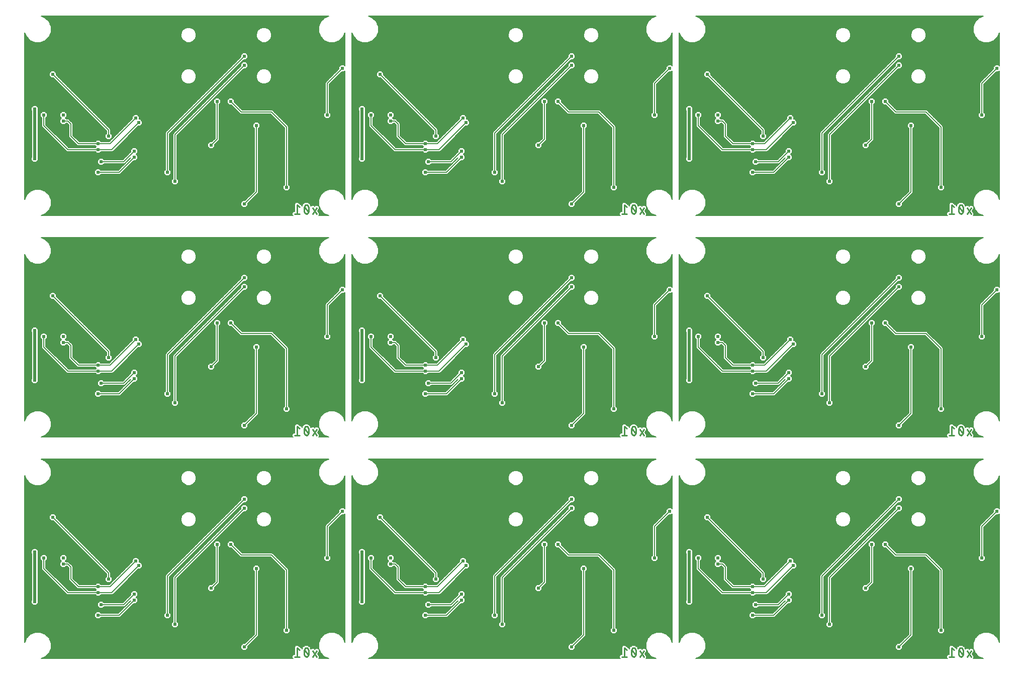
<source format=gbl>
G75*
%MOIN*%
%OFA0B0*%
%FSLAX25Y25*%
%IPPOS*%
%LPD*%
%AMOC8*
5,1,8,0,0,1.08239X$1,22.5*
%
%ADD10C,0.01100*%
%ADD11C,0.00600*%
%ADD12C,0.02400*%
%ADD13C,0.02000*%
D10*
X0208807Y0041300D02*
X0212085Y0041300D01*
X0210446Y0041300D02*
X0210446Y0047200D01*
X0212085Y0045889D01*
X0218239Y0044250D02*
X0218237Y0044112D01*
X0218231Y0043974D01*
X0218221Y0043837D01*
X0218208Y0043700D01*
X0218190Y0043563D01*
X0218169Y0043427D01*
X0218144Y0043291D01*
X0218114Y0043157D01*
X0218082Y0043023D01*
X0218045Y0042890D01*
X0218005Y0042758D01*
X0217960Y0042628D01*
X0217913Y0042498D01*
X0217861Y0042371D01*
X0217806Y0042244D01*
X0217747Y0042119D01*
X0217911Y0042611D02*
X0215289Y0045889D01*
X0215453Y0046380D02*
X0215477Y0046444D01*
X0215504Y0046507D01*
X0215535Y0046568D01*
X0215570Y0046627D01*
X0215607Y0046684D01*
X0215648Y0046739D01*
X0215692Y0046791D01*
X0215739Y0046841D01*
X0215788Y0046888D01*
X0215840Y0046933D01*
X0215895Y0046974D01*
X0215952Y0047012D01*
X0216011Y0047047D01*
X0216071Y0047079D01*
X0216134Y0047107D01*
X0216197Y0047131D01*
X0216263Y0047152D01*
X0216329Y0047169D01*
X0216396Y0047183D01*
X0216463Y0047192D01*
X0216532Y0047198D01*
X0216600Y0047200D01*
X0216668Y0047198D01*
X0216737Y0047192D01*
X0216804Y0047183D01*
X0216871Y0047169D01*
X0216937Y0047152D01*
X0217003Y0047131D01*
X0217066Y0047107D01*
X0217129Y0047079D01*
X0217189Y0047047D01*
X0217248Y0047012D01*
X0217305Y0046974D01*
X0217360Y0046933D01*
X0217412Y0046888D01*
X0217461Y0046841D01*
X0217508Y0046791D01*
X0217552Y0046739D01*
X0217593Y0046684D01*
X0217630Y0046627D01*
X0217665Y0046568D01*
X0217696Y0046507D01*
X0217723Y0046444D01*
X0217747Y0046380D01*
X0215453Y0046381D02*
X0215394Y0046256D01*
X0215339Y0046129D01*
X0215287Y0046002D01*
X0215240Y0045872D01*
X0215195Y0045742D01*
X0215155Y0045610D01*
X0215118Y0045477D01*
X0215086Y0045343D01*
X0215056Y0045209D01*
X0215031Y0045073D01*
X0215010Y0044937D01*
X0214992Y0044800D01*
X0214979Y0044663D01*
X0214969Y0044526D01*
X0214963Y0044388D01*
X0214961Y0044250D01*
X0218239Y0044250D02*
X0218237Y0044388D01*
X0218231Y0044526D01*
X0218221Y0044663D01*
X0218208Y0044800D01*
X0218190Y0044937D01*
X0218169Y0045073D01*
X0218144Y0045209D01*
X0218114Y0045343D01*
X0218082Y0045477D01*
X0218045Y0045610D01*
X0218005Y0045742D01*
X0217960Y0045872D01*
X0217913Y0046002D01*
X0217861Y0046129D01*
X0217806Y0046256D01*
X0217747Y0046381D01*
X0214962Y0044250D02*
X0214964Y0044112D01*
X0214970Y0043974D01*
X0214980Y0043837D01*
X0214993Y0043700D01*
X0215011Y0043563D01*
X0215032Y0043427D01*
X0215057Y0043291D01*
X0215087Y0043157D01*
X0215119Y0043023D01*
X0215156Y0042890D01*
X0215196Y0042758D01*
X0215241Y0042628D01*
X0215288Y0042498D01*
X0215340Y0042371D01*
X0215395Y0042244D01*
X0215454Y0042119D01*
X0216600Y0041300D02*
X0216668Y0041302D01*
X0216737Y0041308D01*
X0216804Y0041317D01*
X0216871Y0041331D01*
X0216937Y0041348D01*
X0217003Y0041369D01*
X0217066Y0041393D01*
X0217129Y0041421D01*
X0217189Y0041453D01*
X0217248Y0041488D01*
X0217305Y0041526D01*
X0217360Y0041567D01*
X0217412Y0041612D01*
X0217461Y0041659D01*
X0217508Y0041709D01*
X0217552Y0041761D01*
X0217593Y0041816D01*
X0217630Y0041873D01*
X0217665Y0041932D01*
X0217696Y0041993D01*
X0217723Y0042056D01*
X0217747Y0042120D01*
X0216600Y0041300D02*
X0216532Y0041302D01*
X0216463Y0041308D01*
X0216396Y0041317D01*
X0216329Y0041331D01*
X0216263Y0041348D01*
X0216197Y0041369D01*
X0216134Y0041393D01*
X0216071Y0041421D01*
X0216011Y0041453D01*
X0215952Y0041488D01*
X0215895Y0041526D01*
X0215840Y0041567D01*
X0215788Y0041612D01*
X0215739Y0041659D01*
X0215692Y0041709D01*
X0215648Y0041761D01*
X0215607Y0041816D01*
X0215570Y0041873D01*
X0215535Y0041932D01*
X0215504Y0041993D01*
X0215477Y0042056D01*
X0215453Y0042120D01*
X0220828Y0041300D02*
X0223450Y0045233D01*
X0220828Y0045233D02*
X0223450Y0041300D01*
X0223450Y0188300D02*
X0220828Y0192233D01*
X0214962Y0191250D02*
X0214964Y0191112D01*
X0214970Y0190974D01*
X0214980Y0190837D01*
X0214993Y0190700D01*
X0215011Y0190563D01*
X0215032Y0190427D01*
X0215057Y0190291D01*
X0215087Y0190157D01*
X0215119Y0190023D01*
X0215156Y0189890D01*
X0215196Y0189758D01*
X0215241Y0189628D01*
X0215288Y0189498D01*
X0215340Y0189371D01*
X0215395Y0189244D01*
X0215454Y0189119D01*
X0216600Y0188300D02*
X0216668Y0188302D01*
X0216737Y0188308D01*
X0216804Y0188317D01*
X0216871Y0188331D01*
X0216937Y0188348D01*
X0217003Y0188369D01*
X0217066Y0188393D01*
X0217129Y0188421D01*
X0217189Y0188453D01*
X0217248Y0188488D01*
X0217305Y0188526D01*
X0217360Y0188567D01*
X0217412Y0188612D01*
X0217461Y0188659D01*
X0217508Y0188709D01*
X0217552Y0188761D01*
X0217593Y0188816D01*
X0217630Y0188873D01*
X0217665Y0188932D01*
X0217696Y0188993D01*
X0217723Y0189056D01*
X0217747Y0189120D01*
X0217911Y0189611D02*
X0215289Y0192889D01*
X0215453Y0193380D02*
X0215477Y0193444D01*
X0215504Y0193507D01*
X0215535Y0193568D01*
X0215570Y0193627D01*
X0215607Y0193684D01*
X0215648Y0193739D01*
X0215692Y0193791D01*
X0215739Y0193841D01*
X0215788Y0193888D01*
X0215840Y0193933D01*
X0215895Y0193974D01*
X0215952Y0194012D01*
X0216011Y0194047D01*
X0216071Y0194079D01*
X0216134Y0194107D01*
X0216197Y0194131D01*
X0216263Y0194152D01*
X0216329Y0194169D01*
X0216396Y0194183D01*
X0216463Y0194192D01*
X0216532Y0194198D01*
X0216600Y0194200D01*
X0216668Y0194198D01*
X0216737Y0194192D01*
X0216804Y0194183D01*
X0216871Y0194169D01*
X0216937Y0194152D01*
X0217003Y0194131D01*
X0217066Y0194107D01*
X0217129Y0194079D01*
X0217189Y0194047D01*
X0217248Y0194012D01*
X0217305Y0193974D01*
X0217360Y0193933D01*
X0217412Y0193888D01*
X0217461Y0193841D01*
X0217508Y0193791D01*
X0217552Y0193739D01*
X0217593Y0193684D01*
X0217630Y0193627D01*
X0217665Y0193568D01*
X0217696Y0193507D01*
X0217723Y0193444D01*
X0217747Y0193380D01*
X0215453Y0193381D02*
X0215394Y0193256D01*
X0215339Y0193129D01*
X0215287Y0193002D01*
X0215240Y0192872D01*
X0215195Y0192742D01*
X0215155Y0192610D01*
X0215118Y0192477D01*
X0215086Y0192343D01*
X0215056Y0192209D01*
X0215031Y0192073D01*
X0215010Y0191937D01*
X0214992Y0191800D01*
X0214979Y0191663D01*
X0214969Y0191526D01*
X0214963Y0191388D01*
X0214961Y0191250D01*
X0218239Y0191250D02*
X0218237Y0191388D01*
X0218231Y0191526D01*
X0218221Y0191663D01*
X0218208Y0191800D01*
X0218190Y0191937D01*
X0218169Y0192073D01*
X0218144Y0192209D01*
X0218114Y0192343D01*
X0218082Y0192477D01*
X0218045Y0192610D01*
X0218005Y0192742D01*
X0217960Y0192872D01*
X0217913Y0193002D01*
X0217861Y0193129D01*
X0217806Y0193256D01*
X0217747Y0193381D01*
X0215453Y0189120D02*
X0215477Y0189056D01*
X0215504Y0188993D01*
X0215535Y0188932D01*
X0215570Y0188873D01*
X0215607Y0188816D01*
X0215648Y0188761D01*
X0215692Y0188709D01*
X0215739Y0188659D01*
X0215788Y0188612D01*
X0215840Y0188567D01*
X0215895Y0188526D01*
X0215952Y0188488D01*
X0216011Y0188453D01*
X0216071Y0188421D01*
X0216134Y0188393D01*
X0216197Y0188369D01*
X0216263Y0188348D01*
X0216329Y0188331D01*
X0216396Y0188317D01*
X0216463Y0188308D01*
X0216532Y0188302D01*
X0216600Y0188300D01*
X0220828Y0188300D02*
X0223450Y0192233D01*
X0218239Y0191250D02*
X0218237Y0191112D01*
X0218231Y0190974D01*
X0218221Y0190837D01*
X0218208Y0190700D01*
X0218190Y0190563D01*
X0218169Y0190427D01*
X0218144Y0190291D01*
X0218114Y0190157D01*
X0218082Y0190023D01*
X0218045Y0189890D01*
X0218005Y0189758D01*
X0217960Y0189628D01*
X0217913Y0189498D01*
X0217861Y0189371D01*
X0217806Y0189244D01*
X0217747Y0189119D01*
X0212085Y0188300D02*
X0208807Y0188300D01*
X0210446Y0188300D02*
X0210446Y0194200D01*
X0212085Y0192889D01*
X0212085Y0335300D02*
X0208807Y0335300D01*
X0210446Y0335300D02*
X0210446Y0341200D01*
X0212085Y0339889D01*
X0218239Y0338250D02*
X0218237Y0338112D01*
X0218231Y0337974D01*
X0218221Y0337837D01*
X0218208Y0337700D01*
X0218190Y0337563D01*
X0218169Y0337427D01*
X0218144Y0337291D01*
X0218114Y0337157D01*
X0218082Y0337023D01*
X0218045Y0336890D01*
X0218005Y0336758D01*
X0217960Y0336628D01*
X0217913Y0336498D01*
X0217861Y0336371D01*
X0217806Y0336244D01*
X0217747Y0336119D01*
X0217911Y0336611D02*
X0215289Y0339889D01*
X0215453Y0340380D02*
X0215477Y0340444D01*
X0215504Y0340507D01*
X0215535Y0340568D01*
X0215570Y0340627D01*
X0215607Y0340684D01*
X0215648Y0340739D01*
X0215692Y0340791D01*
X0215739Y0340841D01*
X0215788Y0340888D01*
X0215840Y0340933D01*
X0215895Y0340974D01*
X0215952Y0341012D01*
X0216011Y0341047D01*
X0216071Y0341079D01*
X0216134Y0341107D01*
X0216197Y0341131D01*
X0216263Y0341152D01*
X0216329Y0341169D01*
X0216396Y0341183D01*
X0216463Y0341192D01*
X0216532Y0341198D01*
X0216600Y0341200D01*
X0216668Y0341198D01*
X0216737Y0341192D01*
X0216804Y0341183D01*
X0216871Y0341169D01*
X0216937Y0341152D01*
X0217003Y0341131D01*
X0217066Y0341107D01*
X0217129Y0341079D01*
X0217189Y0341047D01*
X0217248Y0341012D01*
X0217305Y0340974D01*
X0217360Y0340933D01*
X0217412Y0340888D01*
X0217461Y0340841D01*
X0217508Y0340791D01*
X0217552Y0340739D01*
X0217593Y0340684D01*
X0217630Y0340627D01*
X0217665Y0340568D01*
X0217696Y0340507D01*
X0217723Y0340444D01*
X0217747Y0340380D01*
X0215453Y0340381D02*
X0215394Y0340256D01*
X0215339Y0340129D01*
X0215287Y0340002D01*
X0215240Y0339872D01*
X0215195Y0339742D01*
X0215155Y0339610D01*
X0215118Y0339477D01*
X0215086Y0339343D01*
X0215056Y0339209D01*
X0215031Y0339073D01*
X0215010Y0338937D01*
X0214992Y0338800D01*
X0214979Y0338663D01*
X0214969Y0338526D01*
X0214963Y0338388D01*
X0214961Y0338250D01*
X0218239Y0338250D02*
X0218237Y0338388D01*
X0218231Y0338526D01*
X0218221Y0338663D01*
X0218208Y0338800D01*
X0218190Y0338937D01*
X0218169Y0339073D01*
X0218144Y0339209D01*
X0218114Y0339343D01*
X0218082Y0339477D01*
X0218045Y0339610D01*
X0218005Y0339742D01*
X0217960Y0339872D01*
X0217913Y0340002D01*
X0217861Y0340129D01*
X0217806Y0340256D01*
X0217747Y0340381D01*
X0214962Y0338250D02*
X0214964Y0338112D01*
X0214970Y0337974D01*
X0214980Y0337837D01*
X0214993Y0337700D01*
X0215011Y0337563D01*
X0215032Y0337427D01*
X0215057Y0337291D01*
X0215087Y0337157D01*
X0215119Y0337023D01*
X0215156Y0336890D01*
X0215196Y0336758D01*
X0215241Y0336628D01*
X0215288Y0336498D01*
X0215340Y0336371D01*
X0215395Y0336244D01*
X0215454Y0336119D01*
X0216600Y0335300D02*
X0216668Y0335302D01*
X0216737Y0335308D01*
X0216804Y0335317D01*
X0216871Y0335331D01*
X0216937Y0335348D01*
X0217003Y0335369D01*
X0217066Y0335393D01*
X0217129Y0335421D01*
X0217189Y0335453D01*
X0217248Y0335488D01*
X0217305Y0335526D01*
X0217360Y0335567D01*
X0217412Y0335612D01*
X0217461Y0335659D01*
X0217508Y0335709D01*
X0217552Y0335761D01*
X0217593Y0335816D01*
X0217630Y0335873D01*
X0217665Y0335932D01*
X0217696Y0335993D01*
X0217723Y0336056D01*
X0217747Y0336120D01*
X0216600Y0335300D02*
X0216532Y0335302D01*
X0216463Y0335308D01*
X0216396Y0335317D01*
X0216329Y0335331D01*
X0216263Y0335348D01*
X0216197Y0335369D01*
X0216134Y0335393D01*
X0216071Y0335421D01*
X0216011Y0335453D01*
X0215952Y0335488D01*
X0215895Y0335526D01*
X0215840Y0335567D01*
X0215788Y0335612D01*
X0215739Y0335659D01*
X0215692Y0335709D01*
X0215648Y0335761D01*
X0215607Y0335816D01*
X0215570Y0335873D01*
X0215535Y0335932D01*
X0215504Y0335993D01*
X0215477Y0336056D01*
X0215453Y0336120D01*
X0220828Y0335300D02*
X0223450Y0339233D01*
X0220828Y0339233D02*
X0223450Y0335300D01*
X0425807Y0335300D02*
X0429085Y0335300D01*
X0427446Y0335300D02*
X0427446Y0341200D01*
X0429085Y0339889D01*
X0435239Y0338250D02*
X0435237Y0338112D01*
X0435231Y0337974D01*
X0435221Y0337837D01*
X0435208Y0337700D01*
X0435190Y0337563D01*
X0435169Y0337427D01*
X0435144Y0337291D01*
X0435114Y0337157D01*
X0435082Y0337023D01*
X0435045Y0336890D01*
X0435005Y0336758D01*
X0434960Y0336628D01*
X0434913Y0336498D01*
X0434861Y0336371D01*
X0434806Y0336244D01*
X0434747Y0336119D01*
X0434911Y0336611D02*
X0432289Y0339889D01*
X0432453Y0340380D02*
X0432477Y0340444D01*
X0432504Y0340507D01*
X0432535Y0340568D01*
X0432570Y0340627D01*
X0432607Y0340684D01*
X0432648Y0340739D01*
X0432692Y0340791D01*
X0432739Y0340841D01*
X0432788Y0340888D01*
X0432840Y0340933D01*
X0432895Y0340974D01*
X0432952Y0341012D01*
X0433011Y0341047D01*
X0433071Y0341079D01*
X0433134Y0341107D01*
X0433197Y0341131D01*
X0433263Y0341152D01*
X0433329Y0341169D01*
X0433396Y0341183D01*
X0433463Y0341192D01*
X0433532Y0341198D01*
X0433600Y0341200D01*
X0433668Y0341198D01*
X0433737Y0341192D01*
X0433804Y0341183D01*
X0433871Y0341169D01*
X0433937Y0341152D01*
X0434003Y0341131D01*
X0434066Y0341107D01*
X0434129Y0341079D01*
X0434189Y0341047D01*
X0434248Y0341012D01*
X0434305Y0340974D01*
X0434360Y0340933D01*
X0434412Y0340888D01*
X0434461Y0340841D01*
X0434508Y0340791D01*
X0434552Y0340739D01*
X0434593Y0340684D01*
X0434630Y0340627D01*
X0434665Y0340568D01*
X0434696Y0340507D01*
X0434723Y0340444D01*
X0434747Y0340380D01*
X0432453Y0340381D02*
X0432394Y0340256D01*
X0432339Y0340129D01*
X0432287Y0340002D01*
X0432240Y0339872D01*
X0432195Y0339742D01*
X0432155Y0339610D01*
X0432118Y0339477D01*
X0432086Y0339343D01*
X0432056Y0339209D01*
X0432031Y0339073D01*
X0432010Y0338937D01*
X0431992Y0338800D01*
X0431979Y0338663D01*
X0431969Y0338526D01*
X0431963Y0338388D01*
X0431961Y0338250D01*
X0435239Y0338250D02*
X0435237Y0338388D01*
X0435231Y0338526D01*
X0435221Y0338663D01*
X0435208Y0338800D01*
X0435190Y0338937D01*
X0435169Y0339073D01*
X0435144Y0339209D01*
X0435114Y0339343D01*
X0435082Y0339477D01*
X0435045Y0339610D01*
X0435005Y0339742D01*
X0434960Y0339872D01*
X0434913Y0340002D01*
X0434861Y0340129D01*
X0434806Y0340256D01*
X0434747Y0340381D01*
X0431962Y0338250D02*
X0431964Y0338112D01*
X0431970Y0337974D01*
X0431980Y0337837D01*
X0431993Y0337700D01*
X0432011Y0337563D01*
X0432032Y0337427D01*
X0432057Y0337291D01*
X0432087Y0337157D01*
X0432119Y0337023D01*
X0432156Y0336890D01*
X0432196Y0336758D01*
X0432241Y0336628D01*
X0432288Y0336498D01*
X0432340Y0336371D01*
X0432395Y0336244D01*
X0432454Y0336119D01*
X0433600Y0335300D02*
X0433668Y0335302D01*
X0433737Y0335308D01*
X0433804Y0335317D01*
X0433871Y0335331D01*
X0433937Y0335348D01*
X0434003Y0335369D01*
X0434066Y0335393D01*
X0434129Y0335421D01*
X0434189Y0335453D01*
X0434248Y0335488D01*
X0434305Y0335526D01*
X0434360Y0335567D01*
X0434412Y0335612D01*
X0434461Y0335659D01*
X0434508Y0335709D01*
X0434552Y0335761D01*
X0434593Y0335816D01*
X0434630Y0335873D01*
X0434665Y0335932D01*
X0434696Y0335993D01*
X0434723Y0336056D01*
X0434747Y0336120D01*
X0433600Y0335300D02*
X0433532Y0335302D01*
X0433463Y0335308D01*
X0433396Y0335317D01*
X0433329Y0335331D01*
X0433263Y0335348D01*
X0433197Y0335369D01*
X0433134Y0335393D01*
X0433071Y0335421D01*
X0433011Y0335453D01*
X0432952Y0335488D01*
X0432895Y0335526D01*
X0432840Y0335567D01*
X0432788Y0335612D01*
X0432739Y0335659D01*
X0432692Y0335709D01*
X0432648Y0335761D01*
X0432607Y0335816D01*
X0432570Y0335873D01*
X0432535Y0335932D01*
X0432504Y0335993D01*
X0432477Y0336056D01*
X0432453Y0336120D01*
X0437828Y0335300D02*
X0440450Y0339233D01*
X0437828Y0339233D02*
X0440450Y0335300D01*
X0427446Y0194200D02*
X0427446Y0188300D01*
X0429085Y0188300D02*
X0425807Y0188300D01*
X0434747Y0189119D02*
X0434806Y0189244D01*
X0434861Y0189371D01*
X0434913Y0189498D01*
X0434960Y0189628D01*
X0435005Y0189758D01*
X0435045Y0189890D01*
X0435082Y0190023D01*
X0435114Y0190157D01*
X0435144Y0190291D01*
X0435169Y0190427D01*
X0435190Y0190563D01*
X0435208Y0190700D01*
X0435221Y0190837D01*
X0435231Y0190974D01*
X0435237Y0191112D01*
X0435239Y0191250D01*
X0431961Y0191250D02*
X0431963Y0191388D01*
X0431969Y0191526D01*
X0431979Y0191663D01*
X0431992Y0191800D01*
X0432010Y0191937D01*
X0432031Y0192073D01*
X0432056Y0192209D01*
X0432086Y0192343D01*
X0432118Y0192477D01*
X0432155Y0192610D01*
X0432195Y0192742D01*
X0432240Y0192872D01*
X0432287Y0193002D01*
X0432339Y0193129D01*
X0432394Y0193256D01*
X0432453Y0193381D01*
X0432289Y0192889D02*
X0434911Y0189611D01*
X0433600Y0188300D02*
X0433532Y0188302D01*
X0433463Y0188308D01*
X0433396Y0188317D01*
X0433329Y0188331D01*
X0433263Y0188348D01*
X0433197Y0188369D01*
X0433134Y0188393D01*
X0433071Y0188421D01*
X0433011Y0188453D01*
X0432952Y0188488D01*
X0432895Y0188526D01*
X0432840Y0188567D01*
X0432788Y0188612D01*
X0432739Y0188659D01*
X0432692Y0188709D01*
X0432648Y0188761D01*
X0432607Y0188816D01*
X0432570Y0188873D01*
X0432535Y0188932D01*
X0432504Y0188993D01*
X0432477Y0189056D01*
X0432453Y0189120D01*
X0433600Y0188300D02*
X0433668Y0188302D01*
X0433737Y0188308D01*
X0433804Y0188317D01*
X0433871Y0188331D01*
X0433937Y0188348D01*
X0434003Y0188369D01*
X0434066Y0188393D01*
X0434129Y0188421D01*
X0434189Y0188453D01*
X0434248Y0188488D01*
X0434305Y0188526D01*
X0434360Y0188567D01*
X0434412Y0188612D01*
X0434461Y0188659D01*
X0434508Y0188709D01*
X0434552Y0188761D01*
X0434593Y0188816D01*
X0434630Y0188873D01*
X0434665Y0188932D01*
X0434696Y0188993D01*
X0434723Y0189056D01*
X0434747Y0189120D01*
X0432454Y0189119D02*
X0432395Y0189244D01*
X0432340Y0189371D01*
X0432288Y0189498D01*
X0432241Y0189628D01*
X0432196Y0189758D01*
X0432156Y0189890D01*
X0432119Y0190023D01*
X0432087Y0190157D01*
X0432057Y0190291D01*
X0432032Y0190427D01*
X0432011Y0190563D01*
X0431993Y0190700D01*
X0431980Y0190837D01*
X0431970Y0190974D01*
X0431964Y0191112D01*
X0431962Y0191250D01*
X0435239Y0191250D02*
X0435237Y0191388D01*
X0435231Y0191526D01*
X0435221Y0191663D01*
X0435208Y0191800D01*
X0435190Y0191937D01*
X0435169Y0192073D01*
X0435144Y0192209D01*
X0435114Y0192343D01*
X0435082Y0192477D01*
X0435045Y0192610D01*
X0435005Y0192742D01*
X0434960Y0192872D01*
X0434913Y0193002D01*
X0434861Y0193129D01*
X0434806Y0193256D01*
X0434747Y0193381D01*
X0434747Y0193380D02*
X0434723Y0193444D01*
X0434696Y0193507D01*
X0434665Y0193568D01*
X0434630Y0193627D01*
X0434593Y0193684D01*
X0434552Y0193739D01*
X0434508Y0193791D01*
X0434461Y0193841D01*
X0434412Y0193888D01*
X0434360Y0193933D01*
X0434305Y0193974D01*
X0434248Y0194012D01*
X0434189Y0194047D01*
X0434129Y0194079D01*
X0434066Y0194107D01*
X0434003Y0194131D01*
X0433937Y0194152D01*
X0433871Y0194169D01*
X0433804Y0194183D01*
X0433737Y0194192D01*
X0433668Y0194198D01*
X0433600Y0194200D01*
X0433532Y0194198D01*
X0433463Y0194192D01*
X0433396Y0194183D01*
X0433329Y0194169D01*
X0433263Y0194152D01*
X0433197Y0194131D01*
X0433134Y0194107D01*
X0433071Y0194079D01*
X0433011Y0194047D01*
X0432952Y0194012D01*
X0432895Y0193974D01*
X0432840Y0193933D01*
X0432788Y0193888D01*
X0432739Y0193841D01*
X0432692Y0193791D01*
X0432648Y0193739D01*
X0432607Y0193684D01*
X0432570Y0193627D01*
X0432535Y0193568D01*
X0432504Y0193507D01*
X0432477Y0193444D01*
X0432453Y0193380D01*
X0429085Y0192889D02*
X0427446Y0194200D01*
X0437828Y0192233D02*
X0440450Y0188300D01*
X0437828Y0188300D02*
X0440450Y0192233D01*
X0427446Y0047200D02*
X0427446Y0041300D01*
X0429085Y0041300D02*
X0425807Y0041300D01*
X0434747Y0042119D02*
X0434806Y0042244D01*
X0434861Y0042371D01*
X0434913Y0042498D01*
X0434960Y0042628D01*
X0435005Y0042758D01*
X0435045Y0042890D01*
X0435082Y0043023D01*
X0435114Y0043157D01*
X0435144Y0043291D01*
X0435169Y0043427D01*
X0435190Y0043563D01*
X0435208Y0043700D01*
X0435221Y0043837D01*
X0435231Y0043974D01*
X0435237Y0044112D01*
X0435239Y0044250D01*
X0431961Y0044250D02*
X0431963Y0044388D01*
X0431969Y0044526D01*
X0431979Y0044663D01*
X0431992Y0044800D01*
X0432010Y0044937D01*
X0432031Y0045073D01*
X0432056Y0045209D01*
X0432086Y0045343D01*
X0432118Y0045477D01*
X0432155Y0045610D01*
X0432195Y0045742D01*
X0432240Y0045872D01*
X0432287Y0046002D01*
X0432339Y0046129D01*
X0432394Y0046256D01*
X0432453Y0046381D01*
X0432289Y0045889D02*
X0434911Y0042611D01*
X0433600Y0041300D02*
X0433532Y0041302D01*
X0433463Y0041308D01*
X0433396Y0041317D01*
X0433329Y0041331D01*
X0433263Y0041348D01*
X0433197Y0041369D01*
X0433134Y0041393D01*
X0433071Y0041421D01*
X0433011Y0041453D01*
X0432952Y0041488D01*
X0432895Y0041526D01*
X0432840Y0041567D01*
X0432788Y0041612D01*
X0432739Y0041659D01*
X0432692Y0041709D01*
X0432648Y0041761D01*
X0432607Y0041816D01*
X0432570Y0041873D01*
X0432535Y0041932D01*
X0432504Y0041993D01*
X0432477Y0042056D01*
X0432453Y0042120D01*
X0433600Y0041300D02*
X0433668Y0041302D01*
X0433737Y0041308D01*
X0433804Y0041317D01*
X0433871Y0041331D01*
X0433937Y0041348D01*
X0434003Y0041369D01*
X0434066Y0041393D01*
X0434129Y0041421D01*
X0434189Y0041453D01*
X0434248Y0041488D01*
X0434305Y0041526D01*
X0434360Y0041567D01*
X0434412Y0041612D01*
X0434461Y0041659D01*
X0434508Y0041709D01*
X0434552Y0041761D01*
X0434593Y0041816D01*
X0434630Y0041873D01*
X0434665Y0041932D01*
X0434696Y0041993D01*
X0434723Y0042056D01*
X0434747Y0042120D01*
X0432454Y0042119D02*
X0432395Y0042244D01*
X0432340Y0042371D01*
X0432288Y0042498D01*
X0432241Y0042628D01*
X0432196Y0042758D01*
X0432156Y0042890D01*
X0432119Y0043023D01*
X0432087Y0043157D01*
X0432057Y0043291D01*
X0432032Y0043427D01*
X0432011Y0043563D01*
X0431993Y0043700D01*
X0431980Y0043837D01*
X0431970Y0043974D01*
X0431964Y0044112D01*
X0431962Y0044250D01*
X0435239Y0044250D02*
X0435237Y0044388D01*
X0435231Y0044526D01*
X0435221Y0044663D01*
X0435208Y0044800D01*
X0435190Y0044937D01*
X0435169Y0045073D01*
X0435144Y0045209D01*
X0435114Y0045343D01*
X0435082Y0045477D01*
X0435045Y0045610D01*
X0435005Y0045742D01*
X0434960Y0045872D01*
X0434913Y0046002D01*
X0434861Y0046129D01*
X0434806Y0046256D01*
X0434747Y0046381D01*
X0434747Y0046380D02*
X0434723Y0046444D01*
X0434696Y0046507D01*
X0434665Y0046568D01*
X0434630Y0046627D01*
X0434593Y0046684D01*
X0434552Y0046739D01*
X0434508Y0046791D01*
X0434461Y0046841D01*
X0434412Y0046888D01*
X0434360Y0046933D01*
X0434305Y0046974D01*
X0434248Y0047012D01*
X0434189Y0047047D01*
X0434129Y0047079D01*
X0434066Y0047107D01*
X0434003Y0047131D01*
X0433937Y0047152D01*
X0433871Y0047169D01*
X0433804Y0047183D01*
X0433737Y0047192D01*
X0433668Y0047198D01*
X0433600Y0047200D01*
X0433532Y0047198D01*
X0433463Y0047192D01*
X0433396Y0047183D01*
X0433329Y0047169D01*
X0433263Y0047152D01*
X0433197Y0047131D01*
X0433134Y0047107D01*
X0433071Y0047079D01*
X0433011Y0047047D01*
X0432952Y0047012D01*
X0432895Y0046974D01*
X0432840Y0046933D01*
X0432788Y0046888D01*
X0432739Y0046841D01*
X0432692Y0046791D01*
X0432648Y0046739D01*
X0432607Y0046684D01*
X0432570Y0046627D01*
X0432535Y0046568D01*
X0432504Y0046507D01*
X0432477Y0046444D01*
X0432453Y0046380D01*
X0429085Y0045889D02*
X0427446Y0047200D01*
X0437828Y0045233D02*
X0440450Y0041300D01*
X0437828Y0041300D02*
X0440450Y0045233D01*
X0642807Y0041300D02*
X0646085Y0041300D01*
X0644446Y0041300D02*
X0644446Y0047200D01*
X0646085Y0045889D01*
X0652239Y0044250D02*
X0652237Y0044112D01*
X0652231Y0043974D01*
X0652221Y0043837D01*
X0652208Y0043700D01*
X0652190Y0043563D01*
X0652169Y0043427D01*
X0652144Y0043291D01*
X0652114Y0043157D01*
X0652082Y0043023D01*
X0652045Y0042890D01*
X0652005Y0042758D01*
X0651960Y0042628D01*
X0651913Y0042498D01*
X0651861Y0042371D01*
X0651806Y0042244D01*
X0651747Y0042119D01*
X0651911Y0042611D02*
X0649289Y0045889D01*
X0649453Y0046380D02*
X0649477Y0046444D01*
X0649504Y0046507D01*
X0649535Y0046568D01*
X0649570Y0046627D01*
X0649607Y0046684D01*
X0649648Y0046739D01*
X0649692Y0046791D01*
X0649739Y0046841D01*
X0649788Y0046888D01*
X0649840Y0046933D01*
X0649895Y0046974D01*
X0649952Y0047012D01*
X0650011Y0047047D01*
X0650071Y0047079D01*
X0650134Y0047107D01*
X0650197Y0047131D01*
X0650263Y0047152D01*
X0650329Y0047169D01*
X0650396Y0047183D01*
X0650463Y0047192D01*
X0650532Y0047198D01*
X0650600Y0047200D01*
X0650668Y0047198D01*
X0650737Y0047192D01*
X0650804Y0047183D01*
X0650871Y0047169D01*
X0650937Y0047152D01*
X0651003Y0047131D01*
X0651066Y0047107D01*
X0651129Y0047079D01*
X0651189Y0047047D01*
X0651248Y0047012D01*
X0651305Y0046974D01*
X0651360Y0046933D01*
X0651412Y0046888D01*
X0651461Y0046841D01*
X0651508Y0046791D01*
X0651552Y0046739D01*
X0651593Y0046684D01*
X0651630Y0046627D01*
X0651665Y0046568D01*
X0651696Y0046507D01*
X0651723Y0046444D01*
X0651747Y0046380D01*
X0649453Y0046381D02*
X0649394Y0046256D01*
X0649339Y0046129D01*
X0649287Y0046002D01*
X0649240Y0045872D01*
X0649195Y0045742D01*
X0649155Y0045610D01*
X0649118Y0045477D01*
X0649086Y0045343D01*
X0649056Y0045209D01*
X0649031Y0045073D01*
X0649010Y0044937D01*
X0648992Y0044800D01*
X0648979Y0044663D01*
X0648969Y0044526D01*
X0648963Y0044388D01*
X0648961Y0044250D01*
X0652239Y0044250D02*
X0652237Y0044388D01*
X0652231Y0044526D01*
X0652221Y0044663D01*
X0652208Y0044800D01*
X0652190Y0044937D01*
X0652169Y0045073D01*
X0652144Y0045209D01*
X0652114Y0045343D01*
X0652082Y0045477D01*
X0652045Y0045610D01*
X0652005Y0045742D01*
X0651960Y0045872D01*
X0651913Y0046002D01*
X0651861Y0046129D01*
X0651806Y0046256D01*
X0651747Y0046381D01*
X0648962Y0044250D02*
X0648964Y0044112D01*
X0648970Y0043974D01*
X0648980Y0043837D01*
X0648993Y0043700D01*
X0649011Y0043563D01*
X0649032Y0043427D01*
X0649057Y0043291D01*
X0649087Y0043157D01*
X0649119Y0043023D01*
X0649156Y0042890D01*
X0649196Y0042758D01*
X0649241Y0042628D01*
X0649288Y0042498D01*
X0649340Y0042371D01*
X0649395Y0042244D01*
X0649454Y0042119D01*
X0650600Y0041300D02*
X0650668Y0041302D01*
X0650737Y0041308D01*
X0650804Y0041317D01*
X0650871Y0041331D01*
X0650937Y0041348D01*
X0651003Y0041369D01*
X0651066Y0041393D01*
X0651129Y0041421D01*
X0651189Y0041453D01*
X0651248Y0041488D01*
X0651305Y0041526D01*
X0651360Y0041567D01*
X0651412Y0041612D01*
X0651461Y0041659D01*
X0651508Y0041709D01*
X0651552Y0041761D01*
X0651593Y0041816D01*
X0651630Y0041873D01*
X0651665Y0041932D01*
X0651696Y0041993D01*
X0651723Y0042056D01*
X0651747Y0042120D01*
X0650600Y0041300D02*
X0650532Y0041302D01*
X0650463Y0041308D01*
X0650396Y0041317D01*
X0650329Y0041331D01*
X0650263Y0041348D01*
X0650197Y0041369D01*
X0650134Y0041393D01*
X0650071Y0041421D01*
X0650011Y0041453D01*
X0649952Y0041488D01*
X0649895Y0041526D01*
X0649840Y0041567D01*
X0649788Y0041612D01*
X0649739Y0041659D01*
X0649692Y0041709D01*
X0649648Y0041761D01*
X0649607Y0041816D01*
X0649570Y0041873D01*
X0649535Y0041932D01*
X0649504Y0041993D01*
X0649477Y0042056D01*
X0649453Y0042120D01*
X0654828Y0041300D02*
X0657450Y0045233D01*
X0654828Y0045233D02*
X0657450Y0041300D01*
X0657450Y0188300D02*
X0654828Y0192233D01*
X0648962Y0191250D02*
X0648964Y0191112D01*
X0648970Y0190974D01*
X0648980Y0190837D01*
X0648993Y0190700D01*
X0649011Y0190563D01*
X0649032Y0190427D01*
X0649057Y0190291D01*
X0649087Y0190157D01*
X0649119Y0190023D01*
X0649156Y0189890D01*
X0649196Y0189758D01*
X0649241Y0189628D01*
X0649288Y0189498D01*
X0649340Y0189371D01*
X0649395Y0189244D01*
X0649454Y0189119D01*
X0650600Y0188300D02*
X0650668Y0188302D01*
X0650737Y0188308D01*
X0650804Y0188317D01*
X0650871Y0188331D01*
X0650937Y0188348D01*
X0651003Y0188369D01*
X0651066Y0188393D01*
X0651129Y0188421D01*
X0651189Y0188453D01*
X0651248Y0188488D01*
X0651305Y0188526D01*
X0651360Y0188567D01*
X0651412Y0188612D01*
X0651461Y0188659D01*
X0651508Y0188709D01*
X0651552Y0188761D01*
X0651593Y0188816D01*
X0651630Y0188873D01*
X0651665Y0188932D01*
X0651696Y0188993D01*
X0651723Y0189056D01*
X0651747Y0189120D01*
X0651911Y0189611D02*
X0649289Y0192889D01*
X0649453Y0193380D02*
X0649477Y0193444D01*
X0649504Y0193507D01*
X0649535Y0193568D01*
X0649570Y0193627D01*
X0649607Y0193684D01*
X0649648Y0193739D01*
X0649692Y0193791D01*
X0649739Y0193841D01*
X0649788Y0193888D01*
X0649840Y0193933D01*
X0649895Y0193974D01*
X0649952Y0194012D01*
X0650011Y0194047D01*
X0650071Y0194079D01*
X0650134Y0194107D01*
X0650197Y0194131D01*
X0650263Y0194152D01*
X0650329Y0194169D01*
X0650396Y0194183D01*
X0650463Y0194192D01*
X0650532Y0194198D01*
X0650600Y0194200D01*
X0650668Y0194198D01*
X0650737Y0194192D01*
X0650804Y0194183D01*
X0650871Y0194169D01*
X0650937Y0194152D01*
X0651003Y0194131D01*
X0651066Y0194107D01*
X0651129Y0194079D01*
X0651189Y0194047D01*
X0651248Y0194012D01*
X0651305Y0193974D01*
X0651360Y0193933D01*
X0651412Y0193888D01*
X0651461Y0193841D01*
X0651508Y0193791D01*
X0651552Y0193739D01*
X0651593Y0193684D01*
X0651630Y0193627D01*
X0651665Y0193568D01*
X0651696Y0193507D01*
X0651723Y0193444D01*
X0651747Y0193380D01*
X0649453Y0193381D02*
X0649394Y0193256D01*
X0649339Y0193129D01*
X0649287Y0193002D01*
X0649240Y0192872D01*
X0649195Y0192742D01*
X0649155Y0192610D01*
X0649118Y0192477D01*
X0649086Y0192343D01*
X0649056Y0192209D01*
X0649031Y0192073D01*
X0649010Y0191937D01*
X0648992Y0191800D01*
X0648979Y0191663D01*
X0648969Y0191526D01*
X0648963Y0191388D01*
X0648961Y0191250D01*
X0652239Y0191250D02*
X0652237Y0191388D01*
X0652231Y0191526D01*
X0652221Y0191663D01*
X0652208Y0191800D01*
X0652190Y0191937D01*
X0652169Y0192073D01*
X0652144Y0192209D01*
X0652114Y0192343D01*
X0652082Y0192477D01*
X0652045Y0192610D01*
X0652005Y0192742D01*
X0651960Y0192872D01*
X0651913Y0193002D01*
X0651861Y0193129D01*
X0651806Y0193256D01*
X0651747Y0193381D01*
X0649453Y0189120D02*
X0649477Y0189056D01*
X0649504Y0188993D01*
X0649535Y0188932D01*
X0649570Y0188873D01*
X0649607Y0188816D01*
X0649648Y0188761D01*
X0649692Y0188709D01*
X0649739Y0188659D01*
X0649788Y0188612D01*
X0649840Y0188567D01*
X0649895Y0188526D01*
X0649952Y0188488D01*
X0650011Y0188453D01*
X0650071Y0188421D01*
X0650134Y0188393D01*
X0650197Y0188369D01*
X0650263Y0188348D01*
X0650329Y0188331D01*
X0650396Y0188317D01*
X0650463Y0188308D01*
X0650532Y0188302D01*
X0650600Y0188300D01*
X0654828Y0188300D02*
X0657450Y0192233D01*
X0652239Y0191250D02*
X0652237Y0191112D01*
X0652231Y0190974D01*
X0652221Y0190837D01*
X0652208Y0190700D01*
X0652190Y0190563D01*
X0652169Y0190427D01*
X0652144Y0190291D01*
X0652114Y0190157D01*
X0652082Y0190023D01*
X0652045Y0189890D01*
X0652005Y0189758D01*
X0651960Y0189628D01*
X0651913Y0189498D01*
X0651861Y0189371D01*
X0651806Y0189244D01*
X0651747Y0189119D01*
X0646085Y0188300D02*
X0642807Y0188300D01*
X0644446Y0188300D02*
X0644446Y0194200D01*
X0646085Y0192889D01*
X0646085Y0335300D02*
X0642807Y0335300D01*
X0644446Y0335300D02*
X0644446Y0341200D01*
X0646085Y0339889D01*
X0652239Y0338250D02*
X0652237Y0338112D01*
X0652231Y0337974D01*
X0652221Y0337837D01*
X0652208Y0337700D01*
X0652190Y0337563D01*
X0652169Y0337427D01*
X0652144Y0337291D01*
X0652114Y0337157D01*
X0652082Y0337023D01*
X0652045Y0336890D01*
X0652005Y0336758D01*
X0651960Y0336628D01*
X0651913Y0336498D01*
X0651861Y0336371D01*
X0651806Y0336244D01*
X0651747Y0336119D01*
X0651911Y0336611D02*
X0649289Y0339889D01*
X0649453Y0340380D02*
X0649477Y0340444D01*
X0649504Y0340507D01*
X0649535Y0340568D01*
X0649570Y0340627D01*
X0649607Y0340684D01*
X0649648Y0340739D01*
X0649692Y0340791D01*
X0649739Y0340841D01*
X0649788Y0340888D01*
X0649840Y0340933D01*
X0649895Y0340974D01*
X0649952Y0341012D01*
X0650011Y0341047D01*
X0650071Y0341079D01*
X0650134Y0341107D01*
X0650197Y0341131D01*
X0650263Y0341152D01*
X0650329Y0341169D01*
X0650396Y0341183D01*
X0650463Y0341192D01*
X0650532Y0341198D01*
X0650600Y0341200D01*
X0650668Y0341198D01*
X0650737Y0341192D01*
X0650804Y0341183D01*
X0650871Y0341169D01*
X0650937Y0341152D01*
X0651003Y0341131D01*
X0651066Y0341107D01*
X0651129Y0341079D01*
X0651189Y0341047D01*
X0651248Y0341012D01*
X0651305Y0340974D01*
X0651360Y0340933D01*
X0651412Y0340888D01*
X0651461Y0340841D01*
X0651508Y0340791D01*
X0651552Y0340739D01*
X0651593Y0340684D01*
X0651630Y0340627D01*
X0651665Y0340568D01*
X0651696Y0340507D01*
X0651723Y0340444D01*
X0651747Y0340380D01*
X0649453Y0340381D02*
X0649394Y0340256D01*
X0649339Y0340129D01*
X0649287Y0340002D01*
X0649240Y0339872D01*
X0649195Y0339742D01*
X0649155Y0339610D01*
X0649118Y0339477D01*
X0649086Y0339343D01*
X0649056Y0339209D01*
X0649031Y0339073D01*
X0649010Y0338937D01*
X0648992Y0338800D01*
X0648979Y0338663D01*
X0648969Y0338526D01*
X0648963Y0338388D01*
X0648961Y0338250D01*
X0652239Y0338250D02*
X0652237Y0338388D01*
X0652231Y0338526D01*
X0652221Y0338663D01*
X0652208Y0338800D01*
X0652190Y0338937D01*
X0652169Y0339073D01*
X0652144Y0339209D01*
X0652114Y0339343D01*
X0652082Y0339477D01*
X0652045Y0339610D01*
X0652005Y0339742D01*
X0651960Y0339872D01*
X0651913Y0340002D01*
X0651861Y0340129D01*
X0651806Y0340256D01*
X0651747Y0340381D01*
X0648962Y0338250D02*
X0648964Y0338112D01*
X0648970Y0337974D01*
X0648980Y0337837D01*
X0648993Y0337700D01*
X0649011Y0337563D01*
X0649032Y0337427D01*
X0649057Y0337291D01*
X0649087Y0337157D01*
X0649119Y0337023D01*
X0649156Y0336890D01*
X0649196Y0336758D01*
X0649241Y0336628D01*
X0649288Y0336498D01*
X0649340Y0336371D01*
X0649395Y0336244D01*
X0649454Y0336119D01*
X0650600Y0335300D02*
X0650668Y0335302D01*
X0650737Y0335308D01*
X0650804Y0335317D01*
X0650871Y0335331D01*
X0650937Y0335348D01*
X0651003Y0335369D01*
X0651066Y0335393D01*
X0651129Y0335421D01*
X0651189Y0335453D01*
X0651248Y0335488D01*
X0651305Y0335526D01*
X0651360Y0335567D01*
X0651412Y0335612D01*
X0651461Y0335659D01*
X0651508Y0335709D01*
X0651552Y0335761D01*
X0651593Y0335816D01*
X0651630Y0335873D01*
X0651665Y0335932D01*
X0651696Y0335993D01*
X0651723Y0336056D01*
X0651747Y0336120D01*
X0650600Y0335300D02*
X0650532Y0335302D01*
X0650463Y0335308D01*
X0650396Y0335317D01*
X0650329Y0335331D01*
X0650263Y0335348D01*
X0650197Y0335369D01*
X0650134Y0335393D01*
X0650071Y0335421D01*
X0650011Y0335453D01*
X0649952Y0335488D01*
X0649895Y0335526D01*
X0649840Y0335567D01*
X0649788Y0335612D01*
X0649739Y0335659D01*
X0649692Y0335709D01*
X0649648Y0335761D01*
X0649607Y0335816D01*
X0649570Y0335873D01*
X0649535Y0335932D01*
X0649504Y0335993D01*
X0649477Y0336056D01*
X0649453Y0336120D01*
X0654828Y0335300D02*
X0657450Y0339233D01*
X0654828Y0339233D02*
X0657450Y0335300D01*
D11*
X0043485Y0041290D02*
X0040733Y0040150D01*
X0207624Y0040150D01*
X0207157Y0040617D01*
X0207157Y0041983D01*
X0208124Y0042950D01*
X0208796Y0042950D01*
X0208796Y0047109D01*
X0208731Y0047697D01*
X0208796Y0047779D01*
X0208796Y0047883D01*
X0209215Y0048302D01*
X0209585Y0048764D01*
X0209689Y0048776D01*
X0209763Y0048850D01*
X0210355Y0048850D01*
X0210943Y0048915D01*
X0211025Y0048850D01*
X0211130Y0048850D01*
X0211548Y0048431D01*
X0213650Y0046750D01*
X0213677Y0046503D01*
X0213703Y0046556D01*
X0213725Y0046750D01*
X0213844Y0046846D01*
X0213925Y0047012D01*
X0214190Y0047784D01*
X0214190Y0047784D01*
X0214190Y0047784D01*
X0215683Y0048850D01*
X0217518Y0048850D01*
X0219011Y0047784D01*
X0219011Y0047784D01*
X0219275Y0047012D01*
X0219581Y0046385D01*
X0220481Y0046985D01*
X0221822Y0046717D01*
X0222139Y0046241D01*
X0222456Y0046717D01*
X0223797Y0046985D01*
X0224934Y0046227D01*
X0225202Y0044887D01*
X0224122Y0043267D01*
X0225202Y0041647D01*
X0224934Y0040306D01*
X0224700Y0040150D01*
X0231267Y0040150D01*
X0228515Y0041290D01*
X0228515Y0041290D01*
X0226040Y0043765D01*
X0226040Y0043765D01*
X0224700Y0047000D01*
X0224700Y0050500D01*
X0226040Y0053735D01*
X0226040Y0053735D01*
X0228515Y0056210D01*
X0231750Y0057550D01*
X0235250Y0057550D01*
X0238485Y0056210D01*
X0238485Y0056210D01*
X0240960Y0053735D01*
X0240960Y0053735D01*
X0242100Y0050983D01*
X0242100Y0136097D01*
X0241453Y0135450D01*
X0240180Y0135450D01*
X0231900Y0127170D01*
X0231900Y0108603D01*
X0232800Y0107703D01*
X0232800Y0105797D01*
X0231453Y0104450D01*
X0229547Y0104450D01*
X0228200Y0105797D01*
X0228200Y0107703D01*
X0229100Y0108603D01*
X0229100Y0128330D01*
X0229920Y0129150D01*
X0238200Y0137430D01*
X0238200Y0138703D01*
X0239547Y0140050D01*
X0241453Y0140050D01*
X0242100Y0139403D01*
X0242100Y0161517D01*
X0240960Y0158765D01*
X0240960Y0158765D01*
X0238485Y0156290D01*
X0238485Y0156290D01*
X0235250Y0154950D01*
X0231750Y0154950D01*
X0228515Y0156290D01*
X0228515Y0156290D01*
X0226040Y0158765D01*
X0226040Y0158765D01*
X0224700Y0162000D01*
X0224700Y0165500D01*
X0226040Y0168735D01*
X0226040Y0168735D01*
X0228515Y0171210D01*
X0228515Y0171210D01*
X0231267Y0172350D01*
X0040733Y0172350D01*
X0043485Y0171210D01*
X0043485Y0171210D01*
X0045960Y0168735D01*
X0045960Y0168735D01*
X0047300Y0165500D01*
X0047300Y0162000D01*
X0045960Y0158765D01*
X0045960Y0158765D01*
X0043485Y0156290D01*
X0043485Y0156290D01*
X0040250Y0154950D01*
X0039121Y0154950D01*
X0036750Y0154950D01*
X0033515Y0156290D01*
X0033515Y0156290D01*
X0031040Y0158765D01*
X0031040Y0158765D01*
X0029900Y0161517D01*
X0029900Y0050983D01*
X0031040Y0053735D01*
X0031040Y0053735D01*
X0033515Y0056210D01*
X0033515Y0056210D01*
X0036750Y0057550D01*
X0040250Y0057550D01*
X0043485Y0056210D01*
X0043485Y0056210D01*
X0045960Y0053735D01*
X0045960Y0053735D01*
X0047300Y0050500D01*
X0047300Y0047000D01*
X0045960Y0043765D01*
X0045960Y0043765D01*
X0043485Y0041290D01*
X0043133Y0041144D02*
X0207157Y0041144D01*
X0207157Y0041743D02*
X0043938Y0041743D01*
X0044536Y0042341D02*
X0207515Y0042341D01*
X0208113Y0042940D02*
X0045135Y0042940D01*
X0045733Y0043538D02*
X0208796Y0043538D01*
X0208796Y0044137D02*
X0046114Y0044137D01*
X0046362Y0044735D02*
X0208796Y0044735D01*
X0208796Y0045334D02*
X0046610Y0045334D01*
X0046858Y0045932D02*
X0174065Y0045932D01*
X0174547Y0045450D02*
X0176453Y0045450D01*
X0177800Y0046797D01*
X0177800Y0048070D01*
X0184080Y0054350D01*
X0184900Y0055170D01*
X0184900Y0097897D01*
X0185800Y0098797D01*
X0185800Y0100703D01*
X0184453Y0102050D01*
X0182547Y0102050D01*
X0181200Y0100703D01*
X0181200Y0098797D01*
X0182100Y0097897D01*
X0182100Y0056330D01*
X0175820Y0050050D01*
X0174547Y0050050D01*
X0173200Y0048703D01*
X0173200Y0046797D01*
X0174547Y0045450D01*
X0173467Y0046531D02*
X0047106Y0046531D01*
X0047300Y0047129D02*
X0173200Y0047129D01*
X0173200Y0047728D02*
X0047300Y0047728D01*
X0047300Y0048326D02*
X0173200Y0048326D01*
X0173422Y0048925D02*
X0047300Y0048925D01*
X0047300Y0049523D02*
X0174021Y0049523D01*
X0175892Y0050122D02*
X0047300Y0050122D01*
X0047209Y0050720D02*
X0176490Y0050720D01*
X0177089Y0051319D02*
X0046961Y0051319D01*
X0046713Y0051917D02*
X0177687Y0051917D01*
X0178286Y0052516D02*
X0046465Y0052516D01*
X0046217Y0053114D02*
X0178884Y0053114D01*
X0179483Y0053713D02*
X0045969Y0053713D01*
X0045384Y0054311D02*
X0180081Y0054311D01*
X0180680Y0054910D02*
X0044785Y0054910D01*
X0044187Y0055508D02*
X0181278Y0055508D01*
X0181877Y0056107D02*
X0043588Y0056107D01*
X0042290Y0056705D02*
X0182100Y0056705D01*
X0182100Y0057304D02*
X0040845Y0057304D01*
X0036155Y0057304D02*
X0029900Y0057304D01*
X0029900Y0057902D02*
X0182100Y0057902D01*
X0182100Y0058501D02*
X0029900Y0058501D01*
X0029900Y0059099D02*
X0182100Y0059099D01*
X0182100Y0059698D02*
X0029900Y0059698D01*
X0029900Y0060296D02*
X0182100Y0060296D01*
X0182100Y0060895D02*
X0130898Y0060895D01*
X0130453Y0060450D02*
X0131800Y0061797D01*
X0131800Y0063703D01*
X0130900Y0064603D01*
X0130900Y0093170D01*
X0175180Y0137450D01*
X0176453Y0137450D01*
X0177800Y0138797D01*
X0177800Y0140703D01*
X0176453Y0142050D01*
X0174547Y0142050D01*
X0173200Y0140703D01*
X0173200Y0139430D01*
X0128920Y0095150D01*
X0128100Y0094330D01*
X0128100Y0064603D01*
X0127200Y0063703D01*
X0127200Y0061797D01*
X0128547Y0060450D01*
X0130453Y0060450D01*
X0131496Y0061493D02*
X0182100Y0061493D01*
X0182100Y0062092D02*
X0131800Y0062092D01*
X0131800Y0062690D02*
X0182100Y0062690D01*
X0182100Y0063289D02*
X0131800Y0063289D01*
X0131615Y0063887D02*
X0182100Y0063887D01*
X0182100Y0064486D02*
X0131017Y0064486D01*
X0130900Y0065084D02*
X0182100Y0065084D01*
X0182100Y0065683D02*
X0130900Y0065683D01*
X0130900Y0066282D02*
X0182100Y0066282D01*
X0182100Y0066880D02*
X0130900Y0066880D01*
X0130900Y0067479D02*
X0182100Y0067479D01*
X0182100Y0068077D02*
X0130900Y0068077D01*
X0130900Y0068676D02*
X0182100Y0068676D01*
X0182100Y0069274D02*
X0130900Y0069274D01*
X0130900Y0069873D02*
X0182100Y0069873D01*
X0182100Y0070471D02*
X0130900Y0070471D01*
X0130900Y0071070D02*
X0182100Y0071070D01*
X0182100Y0071668D02*
X0130900Y0071668D01*
X0130900Y0072267D02*
X0182100Y0072267D01*
X0182100Y0072865D02*
X0130900Y0072865D01*
X0130900Y0073464D02*
X0182100Y0073464D01*
X0182100Y0074062D02*
X0130900Y0074062D01*
X0130900Y0074661D02*
X0182100Y0074661D01*
X0182100Y0075259D02*
X0130900Y0075259D01*
X0130900Y0075858D02*
X0182100Y0075858D01*
X0182100Y0076456D02*
X0130900Y0076456D01*
X0130900Y0077055D02*
X0182100Y0077055D01*
X0182100Y0077653D02*
X0130900Y0077653D01*
X0130900Y0078252D02*
X0182100Y0078252D01*
X0182100Y0078850D02*
X0130900Y0078850D01*
X0130900Y0079449D02*
X0182100Y0079449D01*
X0182100Y0080047D02*
X0130900Y0080047D01*
X0130900Y0080646D02*
X0182100Y0080646D01*
X0182100Y0081244D02*
X0130900Y0081244D01*
X0130900Y0081843D02*
X0182100Y0081843D01*
X0182100Y0082441D02*
X0130900Y0082441D01*
X0130900Y0083040D02*
X0182100Y0083040D01*
X0182100Y0083638D02*
X0130900Y0083638D01*
X0130900Y0084237D02*
X0182100Y0084237D01*
X0182100Y0084835D02*
X0154838Y0084835D01*
X0154453Y0084450D02*
X0155800Y0085797D01*
X0155800Y0087070D01*
X0158900Y0090170D01*
X0158900Y0113897D01*
X0159800Y0114797D01*
X0159800Y0116703D01*
X0158453Y0118050D01*
X0156547Y0118050D01*
X0155200Y0116703D01*
X0155200Y0114797D01*
X0156100Y0113897D01*
X0156100Y0091330D01*
X0153820Y0089050D01*
X0152547Y0089050D01*
X0151200Y0087703D01*
X0151200Y0085797D01*
X0152547Y0084450D01*
X0154453Y0084450D01*
X0155437Y0085434D02*
X0182100Y0085434D01*
X0182100Y0086032D02*
X0155800Y0086032D01*
X0155800Y0086631D02*
X0182100Y0086631D01*
X0182100Y0087229D02*
X0155959Y0087229D01*
X0156558Y0087828D02*
X0182100Y0087828D01*
X0182100Y0088426D02*
X0157156Y0088426D01*
X0157755Y0089025D02*
X0182100Y0089025D01*
X0182100Y0089623D02*
X0158353Y0089623D01*
X0158900Y0090222D02*
X0182100Y0090222D01*
X0182100Y0090820D02*
X0158900Y0090820D01*
X0158900Y0091419D02*
X0182100Y0091419D01*
X0182100Y0092018D02*
X0158900Y0092018D01*
X0158900Y0092616D02*
X0182100Y0092616D01*
X0182100Y0093215D02*
X0158900Y0093215D01*
X0158900Y0093813D02*
X0182100Y0093813D01*
X0182100Y0094412D02*
X0158900Y0094412D01*
X0158900Y0095010D02*
X0182100Y0095010D01*
X0182100Y0095609D02*
X0158900Y0095609D01*
X0158900Y0096207D02*
X0182100Y0096207D01*
X0182100Y0096806D02*
X0158900Y0096806D01*
X0158900Y0097404D02*
X0182100Y0097404D01*
X0181995Y0098003D02*
X0158900Y0098003D01*
X0158900Y0098601D02*
X0181396Y0098601D01*
X0181200Y0099200D02*
X0158900Y0099200D01*
X0158900Y0099798D02*
X0181200Y0099798D01*
X0181200Y0100397D02*
X0158900Y0100397D01*
X0158900Y0100995D02*
X0181492Y0100995D01*
X0182091Y0101594D02*
X0158900Y0101594D01*
X0158900Y0102192D02*
X0198078Y0102192D01*
X0198676Y0101594D02*
X0184909Y0101594D01*
X0185507Y0100995D02*
X0199275Y0100995D01*
X0199873Y0100397D02*
X0185800Y0100397D01*
X0185800Y0099798D02*
X0200472Y0099798D01*
X0201070Y0099200D02*
X0185800Y0099200D01*
X0185604Y0098601D02*
X0201669Y0098601D01*
X0202100Y0098170D02*
X0192920Y0107350D01*
X0172920Y0107350D01*
X0172100Y0108170D01*
X0166820Y0113450D01*
X0165547Y0113450D01*
X0164200Y0114797D01*
X0164200Y0116703D01*
X0165547Y0118050D01*
X0167453Y0118050D01*
X0168800Y0116703D01*
X0168800Y0115430D01*
X0174080Y0110150D01*
X0194080Y0110150D01*
X0204080Y0100150D01*
X0204900Y0099330D01*
X0204900Y0060603D01*
X0205800Y0059703D01*
X0205800Y0057797D01*
X0204453Y0056450D01*
X0202547Y0056450D01*
X0201200Y0057797D01*
X0201200Y0059703D01*
X0202100Y0060603D01*
X0202100Y0098170D01*
X0202100Y0098003D02*
X0185005Y0098003D01*
X0184900Y0097404D02*
X0202100Y0097404D01*
X0202100Y0096806D02*
X0184900Y0096806D01*
X0184900Y0096207D02*
X0202100Y0096207D01*
X0202100Y0095609D02*
X0184900Y0095609D01*
X0184900Y0095010D02*
X0202100Y0095010D01*
X0202100Y0094412D02*
X0184900Y0094412D01*
X0184900Y0093813D02*
X0202100Y0093813D01*
X0202100Y0093215D02*
X0184900Y0093215D01*
X0184900Y0092616D02*
X0202100Y0092616D01*
X0202100Y0092018D02*
X0184900Y0092018D01*
X0184900Y0091419D02*
X0202100Y0091419D01*
X0202100Y0090820D02*
X0184900Y0090820D01*
X0184900Y0090222D02*
X0202100Y0090222D01*
X0202100Y0089623D02*
X0184900Y0089623D01*
X0184900Y0089025D02*
X0202100Y0089025D01*
X0202100Y0088426D02*
X0184900Y0088426D01*
X0184900Y0087828D02*
X0202100Y0087828D01*
X0202100Y0087229D02*
X0184900Y0087229D01*
X0184900Y0086631D02*
X0202100Y0086631D01*
X0202100Y0086032D02*
X0184900Y0086032D01*
X0184900Y0085434D02*
X0202100Y0085434D01*
X0202100Y0084835D02*
X0184900Y0084835D01*
X0184900Y0084237D02*
X0202100Y0084237D01*
X0202100Y0083638D02*
X0184900Y0083638D01*
X0184900Y0083040D02*
X0202100Y0083040D01*
X0202100Y0082441D02*
X0184900Y0082441D01*
X0184900Y0081843D02*
X0202100Y0081843D01*
X0202100Y0081244D02*
X0184900Y0081244D01*
X0184900Y0080646D02*
X0202100Y0080646D01*
X0202100Y0080047D02*
X0184900Y0080047D01*
X0184900Y0079449D02*
X0202100Y0079449D01*
X0202100Y0078850D02*
X0184900Y0078850D01*
X0184900Y0078252D02*
X0202100Y0078252D01*
X0202100Y0077653D02*
X0184900Y0077653D01*
X0184900Y0077055D02*
X0202100Y0077055D01*
X0202100Y0076456D02*
X0184900Y0076456D01*
X0184900Y0075858D02*
X0202100Y0075858D01*
X0202100Y0075259D02*
X0184900Y0075259D01*
X0184900Y0074661D02*
X0202100Y0074661D01*
X0202100Y0074062D02*
X0184900Y0074062D01*
X0184900Y0073464D02*
X0202100Y0073464D01*
X0202100Y0072865D02*
X0184900Y0072865D01*
X0184900Y0072267D02*
X0202100Y0072267D01*
X0202100Y0071668D02*
X0184900Y0071668D01*
X0184900Y0071070D02*
X0202100Y0071070D01*
X0202100Y0070471D02*
X0184900Y0070471D01*
X0184900Y0069873D02*
X0202100Y0069873D01*
X0202100Y0069274D02*
X0184900Y0069274D01*
X0184900Y0068676D02*
X0202100Y0068676D01*
X0202100Y0068077D02*
X0184900Y0068077D01*
X0184900Y0067479D02*
X0202100Y0067479D01*
X0202100Y0066880D02*
X0184900Y0066880D01*
X0184900Y0066282D02*
X0202100Y0066282D01*
X0202100Y0065683D02*
X0184900Y0065683D01*
X0184900Y0065084D02*
X0202100Y0065084D01*
X0202100Y0064486D02*
X0184900Y0064486D01*
X0184900Y0063887D02*
X0202100Y0063887D01*
X0202100Y0063289D02*
X0184900Y0063289D01*
X0184900Y0062690D02*
X0202100Y0062690D01*
X0202100Y0062092D02*
X0184900Y0062092D01*
X0184900Y0061493D02*
X0202100Y0061493D01*
X0202100Y0060895D02*
X0184900Y0060895D01*
X0184900Y0060296D02*
X0201794Y0060296D01*
X0201200Y0059698D02*
X0184900Y0059698D01*
X0184900Y0059099D02*
X0201200Y0059099D01*
X0201200Y0058501D02*
X0184900Y0058501D01*
X0184900Y0057902D02*
X0201200Y0057902D01*
X0201693Y0057304D02*
X0184900Y0057304D01*
X0184900Y0056705D02*
X0202292Y0056705D01*
X0203500Y0058750D02*
X0203500Y0098750D01*
X0193500Y0108750D01*
X0173500Y0108750D01*
X0166500Y0115750D01*
X0164835Y0114162D02*
X0159165Y0114162D01*
X0158900Y0113564D02*
X0165433Y0113564D01*
X0164236Y0114761D02*
X0159764Y0114761D01*
X0159800Y0115359D02*
X0164200Y0115359D01*
X0164200Y0115958D02*
X0159800Y0115958D01*
X0159800Y0116556D02*
X0164200Y0116556D01*
X0164652Y0117155D02*
X0159348Y0117155D01*
X0158749Y0117753D02*
X0165251Y0117753D01*
X0167749Y0117753D02*
X0229100Y0117753D01*
X0229100Y0117155D02*
X0168348Y0117155D01*
X0168800Y0116556D02*
X0229100Y0116556D01*
X0229100Y0115958D02*
X0168800Y0115958D01*
X0168870Y0115359D02*
X0229100Y0115359D01*
X0229100Y0114761D02*
X0169469Y0114761D01*
X0170067Y0114162D02*
X0229100Y0114162D01*
X0229100Y0113564D02*
X0170666Y0113564D01*
X0171264Y0112965D02*
X0229100Y0112965D01*
X0229100Y0112367D02*
X0171863Y0112367D01*
X0172462Y0111768D02*
X0229100Y0111768D01*
X0229100Y0111170D02*
X0173060Y0111170D01*
X0173659Y0110571D02*
X0229100Y0110571D01*
X0229100Y0109973D02*
X0194257Y0109973D01*
X0194856Y0109374D02*
X0229100Y0109374D01*
X0229100Y0108776D02*
X0195454Y0108776D01*
X0196053Y0108177D02*
X0228675Y0108177D01*
X0228200Y0107579D02*
X0196651Y0107579D01*
X0197250Y0106980D02*
X0228200Y0106980D01*
X0228200Y0106382D02*
X0197848Y0106382D01*
X0198447Y0105783D02*
X0228214Y0105783D01*
X0228813Y0105185D02*
X0199045Y0105185D01*
X0199644Y0104586D02*
X0229411Y0104586D01*
X0231589Y0104586D02*
X0242100Y0104586D01*
X0242100Y0103988D02*
X0200242Y0103988D01*
X0200841Y0103389D02*
X0242100Y0103389D01*
X0242100Y0102791D02*
X0201439Y0102791D01*
X0202038Y0102192D02*
X0242100Y0102192D01*
X0242100Y0101594D02*
X0202636Y0101594D01*
X0203235Y0100995D02*
X0242100Y0100995D01*
X0242100Y0100397D02*
X0203833Y0100397D01*
X0204432Y0099798D02*
X0242100Y0099798D01*
X0242100Y0099200D02*
X0204900Y0099200D01*
X0204900Y0098601D02*
X0242100Y0098601D01*
X0242100Y0098003D02*
X0204900Y0098003D01*
X0204900Y0097404D02*
X0242100Y0097404D01*
X0242100Y0096806D02*
X0204900Y0096806D01*
X0204900Y0096207D02*
X0242100Y0096207D01*
X0242100Y0095609D02*
X0204900Y0095609D01*
X0204900Y0095010D02*
X0242100Y0095010D01*
X0242100Y0094412D02*
X0204900Y0094412D01*
X0204900Y0093813D02*
X0242100Y0093813D01*
X0242100Y0093215D02*
X0204900Y0093215D01*
X0204900Y0092616D02*
X0242100Y0092616D01*
X0242100Y0092018D02*
X0204900Y0092018D01*
X0204900Y0091419D02*
X0242100Y0091419D01*
X0242100Y0090820D02*
X0204900Y0090820D01*
X0204900Y0090222D02*
X0242100Y0090222D01*
X0242100Y0089623D02*
X0204900Y0089623D01*
X0204900Y0089025D02*
X0242100Y0089025D01*
X0242100Y0088426D02*
X0204900Y0088426D01*
X0204900Y0087828D02*
X0242100Y0087828D01*
X0242100Y0087229D02*
X0204900Y0087229D01*
X0204900Y0086631D02*
X0242100Y0086631D01*
X0242100Y0086032D02*
X0204900Y0086032D01*
X0204900Y0085434D02*
X0242100Y0085434D01*
X0242100Y0084835D02*
X0204900Y0084835D01*
X0204900Y0084237D02*
X0242100Y0084237D01*
X0242100Y0083638D02*
X0204900Y0083638D01*
X0204900Y0083040D02*
X0242100Y0083040D01*
X0242100Y0082441D02*
X0204900Y0082441D01*
X0204900Y0081843D02*
X0242100Y0081843D01*
X0242100Y0081244D02*
X0204900Y0081244D01*
X0204900Y0080646D02*
X0242100Y0080646D01*
X0242100Y0080047D02*
X0204900Y0080047D01*
X0204900Y0079449D02*
X0242100Y0079449D01*
X0242100Y0078850D02*
X0204900Y0078850D01*
X0204900Y0078252D02*
X0242100Y0078252D01*
X0242100Y0077653D02*
X0204900Y0077653D01*
X0204900Y0077055D02*
X0242100Y0077055D01*
X0242100Y0076456D02*
X0204900Y0076456D01*
X0204900Y0075858D02*
X0242100Y0075858D01*
X0242100Y0075259D02*
X0204900Y0075259D01*
X0204900Y0074661D02*
X0242100Y0074661D01*
X0242100Y0074062D02*
X0204900Y0074062D01*
X0204900Y0073464D02*
X0242100Y0073464D01*
X0242100Y0072865D02*
X0204900Y0072865D01*
X0204900Y0072267D02*
X0242100Y0072267D01*
X0242100Y0071668D02*
X0204900Y0071668D01*
X0204900Y0071070D02*
X0242100Y0071070D01*
X0242100Y0070471D02*
X0204900Y0070471D01*
X0204900Y0069873D02*
X0242100Y0069873D01*
X0242100Y0069274D02*
X0204900Y0069274D01*
X0204900Y0068676D02*
X0242100Y0068676D01*
X0242100Y0068077D02*
X0204900Y0068077D01*
X0204900Y0067479D02*
X0242100Y0067479D01*
X0242100Y0066880D02*
X0204900Y0066880D01*
X0204900Y0066282D02*
X0242100Y0066282D01*
X0242100Y0065683D02*
X0204900Y0065683D01*
X0204900Y0065084D02*
X0242100Y0065084D01*
X0242100Y0064486D02*
X0204900Y0064486D01*
X0204900Y0063887D02*
X0242100Y0063887D01*
X0242100Y0063289D02*
X0204900Y0063289D01*
X0204900Y0062690D02*
X0242100Y0062690D01*
X0242100Y0062092D02*
X0204900Y0062092D01*
X0204900Y0061493D02*
X0242100Y0061493D01*
X0242100Y0060895D02*
X0204900Y0060895D01*
X0205206Y0060296D02*
X0242100Y0060296D01*
X0242100Y0059698D02*
X0205800Y0059698D01*
X0205800Y0059099D02*
X0242100Y0059099D01*
X0242100Y0058501D02*
X0205800Y0058501D01*
X0205800Y0057902D02*
X0242100Y0057902D01*
X0242100Y0057304D02*
X0235845Y0057304D01*
X0237290Y0056705D02*
X0242100Y0056705D01*
X0242100Y0056107D02*
X0238588Y0056107D01*
X0239187Y0055508D02*
X0242100Y0055508D01*
X0242100Y0054910D02*
X0239785Y0054910D01*
X0240384Y0054311D02*
X0242100Y0054311D01*
X0242100Y0053713D02*
X0240969Y0053713D01*
X0241217Y0053114D02*
X0242100Y0053114D01*
X0242100Y0052516D02*
X0241465Y0052516D01*
X0241713Y0051917D02*
X0242100Y0051917D01*
X0242100Y0051319D02*
X0241961Y0051319D01*
X0246900Y0051319D02*
X0247039Y0051319D01*
X0246900Y0050983D02*
X0246900Y0161517D01*
X0248040Y0158765D01*
X0250515Y0156290D01*
X0253750Y0154950D01*
X0254879Y0154950D01*
X0257250Y0154950D01*
X0260485Y0156290D01*
X0262960Y0158765D01*
X0264300Y0162000D01*
X0264300Y0165500D01*
X0262960Y0168735D01*
X0260485Y0171210D01*
X0260485Y0171210D01*
X0257733Y0172350D01*
X0448267Y0172350D01*
X0445515Y0171210D01*
X0443040Y0168735D01*
X0443040Y0168735D01*
X0441700Y0165500D01*
X0441700Y0162000D01*
X0443040Y0158765D01*
X0445515Y0156290D01*
X0448750Y0154950D01*
X0452250Y0154950D01*
X0455485Y0156290D01*
X0457960Y0158765D01*
X0457960Y0158765D01*
X0459100Y0161517D01*
X0459100Y0139403D01*
X0458453Y0140050D01*
X0456547Y0140050D01*
X0455200Y0138703D01*
X0455200Y0137430D01*
X0446920Y0129150D01*
X0446100Y0128330D01*
X0446100Y0108603D01*
X0445200Y0107703D01*
X0445200Y0105797D01*
X0446547Y0104450D01*
X0448453Y0104450D01*
X0449800Y0105797D01*
X0449800Y0107703D01*
X0448900Y0108603D01*
X0448900Y0127170D01*
X0457180Y0135450D01*
X0458453Y0135450D01*
X0459100Y0136097D01*
X0459100Y0050983D01*
X0457960Y0053735D01*
X0455485Y0056210D01*
X0455485Y0056210D01*
X0452250Y0057550D01*
X0448750Y0057550D01*
X0445515Y0056210D01*
X0443040Y0053735D01*
X0443040Y0053735D01*
X0441700Y0050500D01*
X0441700Y0047000D01*
X0443040Y0043765D01*
X0445515Y0041290D01*
X0448267Y0040150D01*
X0441700Y0040150D01*
X0441934Y0040306D01*
X0442202Y0041647D01*
X0441122Y0043267D01*
X0442202Y0044887D01*
X0441934Y0046227D01*
X0440797Y0046985D01*
X0439456Y0046717D01*
X0439139Y0046241D01*
X0438822Y0046717D01*
X0437481Y0046985D01*
X0436581Y0046385D01*
X0436275Y0047012D01*
X0436011Y0047784D01*
X0434518Y0048850D01*
X0432683Y0048850D01*
X0431190Y0047784D01*
X0431190Y0047784D01*
X0431190Y0047784D01*
X0430925Y0047012D01*
X0430844Y0046846D01*
X0430725Y0046750D01*
X0430703Y0046556D01*
X0430677Y0046503D01*
X0430650Y0046750D01*
X0428548Y0048431D01*
X0428130Y0048850D01*
X0428025Y0048850D01*
X0427943Y0048915D01*
X0427355Y0048850D01*
X0426763Y0048850D01*
X0426689Y0048776D01*
X0426585Y0048764D01*
X0426215Y0048302D01*
X0425796Y0047883D01*
X0425796Y0047779D01*
X0425731Y0047697D01*
X0425796Y0047109D01*
X0425796Y0042950D01*
X0425124Y0042950D01*
X0424157Y0041983D01*
X0424157Y0040617D01*
X0424624Y0040150D01*
X0257733Y0040150D01*
X0260485Y0041290D01*
X0262960Y0043765D01*
X0264300Y0047000D01*
X0264300Y0050500D01*
X0262960Y0053735D01*
X0260485Y0056210D01*
X0260485Y0056210D01*
X0257250Y0057550D01*
X0253750Y0057550D01*
X0250515Y0056210D01*
X0248040Y0053735D01*
X0248040Y0053735D01*
X0246900Y0050983D01*
X0246900Y0051917D02*
X0247287Y0051917D01*
X0247535Y0052516D02*
X0246900Y0052516D01*
X0246900Y0053114D02*
X0247783Y0053114D01*
X0248031Y0053713D02*
X0246900Y0053713D01*
X0246900Y0054311D02*
X0248616Y0054311D01*
X0249215Y0054910D02*
X0246900Y0054910D01*
X0246900Y0055508D02*
X0249813Y0055508D01*
X0250412Y0056107D02*
X0246900Y0056107D01*
X0246900Y0056705D02*
X0251710Y0056705D01*
X0250515Y0056210D02*
X0250515Y0056210D01*
X0253155Y0057304D02*
X0246900Y0057304D01*
X0246900Y0057902D02*
X0399100Y0057902D01*
X0399100Y0057304D02*
X0257845Y0057304D01*
X0259290Y0056705D02*
X0399100Y0056705D01*
X0399100Y0056330D02*
X0392820Y0050050D01*
X0391547Y0050050D01*
X0390200Y0048703D01*
X0390200Y0046797D01*
X0391547Y0045450D01*
X0393453Y0045450D01*
X0394800Y0046797D01*
X0394800Y0048070D01*
X0401080Y0054350D01*
X0401900Y0055170D01*
X0401900Y0097897D01*
X0402800Y0098797D01*
X0402800Y0100703D01*
X0401453Y0102050D01*
X0399547Y0102050D01*
X0398200Y0100703D01*
X0398200Y0098797D01*
X0399100Y0097897D01*
X0399100Y0056330D01*
X0398877Y0056107D02*
X0260588Y0056107D01*
X0261187Y0055508D02*
X0398278Y0055508D01*
X0397680Y0054910D02*
X0261785Y0054910D01*
X0262384Y0054311D02*
X0397081Y0054311D01*
X0396483Y0053713D02*
X0262969Y0053713D01*
X0262960Y0053735D02*
X0262960Y0053735D01*
X0263217Y0053114D02*
X0395884Y0053114D01*
X0395286Y0052516D02*
X0263465Y0052516D01*
X0263713Y0051917D02*
X0394687Y0051917D01*
X0394089Y0051319D02*
X0263961Y0051319D01*
X0264209Y0050720D02*
X0393490Y0050720D01*
X0392892Y0050122D02*
X0264300Y0050122D01*
X0264300Y0049523D02*
X0391021Y0049523D01*
X0390422Y0048925D02*
X0264300Y0048925D01*
X0264300Y0048326D02*
X0390200Y0048326D01*
X0390200Y0047728D02*
X0264300Y0047728D01*
X0264300Y0047129D02*
X0390200Y0047129D01*
X0390467Y0046531D02*
X0264106Y0046531D01*
X0263858Y0045932D02*
X0391065Y0045932D01*
X0392500Y0047750D02*
X0400500Y0055750D01*
X0400500Y0099750D01*
X0402800Y0099798D02*
X0417472Y0099798D01*
X0418070Y0099200D02*
X0402800Y0099200D01*
X0402604Y0098601D02*
X0418669Y0098601D01*
X0419100Y0098170D02*
X0409920Y0107350D01*
X0389920Y0107350D01*
X0389100Y0108170D01*
X0383820Y0113450D01*
X0382547Y0113450D01*
X0381200Y0114797D01*
X0381200Y0116703D01*
X0382547Y0118050D01*
X0384453Y0118050D01*
X0385800Y0116703D01*
X0385800Y0115430D01*
X0391080Y0110150D01*
X0411080Y0110150D01*
X0421080Y0100150D01*
X0421900Y0099330D01*
X0421900Y0060603D01*
X0422800Y0059703D01*
X0422800Y0057797D01*
X0421453Y0056450D01*
X0419547Y0056450D01*
X0418200Y0057797D01*
X0418200Y0059703D01*
X0419100Y0060603D01*
X0419100Y0098170D01*
X0419100Y0098003D02*
X0402005Y0098003D01*
X0401900Y0097404D02*
X0419100Y0097404D01*
X0419100Y0096806D02*
X0401900Y0096806D01*
X0401900Y0096207D02*
X0419100Y0096207D01*
X0419100Y0095609D02*
X0401900Y0095609D01*
X0401900Y0095010D02*
X0419100Y0095010D01*
X0419100Y0094412D02*
X0401900Y0094412D01*
X0401900Y0093813D02*
X0419100Y0093813D01*
X0419100Y0093215D02*
X0401900Y0093215D01*
X0401900Y0092616D02*
X0419100Y0092616D01*
X0419100Y0092018D02*
X0401900Y0092018D01*
X0401900Y0091419D02*
X0419100Y0091419D01*
X0419100Y0090820D02*
X0401900Y0090820D01*
X0401900Y0090222D02*
X0419100Y0090222D01*
X0419100Y0089623D02*
X0401900Y0089623D01*
X0401900Y0089025D02*
X0419100Y0089025D01*
X0419100Y0088426D02*
X0401900Y0088426D01*
X0401900Y0087828D02*
X0419100Y0087828D01*
X0419100Y0087229D02*
X0401900Y0087229D01*
X0401900Y0086631D02*
X0419100Y0086631D01*
X0419100Y0086032D02*
X0401900Y0086032D01*
X0401900Y0085434D02*
X0419100Y0085434D01*
X0419100Y0084835D02*
X0401900Y0084835D01*
X0401900Y0084237D02*
X0419100Y0084237D01*
X0419100Y0083638D02*
X0401900Y0083638D01*
X0401900Y0083040D02*
X0419100Y0083040D01*
X0419100Y0082441D02*
X0401900Y0082441D01*
X0401900Y0081843D02*
X0419100Y0081843D01*
X0419100Y0081244D02*
X0401900Y0081244D01*
X0401900Y0080646D02*
X0419100Y0080646D01*
X0419100Y0080047D02*
X0401900Y0080047D01*
X0401900Y0079449D02*
X0419100Y0079449D01*
X0419100Y0078850D02*
X0401900Y0078850D01*
X0401900Y0078252D02*
X0419100Y0078252D01*
X0419100Y0077653D02*
X0401900Y0077653D01*
X0401900Y0077055D02*
X0419100Y0077055D01*
X0419100Y0076456D02*
X0401900Y0076456D01*
X0401900Y0075858D02*
X0419100Y0075858D01*
X0419100Y0075259D02*
X0401900Y0075259D01*
X0401900Y0074661D02*
X0419100Y0074661D01*
X0419100Y0074062D02*
X0401900Y0074062D01*
X0401900Y0073464D02*
X0419100Y0073464D01*
X0419100Y0072865D02*
X0401900Y0072865D01*
X0401900Y0072267D02*
X0419100Y0072267D01*
X0419100Y0071668D02*
X0401900Y0071668D01*
X0401900Y0071070D02*
X0419100Y0071070D01*
X0419100Y0070471D02*
X0401900Y0070471D01*
X0401900Y0069873D02*
X0419100Y0069873D01*
X0419100Y0069274D02*
X0401900Y0069274D01*
X0401900Y0068676D02*
X0419100Y0068676D01*
X0419100Y0068077D02*
X0401900Y0068077D01*
X0401900Y0067479D02*
X0419100Y0067479D01*
X0419100Y0066880D02*
X0401900Y0066880D01*
X0401900Y0066282D02*
X0419100Y0066282D01*
X0419100Y0065683D02*
X0401900Y0065683D01*
X0401900Y0065084D02*
X0419100Y0065084D01*
X0419100Y0064486D02*
X0401900Y0064486D01*
X0401900Y0063887D02*
X0419100Y0063887D01*
X0419100Y0063289D02*
X0401900Y0063289D01*
X0401900Y0062690D02*
X0419100Y0062690D01*
X0419100Y0062092D02*
X0401900Y0062092D01*
X0401900Y0061493D02*
X0419100Y0061493D01*
X0419100Y0060895D02*
X0401900Y0060895D01*
X0401900Y0060296D02*
X0418794Y0060296D01*
X0418200Y0059698D02*
X0401900Y0059698D01*
X0401900Y0059099D02*
X0418200Y0059099D01*
X0418200Y0058501D02*
X0401900Y0058501D01*
X0401900Y0057902D02*
X0418200Y0057902D01*
X0418693Y0057304D02*
X0401900Y0057304D01*
X0401900Y0056705D02*
X0419292Y0056705D01*
X0420500Y0058750D02*
X0420500Y0098750D01*
X0410500Y0108750D01*
X0390500Y0108750D01*
X0383500Y0115750D01*
X0381835Y0114162D02*
X0376165Y0114162D01*
X0375900Y0113897D02*
X0376800Y0114797D01*
X0376800Y0116703D01*
X0375453Y0118050D01*
X0373547Y0118050D01*
X0372200Y0116703D01*
X0372200Y0114797D01*
X0373100Y0113897D01*
X0373100Y0091330D01*
X0370820Y0089050D01*
X0369547Y0089050D01*
X0368200Y0087703D01*
X0368200Y0085797D01*
X0369547Y0084450D01*
X0371453Y0084450D01*
X0372800Y0085797D01*
X0372800Y0087070D01*
X0375900Y0090170D01*
X0375900Y0113897D01*
X0375900Y0113564D02*
X0382433Y0113564D01*
X0381236Y0114761D02*
X0376764Y0114761D01*
X0376800Y0115359D02*
X0381200Y0115359D01*
X0381200Y0115958D02*
X0376800Y0115958D01*
X0376800Y0116556D02*
X0381200Y0116556D01*
X0381652Y0117155D02*
X0376348Y0117155D01*
X0375749Y0117753D02*
X0382251Y0117753D01*
X0384749Y0117753D02*
X0446100Y0117753D01*
X0446100Y0117155D02*
X0385348Y0117155D01*
X0385800Y0116556D02*
X0446100Y0116556D01*
X0446100Y0115958D02*
X0385800Y0115958D01*
X0385870Y0115359D02*
X0446100Y0115359D01*
X0446100Y0114761D02*
X0386469Y0114761D01*
X0387067Y0114162D02*
X0446100Y0114162D01*
X0446100Y0113564D02*
X0387666Y0113564D01*
X0388264Y0112965D02*
X0446100Y0112965D01*
X0446100Y0112367D02*
X0388863Y0112367D01*
X0389462Y0111768D02*
X0446100Y0111768D01*
X0446100Y0111170D02*
X0390060Y0111170D01*
X0390659Y0110571D02*
X0446100Y0110571D01*
X0446100Y0109973D02*
X0411257Y0109973D01*
X0411856Y0109374D02*
X0446100Y0109374D01*
X0446100Y0108776D02*
X0412454Y0108776D01*
X0413053Y0108177D02*
X0445675Y0108177D01*
X0445200Y0107579D02*
X0413651Y0107579D01*
X0414250Y0106980D02*
X0445200Y0106980D01*
X0445200Y0106382D02*
X0414848Y0106382D01*
X0415447Y0105783D02*
X0445214Y0105783D01*
X0445813Y0105185D02*
X0416045Y0105185D01*
X0416644Y0104586D02*
X0446411Y0104586D01*
X0448589Y0104586D02*
X0459100Y0104586D01*
X0459100Y0103988D02*
X0417242Y0103988D01*
X0417841Y0103389D02*
X0459100Y0103389D01*
X0459100Y0102791D02*
X0418439Y0102791D01*
X0419038Y0102192D02*
X0459100Y0102192D01*
X0459100Y0101594D02*
X0419636Y0101594D01*
X0420235Y0100995D02*
X0459100Y0100995D01*
X0459100Y0100397D02*
X0420833Y0100397D01*
X0421432Y0099798D02*
X0459100Y0099798D01*
X0459100Y0099200D02*
X0421900Y0099200D01*
X0421900Y0098601D02*
X0459100Y0098601D01*
X0459100Y0098003D02*
X0421900Y0098003D01*
X0421900Y0097404D02*
X0459100Y0097404D01*
X0459100Y0096806D02*
X0421900Y0096806D01*
X0421900Y0096207D02*
X0459100Y0096207D01*
X0459100Y0095609D02*
X0421900Y0095609D01*
X0421900Y0095010D02*
X0459100Y0095010D01*
X0459100Y0094412D02*
X0421900Y0094412D01*
X0421900Y0093813D02*
X0459100Y0093813D01*
X0459100Y0093215D02*
X0421900Y0093215D01*
X0421900Y0092616D02*
X0459100Y0092616D01*
X0459100Y0092018D02*
X0421900Y0092018D01*
X0421900Y0091419D02*
X0459100Y0091419D01*
X0459100Y0090820D02*
X0421900Y0090820D01*
X0421900Y0090222D02*
X0459100Y0090222D01*
X0459100Y0089623D02*
X0421900Y0089623D01*
X0421900Y0089025D02*
X0459100Y0089025D01*
X0459100Y0088426D02*
X0421900Y0088426D01*
X0421900Y0087828D02*
X0459100Y0087828D01*
X0459100Y0087229D02*
X0421900Y0087229D01*
X0421900Y0086631D02*
X0459100Y0086631D01*
X0459100Y0086032D02*
X0421900Y0086032D01*
X0421900Y0085434D02*
X0459100Y0085434D01*
X0459100Y0084835D02*
X0421900Y0084835D01*
X0421900Y0084237D02*
X0459100Y0084237D01*
X0459100Y0083638D02*
X0421900Y0083638D01*
X0421900Y0083040D02*
X0459100Y0083040D01*
X0459100Y0082441D02*
X0421900Y0082441D01*
X0421900Y0081843D02*
X0459100Y0081843D01*
X0459100Y0081244D02*
X0421900Y0081244D01*
X0421900Y0080646D02*
X0459100Y0080646D01*
X0459100Y0080047D02*
X0421900Y0080047D01*
X0421900Y0079449D02*
X0459100Y0079449D01*
X0459100Y0078850D02*
X0421900Y0078850D01*
X0421900Y0078252D02*
X0459100Y0078252D01*
X0459100Y0077653D02*
X0421900Y0077653D01*
X0421900Y0077055D02*
X0459100Y0077055D01*
X0459100Y0076456D02*
X0421900Y0076456D01*
X0421900Y0075858D02*
X0459100Y0075858D01*
X0459100Y0075259D02*
X0421900Y0075259D01*
X0421900Y0074661D02*
X0459100Y0074661D01*
X0459100Y0074062D02*
X0421900Y0074062D01*
X0421900Y0073464D02*
X0459100Y0073464D01*
X0459100Y0072865D02*
X0421900Y0072865D01*
X0421900Y0072267D02*
X0459100Y0072267D01*
X0459100Y0071668D02*
X0421900Y0071668D01*
X0421900Y0071070D02*
X0459100Y0071070D01*
X0459100Y0070471D02*
X0421900Y0070471D01*
X0421900Y0069873D02*
X0459100Y0069873D01*
X0459100Y0069274D02*
X0421900Y0069274D01*
X0421900Y0068676D02*
X0459100Y0068676D01*
X0459100Y0068077D02*
X0421900Y0068077D01*
X0421900Y0067479D02*
X0459100Y0067479D01*
X0459100Y0066880D02*
X0421900Y0066880D01*
X0421900Y0066282D02*
X0459100Y0066282D01*
X0459100Y0065683D02*
X0421900Y0065683D01*
X0421900Y0065084D02*
X0459100Y0065084D01*
X0459100Y0064486D02*
X0421900Y0064486D01*
X0421900Y0063887D02*
X0459100Y0063887D01*
X0459100Y0063289D02*
X0421900Y0063289D01*
X0421900Y0062690D02*
X0459100Y0062690D01*
X0459100Y0062092D02*
X0421900Y0062092D01*
X0421900Y0061493D02*
X0459100Y0061493D01*
X0459100Y0060895D02*
X0421900Y0060895D01*
X0422206Y0060296D02*
X0459100Y0060296D01*
X0459100Y0059698D02*
X0422800Y0059698D01*
X0422800Y0059099D02*
X0459100Y0059099D01*
X0459100Y0058501D02*
X0422800Y0058501D01*
X0422800Y0057902D02*
X0459100Y0057902D01*
X0459100Y0057304D02*
X0452845Y0057304D01*
X0454290Y0056705D02*
X0459100Y0056705D01*
X0459100Y0056107D02*
X0455588Y0056107D01*
X0456187Y0055508D02*
X0459100Y0055508D01*
X0459100Y0054910D02*
X0456785Y0054910D01*
X0457384Y0054311D02*
X0459100Y0054311D01*
X0459100Y0053713D02*
X0457969Y0053713D01*
X0457960Y0053735D02*
X0457960Y0053735D01*
X0458217Y0053114D02*
X0459100Y0053114D01*
X0459100Y0052516D02*
X0458465Y0052516D01*
X0458713Y0051917D02*
X0459100Y0051917D01*
X0459100Y0051319D02*
X0458961Y0051319D01*
X0463900Y0051319D02*
X0464039Y0051319D01*
X0463900Y0050983D02*
X0463900Y0161517D01*
X0465040Y0158765D01*
X0467515Y0156290D01*
X0470750Y0154950D01*
X0473121Y0154950D01*
X0474250Y0154950D01*
X0474250Y0154950D01*
X0477485Y0156290D01*
X0479960Y0158765D01*
X0481300Y0162000D01*
X0481300Y0165500D01*
X0479960Y0168735D01*
X0477485Y0171210D01*
X0477485Y0171210D01*
X0474733Y0172350D01*
X0665267Y0172350D01*
X0662515Y0171210D01*
X0660040Y0168735D01*
X0660040Y0168735D01*
X0658700Y0165500D01*
X0658700Y0162000D01*
X0660040Y0158765D01*
X0662515Y0156290D01*
X0665750Y0154950D01*
X0669250Y0154950D01*
X0672485Y0156290D01*
X0674960Y0158765D01*
X0676100Y0161517D01*
X0676100Y0139403D01*
X0675453Y0140050D01*
X0673547Y0140050D01*
X0672200Y0138703D01*
X0672200Y0137430D01*
X0663920Y0129150D01*
X0663100Y0128330D01*
X0663100Y0108603D01*
X0662200Y0107703D01*
X0662200Y0105797D01*
X0663547Y0104450D01*
X0665453Y0104450D01*
X0666800Y0105797D01*
X0666800Y0107703D01*
X0665900Y0108603D01*
X0665900Y0127170D01*
X0674180Y0135450D01*
X0675453Y0135450D01*
X0676100Y0136097D01*
X0676100Y0050983D01*
X0674960Y0053735D01*
X0672485Y0056210D01*
X0672485Y0056210D01*
X0669250Y0057550D01*
X0665750Y0057550D01*
X0662515Y0056210D01*
X0660040Y0053735D01*
X0660040Y0053735D01*
X0658700Y0050500D01*
X0658700Y0047000D01*
X0660040Y0043765D01*
X0662515Y0041290D01*
X0665267Y0040150D01*
X0658700Y0040150D01*
X0658934Y0040306D01*
X0659202Y0041647D01*
X0658122Y0043267D01*
X0659202Y0044887D01*
X0658934Y0046227D01*
X0657797Y0046985D01*
X0656456Y0046717D01*
X0656139Y0046241D01*
X0655822Y0046717D01*
X0654481Y0046985D01*
X0653581Y0046385D01*
X0653275Y0047012D01*
X0653011Y0047784D01*
X0651518Y0048850D01*
X0649683Y0048850D01*
X0648190Y0047784D01*
X0648190Y0047784D01*
X0648190Y0047784D01*
X0647925Y0047012D01*
X0647844Y0046846D01*
X0647725Y0046750D01*
X0647703Y0046556D01*
X0647677Y0046503D01*
X0647650Y0046750D01*
X0645548Y0048431D01*
X0645130Y0048850D01*
X0645025Y0048850D01*
X0644943Y0048915D01*
X0644355Y0048850D01*
X0643763Y0048850D01*
X0643689Y0048776D01*
X0643585Y0048764D01*
X0643215Y0048302D01*
X0642796Y0047883D01*
X0642796Y0047779D01*
X0642731Y0047697D01*
X0642796Y0047109D01*
X0642796Y0042950D01*
X0642124Y0042950D01*
X0641157Y0041983D01*
X0641157Y0040617D01*
X0641624Y0040150D01*
X0474733Y0040150D01*
X0477485Y0041290D01*
X0479960Y0043765D01*
X0481300Y0047000D01*
X0481300Y0050500D01*
X0479960Y0053735D01*
X0477485Y0056210D01*
X0477485Y0056210D01*
X0474250Y0057550D01*
X0470750Y0057550D01*
X0467515Y0056210D01*
X0465040Y0053735D01*
X0465040Y0053735D01*
X0463900Y0050983D01*
X0463900Y0051917D02*
X0464287Y0051917D01*
X0464535Y0052516D02*
X0463900Y0052516D01*
X0463900Y0053114D02*
X0464783Y0053114D01*
X0465031Y0053713D02*
X0463900Y0053713D01*
X0463900Y0054311D02*
X0465616Y0054311D01*
X0466215Y0054910D02*
X0463900Y0054910D01*
X0463900Y0055508D02*
X0466813Y0055508D01*
X0467412Y0056107D02*
X0463900Y0056107D01*
X0463900Y0056705D02*
X0468710Y0056705D01*
X0467515Y0056210D02*
X0467515Y0056210D01*
X0470155Y0057304D02*
X0463900Y0057304D01*
X0463900Y0057902D02*
X0616100Y0057902D01*
X0616100Y0057304D02*
X0474845Y0057304D01*
X0476290Y0056705D02*
X0616100Y0056705D01*
X0616100Y0056330D02*
X0609820Y0050050D01*
X0608547Y0050050D01*
X0607200Y0048703D01*
X0607200Y0046797D01*
X0608547Y0045450D01*
X0610453Y0045450D01*
X0611800Y0046797D01*
X0611800Y0048070D01*
X0618080Y0054350D01*
X0618900Y0055170D01*
X0618900Y0097897D01*
X0619800Y0098797D01*
X0619800Y0100703D01*
X0618453Y0102050D01*
X0616547Y0102050D01*
X0615200Y0100703D01*
X0615200Y0098797D01*
X0616100Y0097897D01*
X0616100Y0056330D01*
X0615877Y0056107D02*
X0477588Y0056107D01*
X0478187Y0055508D02*
X0615278Y0055508D01*
X0614680Y0054910D02*
X0478785Y0054910D01*
X0479384Y0054311D02*
X0614081Y0054311D01*
X0613483Y0053713D02*
X0479969Y0053713D01*
X0479960Y0053735D02*
X0479960Y0053735D01*
X0480217Y0053114D02*
X0612884Y0053114D01*
X0612286Y0052516D02*
X0480465Y0052516D01*
X0480713Y0051917D02*
X0611687Y0051917D01*
X0611089Y0051319D02*
X0480961Y0051319D01*
X0481209Y0050720D02*
X0610490Y0050720D01*
X0609892Y0050122D02*
X0481300Y0050122D01*
X0481300Y0049523D02*
X0608021Y0049523D01*
X0607422Y0048925D02*
X0481300Y0048925D01*
X0481300Y0048326D02*
X0607200Y0048326D01*
X0607200Y0047728D02*
X0481300Y0047728D01*
X0481300Y0047129D02*
X0607200Y0047129D01*
X0607467Y0046531D02*
X0481106Y0046531D01*
X0480858Y0045932D02*
X0608065Y0045932D01*
X0609500Y0047750D02*
X0617500Y0055750D01*
X0617500Y0099750D01*
X0619800Y0099798D02*
X0634472Y0099798D01*
X0635070Y0099200D02*
X0619800Y0099200D01*
X0619604Y0098601D02*
X0635669Y0098601D01*
X0636100Y0098170D02*
X0636100Y0060603D01*
X0635200Y0059703D01*
X0635200Y0057797D01*
X0636547Y0056450D01*
X0638453Y0056450D01*
X0639800Y0057797D01*
X0639800Y0059703D01*
X0638900Y0060603D01*
X0638900Y0099330D01*
X0638080Y0100150D01*
X0628080Y0110150D01*
X0608080Y0110150D01*
X0602800Y0115430D01*
X0602800Y0116703D01*
X0601453Y0118050D01*
X0599547Y0118050D01*
X0598200Y0116703D01*
X0598200Y0114797D01*
X0599547Y0113450D01*
X0600820Y0113450D01*
X0606100Y0108170D01*
X0606920Y0107350D01*
X0626920Y0107350D01*
X0636100Y0098170D01*
X0636100Y0098003D02*
X0619005Y0098003D01*
X0618900Y0097404D02*
X0636100Y0097404D01*
X0636100Y0096806D02*
X0618900Y0096806D01*
X0618900Y0096207D02*
X0636100Y0096207D01*
X0636100Y0095609D02*
X0618900Y0095609D01*
X0618900Y0095010D02*
X0636100Y0095010D01*
X0636100Y0094412D02*
X0618900Y0094412D01*
X0618900Y0093813D02*
X0636100Y0093813D01*
X0636100Y0093215D02*
X0618900Y0093215D01*
X0618900Y0092616D02*
X0636100Y0092616D01*
X0636100Y0092018D02*
X0618900Y0092018D01*
X0618900Y0091419D02*
X0636100Y0091419D01*
X0636100Y0090820D02*
X0618900Y0090820D01*
X0618900Y0090222D02*
X0636100Y0090222D01*
X0636100Y0089623D02*
X0618900Y0089623D01*
X0618900Y0089025D02*
X0636100Y0089025D01*
X0636100Y0088426D02*
X0618900Y0088426D01*
X0618900Y0087828D02*
X0636100Y0087828D01*
X0636100Y0087229D02*
X0618900Y0087229D01*
X0618900Y0086631D02*
X0636100Y0086631D01*
X0636100Y0086032D02*
X0618900Y0086032D01*
X0618900Y0085434D02*
X0636100Y0085434D01*
X0636100Y0084835D02*
X0618900Y0084835D01*
X0618900Y0084237D02*
X0636100Y0084237D01*
X0636100Y0083638D02*
X0618900Y0083638D01*
X0618900Y0083040D02*
X0636100Y0083040D01*
X0636100Y0082441D02*
X0618900Y0082441D01*
X0618900Y0081843D02*
X0636100Y0081843D01*
X0636100Y0081244D02*
X0618900Y0081244D01*
X0618900Y0080646D02*
X0636100Y0080646D01*
X0636100Y0080047D02*
X0618900Y0080047D01*
X0618900Y0079449D02*
X0636100Y0079449D01*
X0636100Y0078850D02*
X0618900Y0078850D01*
X0618900Y0078252D02*
X0636100Y0078252D01*
X0636100Y0077653D02*
X0618900Y0077653D01*
X0618900Y0077055D02*
X0636100Y0077055D01*
X0636100Y0076456D02*
X0618900Y0076456D01*
X0618900Y0075858D02*
X0636100Y0075858D01*
X0636100Y0075259D02*
X0618900Y0075259D01*
X0618900Y0074661D02*
X0636100Y0074661D01*
X0636100Y0074062D02*
X0618900Y0074062D01*
X0618900Y0073464D02*
X0636100Y0073464D01*
X0636100Y0072865D02*
X0618900Y0072865D01*
X0618900Y0072267D02*
X0636100Y0072267D01*
X0636100Y0071668D02*
X0618900Y0071668D01*
X0618900Y0071070D02*
X0636100Y0071070D01*
X0636100Y0070471D02*
X0618900Y0070471D01*
X0618900Y0069873D02*
X0636100Y0069873D01*
X0636100Y0069274D02*
X0618900Y0069274D01*
X0618900Y0068676D02*
X0636100Y0068676D01*
X0636100Y0068077D02*
X0618900Y0068077D01*
X0618900Y0067479D02*
X0636100Y0067479D01*
X0636100Y0066880D02*
X0618900Y0066880D01*
X0618900Y0066282D02*
X0636100Y0066282D01*
X0636100Y0065683D02*
X0618900Y0065683D01*
X0618900Y0065084D02*
X0636100Y0065084D01*
X0636100Y0064486D02*
X0618900Y0064486D01*
X0618900Y0063887D02*
X0636100Y0063887D01*
X0636100Y0063289D02*
X0618900Y0063289D01*
X0618900Y0062690D02*
X0636100Y0062690D01*
X0636100Y0062092D02*
X0618900Y0062092D01*
X0618900Y0061493D02*
X0636100Y0061493D01*
X0636100Y0060895D02*
X0618900Y0060895D01*
X0618900Y0060296D02*
X0635794Y0060296D01*
X0635200Y0059698D02*
X0618900Y0059698D01*
X0618900Y0059099D02*
X0635200Y0059099D01*
X0635200Y0058501D02*
X0618900Y0058501D01*
X0618900Y0057902D02*
X0635200Y0057902D01*
X0635693Y0057304D02*
X0618900Y0057304D01*
X0618900Y0056705D02*
X0636292Y0056705D01*
X0637500Y0058750D02*
X0637500Y0098750D01*
X0627500Y0108750D01*
X0607500Y0108750D01*
X0600500Y0115750D01*
X0598835Y0114162D02*
X0593165Y0114162D01*
X0592900Y0113897D02*
X0593800Y0114797D01*
X0593800Y0116703D01*
X0592453Y0118050D01*
X0590547Y0118050D01*
X0589200Y0116703D01*
X0589200Y0114797D01*
X0590100Y0113897D01*
X0590100Y0091330D01*
X0587820Y0089050D01*
X0586547Y0089050D01*
X0585200Y0087703D01*
X0585200Y0085797D01*
X0586547Y0084450D01*
X0588453Y0084450D01*
X0589800Y0085797D01*
X0589800Y0087070D01*
X0592900Y0090170D01*
X0592900Y0113897D01*
X0592900Y0113564D02*
X0599433Y0113564D01*
X0598236Y0114761D02*
X0593764Y0114761D01*
X0593800Y0115359D02*
X0598200Y0115359D01*
X0598200Y0115958D02*
X0593800Y0115958D01*
X0593800Y0116556D02*
X0598200Y0116556D01*
X0598652Y0117155D02*
X0593348Y0117155D01*
X0592749Y0117753D02*
X0599251Y0117753D01*
X0601749Y0117753D02*
X0663100Y0117753D01*
X0663100Y0117155D02*
X0602348Y0117155D01*
X0602800Y0116556D02*
X0663100Y0116556D01*
X0663100Y0115958D02*
X0602800Y0115958D01*
X0602870Y0115359D02*
X0663100Y0115359D01*
X0663100Y0114761D02*
X0603469Y0114761D01*
X0604067Y0114162D02*
X0663100Y0114162D01*
X0663100Y0113564D02*
X0604666Y0113564D01*
X0605264Y0112965D02*
X0663100Y0112965D01*
X0663100Y0112367D02*
X0605863Y0112367D01*
X0606462Y0111768D02*
X0663100Y0111768D01*
X0663100Y0111170D02*
X0607060Y0111170D01*
X0607659Y0110571D02*
X0663100Y0110571D01*
X0663100Y0109973D02*
X0628257Y0109973D01*
X0628856Y0109374D02*
X0663100Y0109374D01*
X0663100Y0108776D02*
X0629454Y0108776D01*
X0630053Y0108177D02*
X0662675Y0108177D01*
X0662200Y0107579D02*
X0630651Y0107579D01*
X0631250Y0106980D02*
X0662200Y0106980D01*
X0662200Y0106382D02*
X0631848Y0106382D01*
X0632447Y0105783D02*
X0662214Y0105783D01*
X0662813Y0105185D02*
X0633045Y0105185D01*
X0633644Y0104586D02*
X0663411Y0104586D01*
X0665589Y0104586D02*
X0676100Y0104586D01*
X0676100Y0103988D02*
X0634242Y0103988D01*
X0634841Y0103389D02*
X0676100Y0103389D01*
X0676100Y0102791D02*
X0635439Y0102791D01*
X0636038Y0102192D02*
X0676100Y0102192D01*
X0676100Y0101594D02*
X0636636Y0101594D01*
X0637235Y0100995D02*
X0676100Y0100995D01*
X0676100Y0100397D02*
X0637833Y0100397D01*
X0638432Y0099798D02*
X0676100Y0099798D01*
X0676100Y0099200D02*
X0638900Y0099200D01*
X0638900Y0098601D02*
X0676100Y0098601D01*
X0676100Y0098003D02*
X0638900Y0098003D01*
X0638900Y0097404D02*
X0676100Y0097404D01*
X0676100Y0096806D02*
X0638900Y0096806D01*
X0638900Y0096207D02*
X0676100Y0096207D01*
X0676100Y0095609D02*
X0638900Y0095609D01*
X0638900Y0095010D02*
X0676100Y0095010D01*
X0676100Y0094412D02*
X0638900Y0094412D01*
X0638900Y0093813D02*
X0676100Y0093813D01*
X0676100Y0093215D02*
X0638900Y0093215D01*
X0638900Y0092616D02*
X0676100Y0092616D01*
X0676100Y0092018D02*
X0638900Y0092018D01*
X0638900Y0091419D02*
X0676100Y0091419D01*
X0676100Y0090820D02*
X0638900Y0090820D01*
X0638900Y0090222D02*
X0676100Y0090222D01*
X0676100Y0089623D02*
X0638900Y0089623D01*
X0638900Y0089025D02*
X0676100Y0089025D01*
X0676100Y0088426D02*
X0638900Y0088426D01*
X0638900Y0087828D02*
X0676100Y0087828D01*
X0676100Y0087229D02*
X0638900Y0087229D01*
X0638900Y0086631D02*
X0676100Y0086631D01*
X0676100Y0086032D02*
X0638900Y0086032D01*
X0638900Y0085434D02*
X0676100Y0085434D01*
X0676100Y0084835D02*
X0638900Y0084835D01*
X0638900Y0084237D02*
X0676100Y0084237D01*
X0676100Y0083638D02*
X0638900Y0083638D01*
X0638900Y0083040D02*
X0676100Y0083040D01*
X0676100Y0082441D02*
X0638900Y0082441D01*
X0638900Y0081843D02*
X0676100Y0081843D01*
X0676100Y0081244D02*
X0638900Y0081244D01*
X0638900Y0080646D02*
X0676100Y0080646D01*
X0676100Y0080047D02*
X0638900Y0080047D01*
X0638900Y0079449D02*
X0676100Y0079449D01*
X0676100Y0078850D02*
X0638900Y0078850D01*
X0638900Y0078252D02*
X0676100Y0078252D01*
X0676100Y0077653D02*
X0638900Y0077653D01*
X0638900Y0077055D02*
X0676100Y0077055D01*
X0676100Y0076456D02*
X0638900Y0076456D01*
X0638900Y0075858D02*
X0676100Y0075858D01*
X0676100Y0075259D02*
X0638900Y0075259D01*
X0638900Y0074661D02*
X0676100Y0074661D01*
X0676100Y0074062D02*
X0638900Y0074062D01*
X0638900Y0073464D02*
X0676100Y0073464D01*
X0676100Y0072865D02*
X0638900Y0072865D01*
X0638900Y0072267D02*
X0676100Y0072267D01*
X0676100Y0071668D02*
X0638900Y0071668D01*
X0638900Y0071070D02*
X0676100Y0071070D01*
X0676100Y0070471D02*
X0638900Y0070471D01*
X0638900Y0069873D02*
X0676100Y0069873D01*
X0676100Y0069274D02*
X0638900Y0069274D01*
X0638900Y0068676D02*
X0676100Y0068676D01*
X0676100Y0068077D02*
X0638900Y0068077D01*
X0638900Y0067479D02*
X0676100Y0067479D01*
X0676100Y0066880D02*
X0638900Y0066880D01*
X0638900Y0066282D02*
X0676100Y0066282D01*
X0676100Y0065683D02*
X0638900Y0065683D01*
X0638900Y0065084D02*
X0676100Y0065084D01*
X0676100Y0064486D02*
X0638900Y0064486D01*
X0638900Y0063887D02*
X0676100Y0063887D01*
X0676100Y0063289D02*
X0638900Y0063289D01*
X0638900Y0062690D02*
X0676100Y0062690D01*
X0676100Y0062092D02*
X0638900Y0062092D01*
X0638900Y0061493D02*
X0676100Y0061493D01*
X0676100Y0060895D02*
X0638900Y0060895D01*
X0639206Y0060296D02*
X0676100Y0060296D01*
X0676100Y0059698D02*
X0639800Y0059698D01*
X0639800Y0059099D02*
X0676100Y0059099D01*
X0676100Y0058501D02*
X0639800Y0058501D01*
X0639800Y0057902D02*
X0676100Y0057902D01*
X0676100Y0057304D02*
X0669845Y0057304D01*
X0671290Y0056705D02*
X0676100Y0056705D01*
X0676100Y0056107D02*
X0672588Y0056107D01*
X0673187Y0055508D02*
X0676100Y0055508D01*
X0676100Y0054910D02*
X0673785Y0054910D01*
X0674384Y0054311D02*
X0676100Y0054311D01*
X0676100Y0053713D02*
X0674969Y0053713D01*
X0674960Y0053735D02*
X0674960Y0053735D01*
X0675217Y0053114D02*
X0676100Y0053114D01*
X0676100Y0052516D02*
X0675465Y0052516D01*
X0675713Y0051917D02*
X0676100Y0051917D01*
X0676100Y0051319D02*
X0675961Y0051319D01*
X0665155Y0057304D02*
X0639307Y0057304D01*
X0638708Y0056705D02*
X0663710Y0056705D01*
X0662515Y0056210D02*
X0662515Y0056210D01*
X0662412Y0056107D02*
X0618900Y0056107D01*
X0618900Y0055508D02*
X0661813Y0055508D01*
X0661215Y0054910D02*
X0618640Y0054910D01*
X0618041Y0054311D02*
X0660616Y0054311D01*
X0660031Y0053713D02*
X0617443Y0053713D01*
X0616844Y0053114D02*
X0659783Y0053114D01*
X0659535Y0052516D02*
X0616246Y0052516D01*
X0615647Y0051917D02*
X0659287Y0051917D01*
X0659039Y0051319D02*
X0615049Y0051319D01*
X0614450Y0050720D02*
X0658791Y0050720D01*
X0658700Y0050122D02*
X0613852Y0050122D01*
X0613253Y0049523D02*
X0658700Y0049523D01*
X0658700Y0048925D02*
X0612655Y0048925D01*
X0612056Y0048326D02*
X0643234Y0048326D01*
X0642755Y0047728D02*
X0611800Y0047728D01*
X0611800Y0047129D02*
X0642794Y0047129D01*
X0642796Y0046531D02*
X0611533Y0046531D01*
X0610935Y0045932D02*
X0642796Y0045932D01*
X0642796Y0045334D02*
X0480610Y0045334D01*
X0480362Y0044735D02*
X0642796Y0044735D01*
X0642796Y0044137D02*
X0480114Y0044137D01*
X0479960Y0043765D02*
X0479960Y0043765D01*
X0479733Y0043538D02*
X0642796Y0043538D01*
X0642113Y0042940D02*
X0479135Y0042940D01*
X0478536Y0042341D02*
X0641515Y0042341D01*
X0641157Y0041743D02*
X0477938Y0041743D01*
X0477485Y0041290D02*
X0477485Y0041290D01*
X0477133Y0041144D02*
X0641157Y0041144D01*
X0641228Y0040546D02*
X0475688Y0040546D01*
X0463900Y0058501D02*
X0616100Y0058501D01*
X0616100Y0059099D02*
X0463900Y0059099D01*
X0463900Y0059698D02*
X0616100Y0059698D01*
X0616100Y0060296D02*
X0463900Y0060296D01*
X0463900Y0060895D02*
X0562102Y0060895D01*
X0562547Y0060450D02*
X0564453Y0060450D01*
X0565800Y0061797D01*
X0565800Y0063703D01*
X0564900Y0064603D01*
X0564900Y0093170D01*
X0609180Y0137450D01*
X0610453Y0137450D01*
X0611800Y0138797D01*
X0611800Y0140703D01*
X0610453Y0142050D01*
X0608547Y0142050D01*
X0607200Y0140703D01*
X0607200Y0139430D01*
X0562920Y0095150D01*
X0562100Y0094330D01*
X0562100Y0064603D01*
X0561200Y0063703D01*
X0561200Y0061797D01*
X0562547Y0060450D01*
X0561504Y0061493D02*
X0463900Y0061493D01*
X0463900Y0062092D02*
X0561200Y0062092D01*
X0561200Y0062690D02*
X0463900Y0062690D01*
X0463900Y0063289D02*
X0561200Y0063289D01*
X0561385Y0063887D02*
X0463900Y0063887D01*
X0463900Y0064486D02*
X0561983Y0064486D01*
X0562100Y0065084D02*
X0463900Y0065084D01*
X0463900Y0065683D02*
X0562100Y0065683D01*
X0562100Y0066282D02*
X0463900Y0066282D01*
X0463900Y0066880D02*
X0511117Y0066880D01*
X0511547Y0066450D02*
X0513453Y0066450D01*
X0514353Y0067350D01*
X0527080Y0067350D01*
X0536180Y0076450D01*
X0537453Y0076450D01*
X0538800Y0077797D01*
X0538800Y0079703D01*
X0537753Y0080750D01*
X0538800Y0081797D01*
X0538800Y0083703D01*
X0537453Y0085050D01*
X0535547Y0085050D01*
X0534200Y0083703D01*
X0534200Y0082430D01*
X0528920Y0077150D01*
X0516353Y0077150D01*
X0515453Y0078050D01*
X0513547Y0078050D01*
X0512200Y0076703D01*
X0512200Y0074797D01*
X0513547Y0073450D01*
X0515453Y0073450D01*
X0516353Y0074350D01*
X0530080Y0074350D01*
X0530900Y0075170D01*
X0534200Y0078470D01*
X0534200Y0078430D01*
X0525920Y0070150D01*
X0514353Y0070150D01*
X0513453Y0071050D01*
X0511547Y0071050D01*
X0510200Y0069703D01*
X0510200Y0067797D01*
X0511547Y0066450D01*
X0510519Y0067479D02*
X0463900Y0067479D01*
X0463900Y0068077D02*
X0510200Y0068077D01*
X0510200Y0068676D02*
X0463900Y0068676D01*
X0463900Y0069274D02*
X0510200Y0069274D01*
X0510370Y0069873D02*
X0463900Y0069873D01*
X0463900Y0070471D02*
X0510968Y0070471D01*
X0512500Y0068750D02*
X0526500Y0068750D01*
X0536500Y0078750D01*
X0538057Y0077055D02*
X0557100Y0077055D01*
X0557100Y0077653D02*
X0538656Y0077653D01*
X0538800Y0078252D02*
X0557100Y0078252D01*
X0557100Y0078850D02*
X0538800Y0078850D01*
X0538800Y0079449D02*
X0557100Y0079449D01*
X0557100Y0080047D02*
X0538455Y0080047D01*
X0537857Y0080646D02*
X0557100Y0080646D01*
X0557100Y0081244D02*
X0538247Y0081244D01*
X0538800Y0081843D02*
X0557100Y0081843D01*
X0557100Y0082441D02*
X0538800Y0082441D01*
X0538800Y0083040D02*
X0557100Y0083040D01*
X0557100Y0083638D02*
X0538800Y0083638D01*
X0538266Y0084237D02*
X0557100Y0084237D01*
X0557100Y0084835D02*
X0537667Y0084835D01*
X0535333Y0084835D02*
X0524625Y0084835D01*
X0524027Y0084237D02*
X0534734Y0084237D01*
X0534200Y0083638D02*
X0523428Y0083638D01*
X0522960Y0083170D02*
X0539210Y0099420D01*
X0540483Y0099420D01*
X0541830Y0100767D01*
X0541830Y0102673D01*
X0540483Y0104020D01*
X0539800Y0104020D01*
X0539800Y0105703D01*
X0538453Y0107050D01*
X0536547Y0107050D01*
X0535200Y0105703D01*
X0535200Y0104430D01*
X0519920Y0089150D01*
X0514353Y0089150D01*
X0513453Y0090050D01*
X0511547Y0090050D01*
X0510647Y0089150D01*
X0500080Y0089150D01*
X0495900Y0093330D01*
X0495900Y0101330D01*
X0493080Y0104150D01*
X0491353Y0104150D01*
X0490753Y0104750D01*
X0491800Y0105797D01*
X0491800Y0107703D01*
X0490453Y0109050D01*
X0488547Y0109050D01*
X0487200Y0107703D01*
X0487200Y0105797D01*
X0488247Y0104750D01*
X0487200Y0103703D01*
X0487200Y0101797D01*
X0488547Y0100450D01*
X0490453Y0100450D01*
X0491353Y0101350D01*
X0491920Y0101350D01*
X0493100Y0100170D01*
X0493100Y0092170D01*
X0498920Y0086350D01*
X0510647Y0086350D01*
X0511247Y0085750D01*
X0510647Y0085150D01*
X0493080Y0085150D01*
X0477900Y0100330D01*
X0477900Y0104897D01*
X0478800Y0105797D01*
X0478800Y0107703D01*
X0477453Y0109050D01*
X0475547Y0109050D01*
X0474200Y0107703D01*
X0474200Y0105797D01*
X0475100Y0104897D01*
X0475100Y0099170D01*
X0491920Y0082350D01*
X0510647Y0082350D01*
X0511547Y0081450D01*
X0513453Y0081450D01*
X0514353Y0082350D01*
X0522140Y0082350D01*
X0522960Y0083170D01*
X0522830Y0083040D02*
X0534200Y0083040D01*
X0534200Y0082441D02*
X0522231Y0082441D01*
X0521560Y0083750D02*
X0512500Y0083750D01*
X0492500Y0083750D01*
X0476500Y0099750D01*
X0476500Y0106750D01*
X0478187Y0105185D02*
X0487813Y0105185D01*
X0488084Y0104586D02*
X0477900Y0104586D01*
X0477900Y0103988D02*
X0487485Y0103988D01*
X0487200Y0103389D02*
X0477900Y0103389D01*
X0477900Y0102791D02*
X0487200Y0102791D01*
X0487200Y0102192D02*
X0477900Y0102192D01*
X0477900Y0101594D02*
X0487404Y0101594D01*
X0488002Y0100995D02*
X0477900Y0100995D01*
X0477900Y0100397D02*
X0492873Y0100397D01*
X0493100Y0099798D02*
X0478432Y0099798D01*
X0479030Y0099200D02*
X0493100Y0099200D01*
X0493100Y0098601D02*
X0479629Y0098601D01*
X0480227Y0098003D02*
X0493100Y0098003D01*
X0493100Y0097404D02*
X0480826Y0097404D01*
X0481424Y0096806D02*
X0493100Y0096806D01*
X0493100Y0096207D02*
X0482023Y0096207D01*
X0482621Y0095609D02*
X0493100Y0095609D01*
X0493100Y0095010D02*
X0483220Y0095010D01*
X0483818Y0094412D02*
X0493100Y0094412D01*
X0493100Y0093813D02*
X0484417Y0093813D01*
X0485015Y0093215D02*
X0493100Y0093215D01*
X0493100Y0092616D02*
X0485614Y0092616D01*
X0486212Y0092018D02*
X0493253Y0092018D01*
X0493851Y0091419D02*
X0486811Y0091419D01*
X0487409Y0090820D02*
X0494450Y0090820D01*
X0495048Y0090222D02*
X0488008Y0090222D01*
X0488606Y0089623D02*
X0495647Y0089623D01*
X0496245Y0089025D02*
X0489205Y0089025D01*
X0489803Y0088426D02*
X0496844Y0088426D01*
X0497442Y0087828D02*
X0490402Y0087828D01*
X0491000Y0087229D02*
X0498041Y0087229D01*
X0498639Y0086631D02*
X0491599Y0086631D01*
X0492197Y0086032D02*
X0510965Y0086032D01*
X0510931Y0085434D02*
X0492796Y0085434D01*
X0490632Y0083638D02*
X0472600Y0083638D01*
X0472600Y0083040D02*
X0491230Y0083040D01*
X0491829Y0082441D02*
X0472600Y0082441D01*
X0472600Y0081843D02*
X0511154Y0081843D01*
X0513845Y0081843D02*
X0533613Y0081843D01*
X0533014Y0081244D02*
X0472600Y0081244D01*
X0472600Y0080646D02*
X0532416Y0080646D01*
X0531817Y0080047D02*
X0472600Y0080047D01*
X0472600Y0079449D02*
X0531219Y0079449D01*
X0530620Y0078850D02*
X0472652Y0078850D01*
X0472600Y0078903D02*
X0472600Y0109597D01*
X0472800Y0109797D01*
X0472800Y0111703D01*
X0471453Y0113050D01*
X0469547Y0113050D01*
X0468200Y0111703D01*
X0468200Y0109797D01*
X0468400Y0109597D01*
X0468400Y0078903D01*
X0468200Y0078703D01*
X0468200Y0076797D01*
X0469547Y0075450D01*
X0471453Y0075450D01*
X0472800Y0076797D01*
X0472800Y0078703D01*
X0472600Y0078903D01*
X0472800Y0078252D02*
X0530022Y0078252D01*
X0529423Y0077653D02*
X0515849Y0077653D01*
X0514500Y0075750D02*
X0529500Y0075750D01*
X0536500Y0082750D01*
X0534022Y0078252D02*
X0533982Y0078252D01*
X0533423Y0077653D02*
X0533383Y0077653D01*
X0532825Y0077055D02*
X0532785Y0077055D01*
X0532226Y0076456D02*
X0532186Y0076456D01*
X0531628Y0075858D02*
X0531588Y0075858D01*
X0531029Y0075259D02*
X0530989Y0075259D01*
X0530431Y0074661D02*
X0530391Y0074661D01*
X0529832Y0074062D02*
X0516065Y0074062D01*
X0515466Y0073464D02*
X0529234Y0073464D01*
X0528635Y0072865D02*
X0463900Y0072865D01*
X0463900Y0072267D02*
X0528037Y0072267D01*
X0527438Y0071668D02*
X0463900Y0071668D01*
X0463900Y0071070D02*
X0526840Y0071070D01*
X0526241Y0070471D02*
X0514032Y0070471D01*
X0513534Y0073464D02*
X0463900Y0073464D01*
X0463900Y0074062D02*
X0512935Y0074062D01*
X0512337Y0074661D02*
X0463900Y0074661D01*
X0463900Y0075259D02*
X0512200Y0075259D01*
X0512200Y0075858D02*
X0471860Y0075858D01*
X0472459Y0076456D02*
X0512200Y0076456D01*
X0512552Y0077055D02*
X0472800Y0077055D01*
X0472800Y0077653D02*
X0513151Y0077653D01*
X0521560Y0083750D02*
X0539530Y0101720D01*
X0541113Y0103389D02*
X0565159Y0103389D01*
X0564561Y0102791D02*
X0541712Y0102791D01*
X0541830Y0102192D02*
X0563962Y0102192D01*
X0563364Y0101594D02*
X0541830Y0101594D01*
X0541830Y0100995D02*
X0562765Y0100995D01*
X0562167Y0100397D02*
X0541459Y0100397D01*
X0540861Y0099798D02*
X0561568Y0099798D01*
X0560970Y0099200D02*
X0538990Y0099200D01*
X0538391Y0098601D02*
X0560371Y0098601D01*
X0559773Y0098003D02*
X0537793Y0098003D01*
X0537194Y0097404D02*
X0559174Y0097404D01*
X0558576Y0096806D02*
X0536595Y0096806D01*
X0535997Y0096207D02*
X0557977Y0096207D01*
X0557920Y0096150D02*
X0557100Y0095330D01*
X0557100Y0070603D01*
X0556200Y0069703D01*
X0556200Y0067797D01*
X0557547Y0066450D01*
X0559453Y0066450D01*
X0560800Y0067797D01*
X0560800Y0069703D01*
X0559900Y0070603D01*
X0559900Y0094170D01*
X0609180Y0143450D01*
X0610453Y0143450D01*
X0611800Y0144797D01*
X0611800Y0146703D01*
X0610453Y0148050D01*
X0608547Y0148050D01*
X0607200Y0146703D01*
X0607200Y0145430D01*
X0557920Y0096150D01*
X0557379Y0095609D02*
X0535398Y0095609D01*
X0534800Y0095010D02*
X0557100Y0095010D01*
X0557100Y0094412D02*
X0534201Y0094412D01*
X0533603Y0093813D02*
X0557100Y0093813D01*
X0557100Y0093215D02*
X0533004Y0093215D01*
X0532406Y0092616D02*
X0557100Y0092616D01*
X0557100Y0092018D02*
X0531807Y0092018D01*
X0531209Y0091419D02*
X0557100Y0091419D01*
X0557100Y0090820D02*
X0530610Y0090820D01*
X0530012Y0090222D02*
X0557100Y0090222D01*
X0557100Y0089623D02*
X0529413Y0089623D01*
X0528815Y0089025D02*
X0557100Y0089025D01*
X0557100Y0088426D02*
X0528216Y0088426D01*
X0527618Y0087828D02*
X0557100Y0087828D01*
X0557100Y0087229D02*
X0527019Y0087229D01*
X0526421Y0086631D02*
X0557100Y0086631D01*
X0557100Y0086032D02*
X0525822Y0086032D01*
X0525224Y0085434D02*
X0557100Y0085434D01*
X0559900Y0085434D02*
X0562100Y0085434D01*
X0562100Y0086032D02*
X0559900Y0086032D01*
X0559900Y0086631D02*
X0562100Y0086631D01*
X0562100Y0087229D02*
X0559900Y0087229D01*
X0559900Y0087828D02*
X0562100Y0087828D01*
X0562100Y0088426D02*
X0559900Y0088426D01*
X0559900Y0089025D02*
X0562100Y0089025D01*
X0562100Y0089623D02*
X0559900Y0089623D01*
X0559900Y0090222D02*
X0562100Y0090222D01*
X0562100Y0090820D02*
X0559900Y0090820D01*
X0559900Y0091419D02*
X0562100Y0091419D01*
X0562100Y0092018D02*
X0559900Y0092018D01*
X0559900Y0092616D02*
X0562100Y0092616D01*
X0562100Y0093215D02*
X0559900Y0093215D01*
X0559900Y0093813D02*
X0562100Y0093813D01*
X0562182Y0094412D02*
X0560141Y0094412D01*
X0560740Y0095010D02*
X0562780Y0095010D01*
X0563379Y0095609D02*
X0561338Y0095609D01*
X0561937Y0096207D02*
X0563977Y0096207D01*
X0564576Y0096806D02*
X0562535Y0096806D01*
X0563134Y0097404D02*
X0565174Y0097404D01*
X0565773Y0098003D02*
X0563733Y0098003D01*
X0564331Y0098601D02*
X0566371Y0098601D01*
X0566970Y0099200D02*
X0564930Y0099200D01*
X0565528Y0099798D02*
X0567568Y0099798D01*
X0568167Y0100397D02*
X0566127Y0100397D01*
X0566725Y0100995D02*
X0568765Y0100995D01*
X0569364Y0101594D02*
X0567324Y0101594D01*
X0567922Y0102192D02*
X0569962Y0102192D01*
X0570561Y0102791D02*
X0568521Y0102791D01*
X0569119Y0103389D02*
X0571159Y0103389D01*
X0571758Y0103988D02*
X0569718Y0103988D01*
X0570316Y0104586D02*
X0572356Y0104586D01*
X0572955Y0105185D02*
X0570915Y0105185D01*
X0571513Y0105783D02*
X0573553Y0105783D01*
X0574152Y0106382D02*
X0572112Y0106382D01*
X0572710Y0106980D02*
X0574750Y0106980D01*
X0575349Y0107579D02*
X0573309Y0107579D01*
X0573907Y0108177D02*
X0575947Y0108177D01*
X0576546Y0108776D02*
X0574506Y0108776D01*
X0575104Y0109374D02*
X0577144Y0109374D01*
X0577743Y0109973D02*
X0575703Y0109973D01*
X0576301Y0110571D02*
X0578341Y0110571D01*
X0578940Y0111170D02*
X0576900Y0111170D01*
X0577498Y0111768D02*
X0579538Y0111768D01*
X0580137Y0112367D02*
X0578097Y0112367D01*
X0578695Y0112965D02*
X0580736Y0112965D01*
X0581334Y0113564D02*
X0579294Y0113564D01*
X0579892Y0114162D02*
X0581933Y0114162D01*
X0582531Y0114761D02*
X0580491Y0114761D01*
X0581089Y0115359D02*
X0583130Y0115359D01*
X0583728Y0115958D02*
X0581688Y0115958D01*
X0582286Y0116556D02*
X0584327Y0116556D01*
X0584925Y0117155D02*
X0582885Y0117155D01*
X0583483Y0117753D02*
X0585524Y0117753D01*
X0586122Y0118352D02*
X0584082Y0118352D01*
X0584680Y0118951D02*
X0586721Y0118951D01*
X0587319Y0119549D02*
X0585279Y0119549D01*
X0585877Y0120148D02*
X0587918Y0120148D01*
X0588516Y0120746D02*
X0586476Y0120746D01*
X0587074Y0121345D02*
X0589115Y0121345D01*
X0589713Y0121943D02*
X0587673Y0121943D01*
X0588271Y0122542D02*
X0590312Y0122542D01*
X0590910Y0123140D02*
X0588870Y0123140D01*
X0589469Y0123739D02*
X0591509Y0123739D01*
X0592107Y0124337D02*
X0590067Y0124337D01*
X0590666Y0124936D02*
X0592706Y0124936D01*
X0593304Y0125534D02*
X0591264Y0125534D01*
X0591863Y0126133D02*
X0593903Y0126133D01*
X0594501Y0126731D02*
X0592461Y0126731D01*
X0593060Y0127330D02*
X0595100Y0127330D01*
X0595698Y0127928D02*
X0593658Y0127928D01*
X0594257Y0128527D02*
X0596297Y0128527D01*
X0596895Y0129125D02*
X0594855Y0129125D01*
X0595454Y0129724D02*
X0597494Y0129724D01*
X0598092Y0130322D02*
X0596052Y0130322D01*
X0596651Y0130921D02*
X0598691Y0130921D01*
X0599289Y0131519D02*
X0597249Y0131519D01*
X0597848Y0132118D02*
X0599888Y0132118D01*
X0600486Y0132716D02*
X0598446Y0132716D01*
X0599045Y0133315D02*
X0601085Y0133315D01*
X0601683Y0133913D02*
X0599643Y0133913D01*
X0600242Y0134512D02*
X0602282Y0134512D01*
X0602880Y0135110D02*
X0600840Y0135110D01*
X0601439Y0135709D02*
X0603479Y0135709D01*
X0604077Y0136307D02*
X0602037Y0136307D01*
X0602636Y0136906D02*
X0604676Y0136906D01*
X0605274Y0137504D02*
X0603234Y0137504D01*
X0603833Y0138103D02*
X0605873Y0138103D01*
X0606471Y0138701D02*
X0604431Y0138701D01*
X0605030Y0139300D02*
X0607070Y0139300D01*
X0607200Y0139898D02*
X0605628Y0139898D01*
X0606227Y0140497D02*
X0607200Y0140497D01*
X0606825Y0141095D02*
X0607593Y0141095D01*
X0607424Y0141694D02*
X0608191Y0141694D01*
X0608022Y0142292D02*
X0676100Y0142292D01*
X0676100Y0141694D02*
X0610809Y0141694D01*
X0611407Y0141095D02*
X0676100Y0141095D01*
X0676100Y0140497D02*
X0611800Y0140497D01*
X0611800Y0139898D02*
X0673396Y0139898D01*
X0672797Y0139300D02*
X0611800Y0139300D01*
X0611704Y0138701D02*
X0672200Y0138701D01*
X0672200Y0138103D02*
X0611106Y0138103D01*
X0610507Y0137504D02*
X0672200Y0137504D01*
X0671676Y0136906D02*
X0624812Y0136906D01*
X0625353Y0136682D02*
X0623502Y0137448D01*
X0621498Y0137448D01*
X0619647Y0136682D01*
X0618230Y0135265D01*
X0617463Y0133413D01*
X0617463Y0131409D01*
X0618230Y0129558D01*
X0619647Y0128141D01*
X0621498Y0127374D01*
X0623502Y0127374D01*
X0625353Y0128141D01*
X0626770Y0129558D01*
X0627537Y0131409D01*
X0627537Y0133413D01*
X0626770Y0135265D01*
X0625353Y0136682D01*
X0625727Y0136307D02*
X0671077Y0136307D01*
X0670479Y0135709D02*
X0626326Y0135709D01*
X0626834Y0135110D02*
X0669880Y0135110D01*
X0669282Y0134512D02*
X0627082Y0134512D01*
X0627330Y0133913D02*
X0668683Y0133913D01*
X0668085Y0133315D02*
X0627537Y0133315D01*
X0627537Y0132716D02*
X0667486Y0132716D01*
X0666888Y0132118D02*
X0627537Y0132118D01*
X0627537Y0131519D02*
X0666289Y0131519D01*
X0665691Y0130921D02*
X0627335Y0130921D01*
X0627087Y0130322D02*
X0665092Y0130322D01*
X0664494Y0129724D02*
X0626839Y0129724D01*
X0626337Y0129125D02*
X0663895Y0129125D01*
X0663297Y0128527D02*
X0625739Y0128527D01*
X0624839Y0127928D02*
X0663100Y0127928D01*
X0663100Y0127330D02*
X0599060Y0127330D01*
X0599658Y0127928D02*
X0620161Y0127928D01*
X0619261Y0128527D02*
X0600257Y0128527D01*
X0600855Y0129125D02*
X0618663Y0129125D01*
X0618161Y0129724D02*
X0601454Y0129724D01*
X0602052Y0130322D02*
X0617913Y0130322D01*
X0617665Y0130921D02*
X0602651Y0130921D01*
X0603249Y0131519D02*
X0617463Y0131519D01*
X0617463Y0132118D02*
X0603848Y0132118D01*
X0604446Y0132716D02*
X0617463Y0132716D01*
X0617463Y0133315D02*
X0605045Y0133315D01*
X0605643Y0133913D02*
X0617670Y0133913D01*
X0617918Y0134512D02*
X0606242Y0134512D01*
X0606840Y0135110D02*
X0618166Y0135110D01*
X0618674Y0135709D02*
X0607439Y0135709D01*
X0608037Y0136307D02*
X0619273Y0136307D01*
X0620188Y0136906D02*
X0608636Y0136906D01*
X0609500Y0139750D02*
X0563500Y0093750D01*
X0563500Y0062750D01*
X0565800Y0062690D02*
X0616100Y0062690D01*
X0616100Y0062092D02*
X0565800Y0062092D01*
X0565496Y0061493D02*
X0616100Y0061493D01*
X0616100Y0060895D02*
X0564898Y0060895D01*
X0565800Y0063289D02*
X0616100Y0063289D01*
X0616100Y0063887D02*
X0565615Y0063887D01*
X0565017Y0064486D02*
X0616100Y0064486D01*
X0616100Y0065084D02*
X0564900Y0065084D01*
X0564900Y0065683D02*
X0616100Y0065683D01*
X0616100Y0066282D02*
X0564900Y0066282D01*
X0564900Y0066880D02*
X0616100Y0066880D01*
X0616100Y0067479D02*
X0564900Y0067479D01*
X0564900Y0068077D02*
X0616100Y0068077D01*
X0616100Y0068676D02*
X0564900Y0068676D01*
X0564900Y0069274D02*
X0616100Y0069274D01*
X0616100Y0069873D02*
X0564900Y0069873D01*
X0564900Y0070471D02*
X0616100Y0070471D01*
X0616100Y0071070D02*
X0564900Y0071070D01*
X0564900Y0071668D02*
X0616100Y0071668D01*
X0616100Y0072267D02*
X0564900Y0072267D01*
X0564900Y0072865D02*
X0616100Y0072865D01*
X0616100Y0073464D02*
X0564900Y0073464D01*
X0564900Y0074062D02*
X0616100Y0074062D01*
X0616100Y0074661D02*
X0564900Y0074661D01*
X0564900Y0075259D02*
X0616100Y0075259D01*
X0616100Y0075858D02*
X0564900Y0075858D01*
X0564900Y0076456D02*
X0616100Y0076456D01*
X0616100Y0077055D02*
X0564900Y0077055D01*
X0564900Y0077653D02*
X0616100Y0077653D01*
X0616100Y0078252D02*
X0564900Y0078252D01*
X0564900Y0078850D02*
X0616100Y0078850D01*
X0616100Y0079449D02*
X0564900Y0079449D01*
X0564900Y0080047D02*
X0616100Y0080047D01*
X0616100Y0080646D02*
X0564900Y0080646D01*
X0564900Y0081244D02*
X0616100Y0081244D01*
X0616100Y0081843D02*
X0564900Y0081843D01*
X0564900Y0082441D02*
X0616100Y0082441D01*
X0616100Y0083040D02*
X0564900Y0083040D01*
X0564900Y0083638D02*
X0616100Y0083638D01*
X0616100Y0084237D02*
X0564900Y0084237D01*
X0564900Y0084835D02*
X0586162Y0084835D01*
X0585563Y0085434D02*
X0564900Y0085434D01*
X0564900Y0086032D02*
X0585200Y0086032D01*
X0585200Y0086631D02*
X0564900Y0086631D01*
X0564900Y0087229D02*
X0585200Y0087229D01*
X0585325Y0087828D02*
X0564900Y0087828D01*
X0564900Y0088426D02*
X0585924Y0088426D01*
X0586522Y0089025D02*
X0564900Y0089025D01*
X0564900Y0089623D02*
X0588394Y0089623D01*
X0588992Y0090222D02*
X0564900Y0090222D01*
X0564900Y0090820D02*
X0589591Y0090820D01*
X0590100Y0091419D02*
X0564900Y0091419D01*
X0564900Y0092018D02*
X0590100Y0092018D01*
X0590100Y0092616D02*
X0564900Y0092616D01*
X0564944Y0093215D02*
X0590100Y0093215D01*
X0590100Y0093813D02*
X0565543Y0093813D01*
X0566141Y0094412D02*
X0590100Y0094412D01*
X0590100Y0095010D02*
X0566740Y0095010D01*
X0567338Y0095609D02*
X0590100Y0095609D01*
X0590100Y0096207D02*
X0567937Y0096207D01*
X0568535Y0096806D02*
X0590100Y0096806D01*
X0590100Y0097404D02*
X0569134Y0097404D01*
X0569733Y0098003D02*
X0590100Y0098003D01*
X0590100Y0098601D02*
X0570331Y0098601D01*
X0570930Y0099200D02*
X0590100Y0099200D01*
X0590100Y0099798D02*
X0571528Y0099798D01*
X0572127Y0100397D02*
X0590100Y0100397D01*
X0590100Y0100995D02*
X0572725Y0100995D01*
X0573324Y0101594D02*
X0590100Y0101594D01*
X0590100Y0102192D02*
X0573922Y0102192D01*
X0574521Y0102791D02*
X0590100Y0102791D01*
X0590100Y0103389D02*
X0575119Y0103389D01*
X0575718Y0103988D02*
X0590100Y0103988D01*
X0590100Y0104586D02*
X0576316Y0104586D01*
X0576915Y0105185D02*
X0590100Y0105185D01*
X0590100Y0105783D02*
X0577513Y0105783D01*
X0578112Y0106382D02*
X0590100Y0106382D01*
X0590100Y0106980D02*
X0578710Y0106980D01*
X0579309Y0107579D02*
X0590100Y0107579D01*
X0590100Y0108177D02*
X0579907Y0108177D01*
X0580506Y0108776D02*
X0590100Y0108776D01*
X0590100Y0109374D02*
X0581104Y0109374D01*
X0581703Y0109973D02*
X0590100Y0109973D01*
X0590100Y0110571D02*
X0582301Y0110571D01*
X0582900Y0111170D02*
X0590100Y0111170D01*
X0590100Y0111768D02*
X0583498Y0111768D01*
X0584097Y0112367D02*
X0590100Y0112367D01*
X0590100Y0112965D02*
X0584695Y0112965D01*
X0585294Y0113564D02*
X0590100Y0113564D01*
X0589835Y0114162D02*
X0585892Y0114162D01*
X0586491Y0114761D02*
X0589236Y0114761D01*
X0589200Y0115359D02*
X0587089Y0115359D01*
X0587688Y0115958D02*
X0589200Y0115958D01*
X0589200Y0116556D02*
X0588286Y0116556D01*
X0588885Y0117155D02*
X0589652Y0117155D01*
X0589483Y0117753D02*
X0590251Y0117753D01*
X0590082Y0118352D02*
X0663100Y0118352D01*
X0663100Y0118951D02*
X0590680Y0118951D01*
X0591279Y0119549D02*
X0663100Y0119549D01*
X0663100Y0120148D02*
X0591877Y0120148D01*
X0592476Y0120746D02*
X0663100Y0120746D01*
X0663100Y0121345D02*
X0593074Y0121345D01*
X0593673Y0121943D02*
X0663100Y0121943D01*
X0663100Y0122542D02*
X0594271Y0122542D01*
X0594870Y0123140D02*
X0663100Y0123140D01*
X0663100Y0123739D02*
X0595469Y0123739D01*
X0596067Y0124337D02*
X0663100Y0124337D01*
X0663100Y0124936D02*
X0596666Y0124936D01*
X0597264Y0125534D02*
X0663100Y0125534D01*
X0663100Y0126133D02*
X0597863Y0126133D01*
X0598461Y0126731D02*
X0663100Y0126731D01*
X0664500Y0127750D02*
X0664500Y0106750D01*
X0666187Y0105185D02*
X0676100Y0105185D01*
X0676100Y0105783D02*
X0666786Y0105783D01*
X0666800Y0106382D02*
X0676100Y0106382D01*
X0676100Y0106980D02*
X0666800Y0106980D01*
X0666800Y0107579D02*
X0676100Y0107579D01*
X0676100Y0108177D02*
X0666325Y0108177D01*
X0665900Y0108776D02*
X0676100Y0108776D01*
X0676100Y0109374D02*
X0665900Y0109374D01*
X0665900Y0109973D02*
X0676100Y0109973D01*
X0676100Y0110571D02*
X0665900Y0110571D01*
X0665900Y0111170D02*
X0676100Y0111170D01*
X0676100Y0111768D02*
X0665900Y0111768D01*
X0665900Y0112367D02*
X0676100Y0112367D01*
X0676100Y0112965D02*
X0665900Y0112965D01*
X0665900Y0113564D02*
X0676100Y0113564D01*
X0676100Y0114162D02*
X0665900Y0114162D01*
X0665900Y0114761D02*
X0676100Y0114761D01*
X0676100Y0115359D02*
X0665900Y0115359D01*
X0665900Y0115958D02*
X0676100Y0115958D01*
X0676100Y0116556D02*
X0665900Y0116556D01*
X0665900Y0117155D02*
X0676100Y0117155D01*
X0676100Y0117753D02*
X0665900Y0117753D01*
X0665900Y0118352D02*
X0676100Y0118352D01*
X0676100Y0118951D02*
X0665900Y0118951D01*
X0665900Y0119549D02*
X0676100Y0119549D01*
X0676100Y0120148D02*
X0665900Y0120148D01*
X0665900Y0120746D02*
X0676100Y0120746D01*
X0676100Y0121345D02*
X0665900Y0121345D01*
X0665900Y0121943D02*
X0676100Y0121943D01*
X0676100Y0122542D02*
X0665900Y0122542D01*
X0665900Y0123140D02*
X0676100Y0123140D01*
X0676100Y0123739D02*
X0665900Y0123739D01*
X0665900Y0124337D02*
X0676100Y0124337D01*
X0676100Y0124936D02*
X0665900Y0124936D01*
X0665900Y0125534D02*
X0676100Y0125534D01*
X0676100Y0126133D02*
X0665900Y0126133D01*
X0665900Y0126731D02*
X0676100Y0126731D01*
X0676100Y0127330D02*
X0666060Y0127330D01*
X0666658Y0127928D02*
X0676100Y0127928D01*
X0676100Y0128527D02*
X0667257Y0128527D01*
X0667855Y0129125D02*
X0676100Y0129125D01*
X0676100Y0129724D02*
X0668454Y0129724D01*
X0669052Y0130322D02*
X0676100Y0130322D01*
X0676100Y0130921D02*
X0669651Y0130921D01*
X0670249Y0131519D02*
X0676100Y0131519D01*
X0676100Y0132118D02*
X0670848Y0132118D01*
X0671446Y0132716D02*
X0676100Y0132716D01*
X0676100Y0133315D02*
X0672045Y0133315D01*
X0672643Y0133913D02*
X0676100Y0133913D01*
X0676100Y0134512D02*
X0673242Y0134512D01*
X0673840Y0135110D02*
X0676100Y0135110D01*
X0676100Y0135709D02*
X0675712Y0135709D01*
X0674500Y0137750D02*
X0664500Y0127750D01*
X0675604Y0139898D02*
X0676100Y0139898D01*
X0676100Y0142891D02*
X0608621Y0142891D01*
X0610492Y0143489D02*
X0676100Y0143489D01*
X0676100Y0144088D02*
X0611091Y0144088D01*
X0611689Y0144687D02*
X0676100Y0144687D01*
X0676100Y0145285D02*
X0611800Y0145285D01*
X0611800Y0145884D02*
X0676100Y0145884D01*
X0676100Y0146482D02*
X0611800Y0146482D01*
X0611422Y0147081D02*
X0676100Y0147081D01*
X0676100Y0147679D02*
X0610824Y0147679D01*
X0609500Y0145750D02*
X0558500Y0094750D01*
X0558500Y0068750D01*
X0560800Y0068676D02*
X0562100Y0068676D01*
X0562100Y0069274D02*
X0560800Y0069274D01*
X0560630Y0069873D02*
X0562100Y0069873D01*
X0562100Y0070471D02*
X0560032Y0070471D01*
X0559900Y0071070D02*
X0562100Y0071070D01*
X0562100Y0071668D02*
X0559900Y0071668D01*
X0559900Y0072267D02*
X0562100Y0072267D01*
X0562100Y0072865D02*
X0559900Y0072865D01*
X0559900Y0073464D02*
X0562100Y0073464D01*
X0562100Y0074062D02*
X0559900Y0074062D01*
X0559900Y0074661D02*
X0562100Y0074661D01*
X0562100Y0075259D02*
X0559900Y0075259D01*
X0559900Y0075858D02*
X0562100Y0075858D01*
X0562100Y0076456D02*
X0559900Y0076456D01*
X0559900Y0077055D02*
X0562100Y0077055D01*
X0562100Y0077653D02*
X0559900Y0077653D01*
X0559900Y0078252D02*
X0562100Y0078252D01*
X0562100Y0078850D02*
X0559900Y0078850D01*
X0559900Y0079449D02*
X0562100Y0079449D01*
X0562100Y0080047D02*
X0559900Y0080047D01*
X0559900Y0080646D02*
X0562100Y0080646D01*
X0562100Y0081244D02*
X0559900Y0081244D01*
X0559900Y0081843D02*
X0562100Y0081843D01*
X0562100Y0082441D02*
X0559900Y0082441D01*
X0559900Y0083040D02*
X0562100Y0083040D01*
X0562100Y0083638D02*
X0559900Y0083638D01*
X0559900Y0084237D02*
X0562100Y0084237D01*
X0562100Y0084835D02*
X0559900Y0084835D01*
X0557100Y0076456D02*
X0537459Y0076456D01*
X0535588Y0075858D02*
X0557100Y0075858D01*
X0557100Y0075259D02*
X0534989Y0075259D01*
X0534391Y0074661D02*
X0557100Y0074661D01*
X0557100Y0074062D02*
X0533792Y0074062D01*
X0533194Y0073464D02*
X0557100Y0073464D01*
X0557100Y0072865D02*
X0532595Y0072865D01*
X0531997Y0072267D02*
X0557100Y0072267D01*
X0557100Y0071668D02*
X0531398Y0071668D01*
X0530800Y0071070D02*
X0557100Y0071070D01*
X0556968Y0070471D02*
X0530201Y0070471D01*
X0529602Y0069873D02*
X0556370Y0069873D01*
X0556200Y0069274D02*
X0529004Y0069274D01*
X0528405Y0068676D02*
X0556200Y0068676D01*
X0556200Y0068077D02*
X0527807Y0068077D01*
X0527208Y0067479D02*
X0556519Y0067479D01*
X0557117Y0066880D02*
X0513883Y0066880D01*
X0490033Y0084237D02*
X0472600Y0084237D01*
X0472600Y0084835D02*
X0489435Y0084835D01*
X0488836Y0085434D02*
X0472600Y0085434D01*
X0472600Y0086032D02*
X0488238Y0086032D01*
X0487639Y0086631D02*
X0472600Y0086631D01*
X0472600Y0087229D02*
X0487041Y0087229D01*
X0486442Y0087828D02*
X0472600Y0087828D01*
X0472600Y0088426D02*
X0485844Y0088426D01*
X0485245Y0089025D02*
X0472600Y0089025D01*
X0472600Y0089623D02*
X0484647Y0089623D01*
X0484048Y0090222D02*
X0472600Y0090222D01*
X0472600Y0090820D02*
X0483450Y0090820D01*
X0482851Y0091419D02*
X0472600Y0091419D01*
X0472600Y0092018D02*
X0482253Y0092018D01*
X0481654Y0092616D02*
X0472600Y0092616D01*
X0472600Y0093215D02*
X0481056Y0093215D01*
X0480457Y0093813D02*
X0472600Y0093813D01*
X0472600Y0094412D02*
X0479859Y0094412D01*
X0479260Y0095010D02*
X0472600Y0095010D01*
X0472600Y0095609D02*
X0478662Y0095609D01*
X0478063Y0096207D02*
X0472600Y0096207D01*
X0472600Y0096806D02*
X0477464Y0096806D01*
X0476866Y0097404D02*
X0472600Y0097404D01*
X0472600Y0098003D02*
X0476267Y0098003D01*
X0475669Y0098601D02*
X0472600Y0098601D01*
X0472600Y0099200D02*
X0475100Y0099200D01*
X0475100Y0099798D02*
X0472600Y0099798D01*
X0472600Y0100397D02*
X0475100Y0100397D01*
X0475100Y0100995D02*
X0472600Y0100995D01*
X0472600Y0101594D02*
X0475100Y0101594D01*
X0475100Y0102192D02*
X0472600Y0102192D01*
X0472600Y0102791D02*
X0475100Y0102791D01*
X0475100Y0103389D02*
X0472600Y0103389D01*
X0472600Y0103988D02*
X0475100Y0103988D01*
X0475100Y0104586D02*
X0472600Y0104586D01*
X0472600Y0105185D02*
X0474813Y0105185D01*
X0474214Y0105783D02*
X0472600Y0105783D01*
X0472600Y0106382D02*
X0474200Y0106382D01*
X0474200Y0106980D02*
X0472600Y0106980D01*
X0472600Y0107579D02*
X0474200Y0107579D01*
X0474675Y0108177D02*
X0472600Y0108177D01*
X0472600Y0108776D02*
X0475273Y0108776D01*
X0477727Y0108776D02*
X0488273Y0108776D01*
X0487675Y0108177D02*
X0478325Y0108177D01*
X0478800Y0107579D02*
X0487200Y0107579D01*
X0487200Y0106980D02*
X0478800Y0106980D01*
X0478800Y0106382D02*
X0487200Y0106382D01*
X0487214Y0105783D02*
X0478786Y0105783D01*
X0472600Y0109374D02*
X0504896Y0109374D01*
X0505494Y0108776D02*
X0490727Y0108776D01*
X0491325Y0108177D02*
X0506093Y0108177D01*
X0506691Y0107579D02*
X0491800Y0107579D01*
X0491800Y0106980D02*
X0507290Y0106980D01*
X0507888Y0106382D02*
X0491800Y0106382D01*
X0491786Y0105783D02*
X0508487Y0105783D01*
X0509085Y0105185D02*
X0491187Y0105185D01*
X0490916Y0104586D02*
X0509684Y0104586D01*
X0510282Y0103988D02*
X0493242Y0103988D01*
X0493841Y0103389D02*
X0510881Y0103389D01*
X0511479Y0102791D02*
X0494439Y0102791D01*
X0495038Y0102192D02*
X0512078Y0102192D01*
X0512676Y0101594D02*
X0495636Y0101594D01*
X0495900Y0100995D02*
X0513275Y0100995D01*
X0513873Y0100397D02*
X0495900Y0100397D01*
X0495900Y0099798D02*
X0514472Y0099798D01*
X0515070Y0099200D02*
X0495900Y0099200D01*
X0495900Y0098601D02*
X0515669Y0098601D01*
X0516267Y0098003D02*
X0495900Y0098003D01*
X0495900Y0097404D02*
X0516866Y0097404D01*
X0517464Y0096806D02*
X0495900Y0096806D01*
X0495900Y0096207D02*
X0518063Y0096207D01*
X0518100Y0096170D02*
X0518100Y0094603D01*
X0517200Y0093703D01*
X0517200Y0091797D01*
X0518547Y0090450D01*
X0520453Y0090450D01*
X0521800Y0091797D01*
X0521800Y0093703D01*
X0520900Y0094603D01*
X0520900Y0097330D01*
X0520080Y0098150D01*
X0484800Y0133430D01*
X0484800Y0134703D01*
X0483453Y0136050D01*
X0481547Y0136050D01*
X0480200Y0134703D01*
X0480200Y0132797D01*
X0481547Y0131450D01*
X0482820Y0131450D01*
X0518100Y0096170D01*
X0518100Y0095609D02*
X0495900Y0095609D01*
X0495900Y0095010D02*
X0518100Y0095010D01*
X0517909Y0094412D02*
X0495900Y0094412D01*
X0495900Y0093813D02*
X0517310Y0093813D01*
X0517200Y0093215D02*
X0496015Y0093215D01*
X0496614Y0092616D02*
X0517200Y0092616D01*
X0517200Y0092018D02*
X0497212Y0092018D01*
X0497811Y0091419D02*
X0517578Y0091419D01*
X0518177Y0090820D02*
X0498409Y0090820D01*
X0499008Y0090222D02*
X0520992Y0090222D01*
X0520823Y0090820D02*
X0521591Y0090820D01*
X0521422Y0091419D02*
X0522189Y0091419D01*
X0521800Y0092018D02*
X0522788Y0092018D01*
X0523386Y0092616D02*
X0521800Y0092616D01*
X0521800Y0093215D02*
X0523985Y0093215D01*
X0524583Y0093813D02*
X0521690Y0093813D01*
X0521091Y0094412D02*
X0525182Y0094412D01*
X0525780Y0095010D02*
X0520900Y0095010D01*
X0520900Y0095609D02*
X0526379Y0095609D01*
X0526977Y0096207D02*
X0520900Y0096207D01*
X0520900Y0096806D02*
X0527576Y0096806D01*
X0528174Y0097404D02*
X0520826Y0097404D01*
X0520227Y0098003D02*
X0528773Y0098003D01*
X0529371Y0098601D02*
X0519629Y0098601D01*
X0519030Y0099200D02*
X0529970Y0099200D01*
X0530568Y0099798D02*
X0518432Y0099798D01*
X0517833Y0100397D02*
X0531167Y0100397D01*
X0531765Y0100995D02*
X0517235Y0100995D01*
X0516636Y0101594D02*
X0532364Y0101594D01*
X0532962Y0102192D02*
X0516038Y0102192D01*
X0515439Y0102791D02*
X0533561Y0102791D01*
X0534159Y0103389D02*
X0514841Y0103389D01*
X0514242Y0103988D02*
X0534758Y0103988D01*
X0535200Y0104586D02*
X0513644Y0104586D01*
X0513045Y0105185D02*
X0535200Y0105185D01*
X0535281Y0105783D02*
X0512447Y0105783D01*
X0511848Y0106382D02*
X0535879Y0106382D01*
X0536478Y0106980D02*
X0511250Y0106980D01*
X0510651Y0107579D02*
X0569349Y0107579D01*
X0569947Y0108177D02*
X0510053Y0108177D01*
X0509454Y0108776D02*
X0570546Y0108776D01*
X0571144Y0109374D02*
X0508856Y0109374D01*
X0508257Y0109973D02*
X0571743Y0109973D01*
X0572341Y0110571D02*
X0507659Y0110571D01*
X0507060Y0111170D02*
X0572940Y0111170D01*
X0573538Y0111768D02*
X0506462Y0111768D01*
X0505863Y0112367D02*
X0574137Y0112367D01*
X0574736Y0112965D02*
X0505264Y0112965D01*
X0504666Y0113564D02*
X0575334Y0113564D01*
X0575933Y0114162D02*
X0504067Y0114162D01*
X0503469Y0114761D02*
X0576531Y0114761D01*
X0577130Y0115359D02*
X0502870Y0115359D01*
X0502272Y0115958D02*
X0577728Y0115958D01*
X0578327Y0116556D02*
X0501673Y0116556D01*
X0501075Y0117155D02*
X0578925Y0117155D01*
X0579524Y0117753D02*
X0500476Y0117753D01*
X0499878Y0118352D02*
X0580122Y0118352D01*
X0580721Y0118951D02*
X0499279Y0118951D01*
X0498681Y0119549D02*
X0581319Y0119549D01*
X0581918Y0120148D02*
X0498082Y0120148D01*
X0497484Y0120746D02*
X0582516Y0120746D01*
X0583115Y0121345D02*
X0496885Y0121345D01*
X0496287Y0121943D02*
X0583713Y0121943D01*
X0584312Y0122542D02*
X0495688Y0122542D01*
X0495090Y0123140D02*
X0584910Y0123140D01*
X0585509Y0123739D02*
X0494491Y0123739D01*
X0493893Y0124337D02*
X0586107Y0124337D01*
X0586706Y0124936D02*
X0493294Y0124936D01*
X0492696Y0125534D02*
X0587304Y0125534D01*
X0587903Y0126133D02*
X0492097Y0126133D01*
X0491499Y0126731D02*
X0588501Y0126731D01*
X0589100Y0127330D02*
X0490900Y0127330D01*
X0490302Y0127928D02*
X0570161Y0127928D01*
X0569647Y0128141D02*
X0571498Y0127374D01*
X0573502Y0127374D01*
X0575353Y0128141D01*
X0576770Y0129558D01*
X0577537Y0131409D01*
X0577537Y0133413D01*
X0576770Y0135265D01*
X0575353Y0136682D01*
X0573502Y0137448D01*
X0571498Y0137448D01*
X0569647Y0136682D01*
X0568230Y0135265D01*
X0567463Y0133413D01*
X0567463Y0131409D01*
X0568230Y0129558D01*
X0569647Y0128141D01*
X0569261Y0128527D02*
X0489703Y0128527D01*
X0489105Y0129125D02*
X0568663Y0129125D01*
X0568161Y0129724D02*
X0488506Y0129724D01*
X0487908Y0130322D02*
X0567913Y0130322D01*
X0567665Y0130921D02*
X0487309Y0130921D01*
X0486711Y0131519D02*
X0567463Y0131519D01*
X0567463Y0132118D02*
X0486112Y0132118D01*
X0485514Y0132716D02*
X0567463Y0132716D01*
X0567463Y0133315D02*
X0484915Y0133315D01*
X0484800Y0133913D02*
X0567670Y0133913D01*
X0567918Y0134512D02*
X0484800Y0134512D01*
X0484392Y0135110D02*
X0568166Y0135110D01*
X0568674Y0135709D02*
X0483794Y0135709D01*
X0482500Y0133750D02*
X0519500Y0096750D01*
X0519500Y0092750D01*
X0520394Y0089623D02*
X0513879Y0089623D01*
X0512500Y0087750D02*
X0499500Y0087750D01*
X0494500Y0092750D01*
X0494500Y0100750D01*
X0492500Y0102750D01*
X0489500Y0102750D01*
X0490998Y0100995D02*
X0492275Y0100995D01*
X0499606Y0089623D02*
X0511121Y0089623D01*
X0512500Y0087750D02*
X0520500Y0087750D01*
X0537500Y0104750D01*
X0539121Y0106382D02*
X0568152Y0106382D01*
X0568750Y0106980D02*
X0538522Y0106980D01*
X0539719Y0105783D02*
X0567553Y0105783D01*
X0566955Y0105185D02*
X0539800Y0105185D01*
X0539800Y0104586D02*
X0566356Y0104586D01*
X0565758Y0103988D02*
X0540515Y0103988D01*
X0504297Y0109973D02*
X0472800Y0109973D01*
X0472800Y0110571D02*
X0503699Y0110571D01*
X0503100Y0111170D02*
X0472800Y0111170D01*
X0472734Y0111768D02*
X0502502Y0111768D01*
X0501903Y0112367D02*
X0472136Y0112367D01*
X0471537Y0112965D02*
X0501305Y0112965D01*
X0500706Y0113564D02*
X0463900Y0113564D01*
X0463900Y0114162D02*
X0500108Y0114162D01*
X0499509Y0114761D02*
X0463900Y0114761D01*
X0463900Y0115359D02*
X0498911Y0115359D01*
X0498312Y0115958D02*
X0463900Y0115958D01*
X0463900Y0116556D02*
X0497714Y0116556D01*
X0497115Y0117155D02*
X0463900Y0117155D01*
X0463900Y0117753D02*
X0496517Y0117753D01*
X0495918Y0118352D02*
X0463900Y0118352D01*
X0463900Y0118951D02*
X0495320Y0118951D01*
X0494721Y0119549D02*
X0463900Y0119549D01*
X0463900Y0120148D02*
X0494123Y0120148D01*
X0493524Y0120746D02*
X0463900Y0120746D01*
X0463900Y0121345D02*
X0492926Y0121345D01*
X0492327Y0121943D02*
X0463900Y0121943D01*
X0463900Y0122542D02*
X0491729Y0122542D01*
X0491130Y0123140D02*
X0463900Y0123140D01*
X0463900Y0123739D02*
X0490531Y0123739D01*
X0489933Y0124337D02*
X0463900Y0124337D01*
X0463900Y0124936D02*
X0489334Y0124936D01*
X0488736Y0125534D02*
X0463900Y0125534D01*
X0463900Y0126133D02*
X0488137Y0126133D01*
X0487539Y0126731D02*
X0463900Y0126731D01*
X0463900Y0127330D02*
X0486940Y0127330D01*
X0486342Y0127928D02*
X0463900Y0127928D01*
X0463900Y0128527D02*
X0485743Y0128527D01*
X0485145Y0129125D02*
X0463900Y0129125D01*
X0463900Y0129724D02*
X0484546Y0129724D01*
X0483948Y0130322D02*
X0463900Y0130322D01*
X0463900Y0130921D02*
X0483349Y0130921D01*
X0481478Y0131519D02*
X0463900Y0131519D01*
X0463900Y0132118D02*
X0480880Y0132118D01*
X0480281Y0132716D02*
X0463900Y0132716D01*
X0463900Y0133315D02*
X0480200Y0133315D01*
X0480200Y0133913D02*
X0463900Y0133913D01*
X0463900Y0134512D02*
X0480200Y0134512D01*
X0480608Y0135110D02*
X0463900Y0135110D01*
X0463900Y0135709D02*
X0481206Y0135709D01*
X0463900Y0136307D02*
X0569273Y0136307D01*
X0570188Y0136906D02*
X0463900Y0136906D01*
X0463900Y0137504D02*
X0599274Y0137504D01*
X0598676Y0136906D02*
X0574812Y0136906D01*
X0575727Y0136307D02*
X0598077Y0136307D01*
X0597479Y0135709D02*
X0576326Y0135709D01*
X0576834Y0135110D02*
X0596880Y0135110D01*
X0596282Y0134512D02*
X0577082Y0134512D01*
X0577330Y0133913D02*
X0595683Y0133913D01*
X0595085Y0133315D02*
X0577537Y0133315D01*
X0577537Y0132716D02*
X0594486Y0132716D01*
X0593888Y0132118D02*
X0577537Y0132118D01*
X0577537Y0131519D02*
X0593289Y0131519D01*
X0592691Y0130921D02*
X0577335Y0130921D01*
X0577087Y0130322D02*
X0592092Y0130322D01*
X0591494Y0129724D02*
X0576839Y0129724D01*
X0576337Y0129125D02*
X0590895Y0129125D01*
X0590297Y0128527D02*
X0575739Y0128527D01*
X0574839Y0127928D02*
X0589698Y0127928D01*
X0591500Y0115750D02*
X0591500Y0090750D01*
X0587500Y0086750D01*
X0589800Y0086631D02*
X0616100Y0086631D01*
X0616100Y0087229D02*
X0589959Y0087229D01*
X0590558Y0087828D02*
X0616100Y0087828D01*
X0616100Y0088426D02*
X0591156Y0088426D01*
X0591755Y0089025D02*
X0616100Y0089025D01*
X0616100Y0089623D02*
X0592353Y0089623D01*
X0592900Y0090222D02*
X0616100Y0090222D01*
X0616100Y0090820D02*
X0592900Y0090820D01*
X0592900Y0091419D02*
X0616100Y0091419D01*
X0616100Y0092018D02*
X0592900Y0092018D01*
X0592900Y0092616D02*
X0616100Y0092616D01*
X0616100Y0093215D02*
X0592900Y0093215D01*
X0592900Y0093813D02*
X0616100Y0093813D01*
X0616100Y0094412D02*
X0592900Y0094412D01*
X0592900Y0095010D02*
X0616100Y0095010D01*
X0616100Y0095609D02*
X0592900Y0095609D01*
X0592900Y0096207D02*
X0616100Y0096207D01*
X0616100Y0096806D02*
X0592900Y0096806D01*
X0592900Y0097404D02*
X0616100Y0097404D01*
X0615995Y0098003D02*
X0592900Y0098003D01*
X0592900Y0098601D02*
X0615396Y0098601D01*
X0615200Y0099200D02*
X0592900Y0099200D01*
X0592900Y0099798D02*
X0615200Y0099798D01*
X0615200Y0100397D02*
X0592900Y0100397D01*
X0592900Y0100995D02*
X0615492Y0100995D01*
X0616091Y0101594D02*
X0592900Y0101594D01*
X0592900Y0102192D02*
X0632078Y0102192D01*
X0632676Y0101594D02*
X0618909Y0101594D01*
X0619507Y0100995D02*
X0633275Y0100995D01*
X0633873Y0100397D02*
X0619800Y0100397D01*
X0627290Y0106980D02*
X0592900Y0106980D01*
X0592900Y0106382D02*
X0627888Y0106382D01*
X0628487Y0105783D02*
X0592900Y0105783D01*
X0592900Y0105185D02*
X0629085Y0105185D01*
X0629684Y0104586D02*
X0592900Y0104586D01*
X0592900Y0103988D02*
X0630282Y0103988D01*
X0630881Y0103389D02*
X0592900Y0103389D01*
X0592900Y0102791D02*
X0631479Y0102791D01*
X0616100Y0086032D02*
X0589800Y0086032D01*
X0589437Y0085434D02*
X0616100Y0085434D01*
X0616100Y0084835D02*
X0588838Y0084835D01*
X0592900Y0107579D02*
X0606691Y0107579D01*
X0606093Y0108177D02*
X0592900Y0108177D01*
X0592900Y0108776D02*
X0605494Y0108776D01*
X0604896Y0109374D02*
X0592900Y0109374D01*
X0592900Y0109973D02*
X0604297Y0109973D01*
X0603699Y0110571D02*
X0592900Y0110571D01*
X0592900Y0111170D02*
X0603100Y0111170D01*
X0602502Y0111768D02*
X0592900Y0111768D01*
X0592900Y0112367D02*
X0601903Y0112367D01*
X0601305Y0112965D02*
X0592900Y0112965D01*
X0599873Y0138103D02*
X0463900Y0138103D01*
X0463900Y0138701D02*
X0600471Y0138701D01*
X0601070Y0139300D02*
X0463900Y0139300D01*
X0463900Y0139898D02*
X0601669Y0139898D01*
X0602267Y0140497D02*
X0463900Y0140497D01*
X0463900Y0141095D02*
X0602866Y0141095D01*
X0603464Y0141694D02*
X0463900Y0141694D01*
X0463900Y0142292D02*
X0604063Y0142292D01*
X0604661Y0142891D02*
X0463900Y0142891D01*
X0463900Y0143489D02*
X0605260Y0143489D01*
X0605858Y0144088D02*
X0463900Y0144088D01*
X0463900Y0144687D02*
X0606457Y0144687D01*
X0607055Y0145285D02*
X0463900Y0145285D01*
X0463900Y0145884D02*
X0607200Y0145884D01*
X0607200Y0146482D02*
X0463900Y0146482D01*
X0463900Y0147081D02*
X0607578Y0147081D01*
X0608176Y0147679D02*
X0463900Y0147679D01*
X0463900Y0148278D02*
X0676100Y0148278D01*
X0676100Y0148876D02*
X0463900Y0148876D01*
X0463900Y0149475D02*
X0676100Y0149475D01*
X0676100Y0150073D02*
X0463900Y0150073D01*
X0463900Y0150672D02*
X0676100Y0150672D01*
X0676100Y0151270D02*
X0463900Y0151270D01*
X0463900Y0151869D02*
X0676100Y0151869D01*
X0676100Y0152467D02*
X0463900Y0152467D01*
X0463900Y0153066D02*
X0676100Y0153066D01*
X0676100Y0153664D02*
X0463900Y0153664D01*
X0463900Y0154263D02*
X0676100Y0154263D01*
X0676100Y0154861D02*
X0463900Y0154861D01*
X0463900Y0155460D02*
X0469519Y0155460D01*
X0468074Y0156058D02*
X0463900Y0156058D01*
X0463900Y0156657D02*
X0467148Y0156657D01*
X0467515Y0156290D02*
X0467515Y0156290D01*
X0466550Y0157255D02*
X0463900Y0157255D01*
X0463900Y0157854D02*
X0465951Y0157854D01*
X0465353Y0158452D02*
X0463900Y0158452D01*
X0463900Y0159051D02*
X0464921Y0159051D01*
X0465040Y0158765D02*
X0465040Y0158765D01*
X0464674Y0159649D02*
X0463900Y0159649D01*
X0463900Y0160248D02*
X0464426Y0160248D01*
X0464178Y0160846D02*
X0463900Y0160846D01*
X0463900Y0161445D02*
X0463930Y0161445D01*
X0459100Y0161445D02*
X0459070Y0161445D01*
X0459100Y0160846D02*
X0458822Y0160846D01*
X0458574Y0160248D02*
X0459100Y0160248D01*
X0459100Y0159649D02*
X0458326Y0159649D01*
X0458079Y0159051D02*
X0459100Y0159051D01*
X0459100Y0158452D02*
X0457647Y0158452D01*
X0457960Y0158765D02*
X0457960Y0158765D01*
X0457049Y0157854D02*
X0459100Y0157854D01*
X0459100Y0157255D02*
X0456450Y0157255D01*
X0455852Y0156657D02*
X0459100Y0156657D01*
X0459100Y0156058D02*
X0454926Y0156058D01*
X0453481Y0155460D02*
X0459100Y0155460D01*
X0459100Y0154861D02*
X0246900Y0154861D01*
X0246900Y0154263D02*
X0459100Y0154263D01*
X0459100Y0153664D02*
X0246900Y0153664D01*
X0246900Y0153066D02*
X0459100Y0153066D01*
X0459100Y0152467D02*
X0246900Y0152467D01*
X0246900Y0151869D02*
X0459100Y0151869D01*
X0459100Y0151270D02*
X0246900Y0151270D01*
X0246900Y0150672D02*
X0459100Y0150672D01*
X0459100Y0150073D02*
X0246900Y0150073D01*
X0246900Y0149475D02*
X0459100Y0149475D01*
X0459100Y0148876D02*
X0246900Y0148876D01*
X0246900Y0148278D02*
X0459100Y0148278D01*
X0459100Y0147679D02*
X0393824Y0147679D01*
X0393453Y0148050D02*
X0391547Y0148050D01*
X0390200Y0146703D01*
X0390200Y0145430D01*
X0340920Y0096150D01*
X0340100Y0095330D01*
X0340100Y0070603D01*
X0339200Y0069703D01*
X0339200Y0067797D01*
X0340547Y0066450D01*
X0342453Y0066450D01*
X0343800Y0067797D01*
X0343800Y0069703D01*
X0342900Y0070603D01*
X0342900Y0094170D01*
X0392180Y0143450D01*
X0393453Y0143450D01*
X0394800Y0144797D01*
X0394800Y0146703D01*
X0393453Y0148050D01*
X0394422Y0147081D02*
X0459100Y0147081D01*
X0459100Y0146482D02*
X0394800Y0146482D01*
X0394800Y0145884D02*
X0459100Y0145884D01*
X0459100Y0145285D02*
X0394800Y0145285D01*
X0394689Y0144687D02*
X0459100Y0144687D01*
X0459100Y0144088D02*
X0394091Y0144088D01*
X0393492Y0143489D02*
X0459100Y0143489D01*
X0459100Y0142891D02*
X0391621Y0142891D01*
X0391547Y0142050D02*
X0390200Y0140703D01*
X0390200Y0139430D01*
X0345920Y0095150D01*
X0345100Y0094330D01*
X0345100Y0064603D01*
X0344200Y0063703D01*
X0344200Y0061797D01*
X0345547Y0060450D01*
X0347453Y0060450D01*
X0348800Y0061797D01*
X0348800Y0063703D01*
X0347900Y0064603D01*
X0347900Y0093170D01*
X0392180Y0137450D01*
X0393453Y0137450D01*
X0394800Y0138797D01*
X0394800Y0140703D01*
X0393453Y0142050D01*
X0391547Y0142050D01*
X0391191Y0141694D02*
X0390424Y0141694D01*
X0390593Y0141095D02*
X0389825Y0141095D01*
X0390200Y0140497D02*
X0389227Y0140497D01*
X0388628Y0139898D02*
X0390200Y0139898D01*
X0390070Y0139300D02*
X0388030Y0139300D01*
X0387431Y0138701D02*
X0389471Y0138701D01*
X0388873Y0138103D02*
X0386833Y0138103D01*
X0386234Y0137504D02*
X0388274Y0137504D01*
X0387676Y0136906D02*
X0385636Y0136906D01*
X0385037Y0136307D02*
X0387077Y0136307D01*
X0386479Y0135709D02*
X0384439Y0135709D01*
X0383840Y0135110D02*
X0385880Y0135110D01*
X0385282Y0134512D02*
X0383242Y0134512D01*
X0382643Y0133913D02*
X0384683Y0133913D01*
X0384085Y0133315D02*
X0382045Y0133315D01*
X0381446Y0132716D02*
X0383486Y0132716D01*
X0382888Y0132118D02*
X0380848Y0132118D01*
X0380249Y0131519D02*
X0382289Y0131519D01*
X0381691Y0130921D02*
X0379651Y0130921D01*
X0379052Y0130322D02*
X0381092Y0130322D01*
X0380494Y0129724D02*
X0378454Y0129724D01*
X0377855Y0129125D02*
X0379895Y0129125D01*
X0379297Y0128527D02*
X0377257Y0128527D01*
X0376658Y0127928D02*
X0378698Y0127928D01*
X0378100Y0127330D02*
X0376060Y0127330D01*
X0375461Y0126731D02*
X0377501Y0126731D01*
X0376903Y0126133D02*
X0374863Y0126133D01*
X0374264Y0125534D02*
X0376304Y0125534D01*
X0375706Y0124936D02*
X0373666Y0124936D01*
X0373067Y0124337D02*
X0375107Y0124337D01*
X0374509Y0123739D02*
X0372469Y0123739D01*
X0371870Y0123140D02*
X0373910Y0123140D01*
X0373312Y0122542D02*
X0371271Y0122542D01*
X0370673Y0121943D02*
X0372713Y0121943D01*
X0372115Y0121345D02*
X0370074Y0121345D01*
X0369476Y0120746D02*
X0371516Y0120746D01*
X0370918Y0120148D02*
X0368877Y0120148D01*
X0368279Y0119549D02*
X0370319Y0119549D01*
X0369721Y0118951D02*
X0367680Y0118951D01*
X0367082Y0118352D02*
X0369122Y0118352D01*
X0368524Y0117753D02*
X0366483Y0117753D01*
X0365885Y0117155D02*
X0367925Y0117155D01*
X0367327Y0116556D02*
X0365286Y0116556D01*
X0364688Y0115958D02*
X0366728Y0115958D01*
X0366130Y0115359D02*
X0364089Y0115359D01*
X0363491Y0114761D02*
X0365531Y0114761D01*
X0364933Y0114162D02*
X0362892Y0114162D01*
X0362294Y0113564D02*
X0364334Y0113564D01*
X0363736Y0112965D02*
X0361695Y0112965D01*
X0361097Y0112367D02*
X0363137Y0112367D01*
X0362538Y0111768D02*
X0360498Y0111768D01*
X0359900Y0111170D02*
X0361940Y0111170D01*
X0361341Y0110571D02*
X0359301Y0110571D01*
X0358703Y0109973D02*
X0360743Y0109973D01*
X0360144Y0109374D02*
X0358104Y0109374D01*
X0357506Y0108776D02*
X0359546Y0108776D01*
X0358947Y0108177D02*
X0356907Y0108177D01*
X0356309Y0107579D02*
X0358349Y0107579D01*
X0357750Y0106980D02*
X0355710Y0106980D01*
X0355112Y0106382D02*
X0357152Y0106382D01*
X0356553Y0105783D02*
X0354513Y0105783D01*
X0353915Y0105185D02*
X0355955Y0105185D01*
X0355356Y0104586D02*
X0353316Y0104586D01*
X0352718Y0103988D02*
X0354758Y0103988D01*
X0354159Y0103389D02*
X0352119Y0103389D01*
X0351521Y0102791D02*
X0353561Y0102791D01*
X0352962Y0102192D02*
X0350922Y0102192D01*
X0350324Y0101594D02*
X0352364Y0101594D01*
X0351765Y0100995D02*
X0349725Y0100995D01*
X0349127Y0100397D02*
X0351167Y0100397D01*
X0350568Y0099798D02*
X0348528Y0099798D01*
X0347930Y0099200D02*
X0349970Y0099200D01*
X0349371Y0098601D02*
X0347331Y0098601D01*
X0346733Y0098003D02*
X0348773Y0098003D01*
X0348174Y0097404D02*
X0346134Y0097404D01*
X0345535Y0096806D02*
X0347576Y0096806D01*
X0346977Y0096207D02*
X0344937Y0096207D01*
X0344338Y0095609D02*
X0346379Y0095609D01*
X0345780Y0095010D02*
X0343740Y0095010D01*
X0343141Y0094412D02*
X0345182Y0094412D01*
X0345100Y0093813D02*
X0342900Y0093813D01*
X0342900Y0093215D02*
X0345100Y0093215D01*
X0345100Y0092616D02*
X0342900Y0092616D01*
X0342900Y0092018D02*
X0345100Y0092018D01*
X0345100Y0091419D02*
X0342900Y0091419D01*
X0342900Y0090820D02*
X0345100Y0090820D01*
X0345100Y0090222D02*
X0342900Y0090222D01*
X0342900Y0089623D02*
X0345100Y0089623D01*
X0345100Y0089025D02*
X0342900Y0089025D01*
X0342900Y0088426D02*
X0345100Y0088426D01*
X0345100Y0087828D02*
X0342900Y0087828D01*
X0342900Y0087229D02*
X0345100Y0087229D01*
X0345100Y0086631D02*
X0342900Y0086631D01*
X0342900Y0086032D02*
X0345100Y0086032D01*
X0345100Y0085434D02*
X0342900Y0085434D01*
X0342900Y0084835D02*
X0345100Y0084835D01*
X0345100Y0084237D02*
X0342900Y0084237D01*
X0342900Y0083638D02*
X0345100Y0083638D01*
X0345100Y0083040D02*
X0342900Y0083040D01*
X0342900Y0082441D02*
X0345100Y0082441D01*
X0345100Y0081843D02*
X0342900Y0081843D01*
X0342900Y0081244D02*
X0345100Y0081244D01*
X0345100Y0080646D02*
X0342900Y0080646D01*
X0342900Y0080047D02*
X0345100Y0080047D01*
X0345100Y0079449D02*
X0342900Y0079449D01*
X0342900Y0078850D02*
X0345100Y0078850D01*
X0345100Y0078252D02*
X0342900Y0078252D01*
X0342900Y0077653D02*
X0345100Y0077653D01*
X0345100Y0077055D02*
X0342900Y0077055D01*
X0342900Y0076456D02*
X0345100Y0076456D01*
X0345100Y0075858D02*
X0342900Y0075858D01*
X0342900Y0075259D02*
X0345100Y0075259D01*
X0345100Y0074661D02*
X0342900Y0074661D01*
X0342900Y0074062D02*
X0345100Y0074062D01*
X0345100Y0073464D02*
X0342900Y0073464D01*
X0342900Y0072865D02*
X0345100Y0072865D01*
X0345100Y0072267D02*
X0342900Y0072267D01*
X0342900Y0071668D02*
X0345100Y0071668D01*
X0345100Y0071070D02*
X0342900Y0071070D01*
X0343032Y0070471D02*
X0345100Y0070471D01*
X0345100Y0069873D02*
X0343630Y0069873D01*
X0343800Y0069274D02*
X0345100Y0069274D01*
X0345100Y0068676D02*
X0343800Y0068676D01*
X0343800Y0068077D02*
X0345100Y0068077D01*
X0345100Y0067479D02*
X0343481Y0067479D01*
X0342883Y0066880D02*
X0345100Y0066880D01*
X0345100Y0066282D02*
X0246900Y0066282D01*
X0246900Y0066880D02*
X0294117Y0066880D01*
X0294547Y0066450D02*
X0296453Y0066450D01*
X0297353Y0067350D01*
X0310080Y0067350D01*
X0319180Y0076450D01*
X0320453Y0076450D01*
X0321800Y0077797D01*
X0321800Y0079703D01*
X0320753Y0080750D01*
X0321800Y0081797D01*
X0321800Y0083703D01*
X0320453Y0085050D01*
X0318547Y0085050D01*
X0317200Y0083703D01*
X0317200Y0082430D01*
X0311920Y0077150D01*
X0299353Y0077150D01*
X0298453Y0078050D01*
X0296547Y0078050D01*
X0295200Y0076703D01*
X0295200Y0074797D01*
X0296547Y0073450D01*
X0298453Y0073450D01*
X0299353Y0074350D01*
X0313080Y0074350D01*
X0313900Y0075170D01*
X0317200Y0078470D01*
X0317200Y0078430D01*
X0308920Y0070150D01*
X0297353Y0070150D01*
X0296453Y0071050D01*
X0294547Y0071050D01*
X0293200Y0069703D01*
X0293200Y0067797D01*
X0294547Y0066450D01*
X0293519Y0067479D02*
X0246900Y0067479D01*
X0246900Y0068077D02*
X0293200Y0068077D01*
X0293200Y0068676D02*
X0246900Y0068676D01*
X0246900Y0069274D02*
X0293200Y0069274D01*
X0293370Y0069873D02*
X0246900Y0069873D01*
X0246900Y0070471D02*
X0293968Y0070471D01*
X0295500Y0068750D02*
X0309500Y0068750D01*
X0319500Y0078750D01*
X0321057Y0077055D02*
X0340100Y0077055D01*
X0340100Y0077653D02*
X0321656Y0077653D01*
X0321800Y0078252D02*
X0340100Y0078252D01*
X0340100Y0078850D02*
X0321800Y0078850D01*
X0321800Y0079449D02*
X0340100Y0079449D01*
X0340100Y0080047D02*
X0321455Y0080047D01*
X0320857Y0080646D02*
X0340100Y0080646D01*
X0340100Y0081244D02*
X0321247Y0081244D01*
X0321800Y0081843D02*
X0340100Y0081843D01*
X0340100Y0082441D02*
X0321800Y0082441D01*
X0321800Y0083040D02*
X0340100Y0083040D01*
X0340100Y0083638D02*
X0321800Y0083638D01*
X0321266Y0084237D02*
X0340100Y0084237D01*
X0340100Y0084835D02*
X0320667Y0084835D01*
X0318333Y0084835D02*
X0307625Y0084835D01*
X0307027Y0084237D02*
X0317734Y0084237D01*
X0317200Y0083638D02*
X0306428Y0083638D01*
X0305960Y0083170D02*
X0322210Y0099420D01*
X0323483Y0099420D01*
X0324830Y0100767D01*
X0324830Y0102673D01*
X0323483Y0104020D01*
X0322800Y0104020D01*
X0322800Y0105703D01*
X0321453Y0107050D01*
X0319547Y0107050D01*
X0318200Y0105703D01*
X0318200Y0104430D01*
X0302920Y0089150D01*
X0297353Y0089150D01*
X0296453Y0090050D01*
X0294547Y0090050D01*
X0293647Y0089150D01*
X0283080Y0089150D01*
X0278900Y0093330D01*
X0278900Y0101330D01*
X0278080Y0102150D01*
X0276900Y0103330D01*
X0276080Y0104150D01*
X0274353Y0104150D01*
X0273753Y0104750D01*
X0274800Y0105797D01*
X0274800Y0107703D01*
X0273453Y0109050D01*
X0271547Y0109050D01*
X0270200Y0107703D01*
X0270200Y0105797D01*
X0271247Y0104750D01*
X0270200Y0103703D01*
X0270200Y0101797D01*
X0271547Y0100450D01*
X0273453Y0100450D01*
X0274353Y0101350D01*
X0274920Y0101350D01*
X0276100Y0100170D01*
X0276100Y0092170D01*
X0276920Y0091350D01*
X0281920Y0086350D01*
X0293647Y0086350D01*
X0294247Y0085750D01*
X0293647Y0085150D01*
X0276080Y0085150D01*
X0260900Y0100330D01*
X0260900Y0104897D01*
X0261800Y0105797D01*
X0261800Y0107703D01*
X0260453Y0109050D01*
X0258547Y0109050D01*
X0257200Y0107703D01*
X0257200Y0105797D01*
X0258100Y0104897D01*
X0258100Y0099170D01*
X0274920Y0082350D01*
X0293647Y0082350D01*
X0294547Y0081450D01*
X0296453Y0081450D01*
X0297353Y0082350D01*
X0305140Y0082350D01*
X0305960Y0083170D01*
X0305830Y0083040D02*
X0317200Y0083040D01*
X0317200Y0082441D02*
X0305231Y0082441D01*
X0304560Y0083750D02*
X0295500Y0083750D01*
X0275500Y0083750D01*
X0259500Y0099750D01*
X0259500Y0106750D01*
X0261187Y0105185D02*
X0270813Y0105185D01*
X0271084Y0104586D02*
X0260900Y0104586D01*
X0260900Y0103988D02*
X0270485Y0103988D01*
X0270200Y0103389D02*
X0260900Y0103389D01*
X0260900Y0102791D02*
X0270200Y0102791D01*
X0270200Y0102192D02*
X0260900Y0102192D01*
X0260900Y0101594D02*
X0270404Y0101594D01*
X0271002Y0100995D02*
X0260900Y0100995D01*
X0260900Y0100397D02*
X0275873Y0100397D01*
X0276100Y0099798D02*
X0261432Y0099798D01*
X0262030Y0099200D02*
X0276100Y0099200D01*
X0276100Y0098601D02*
X0262629Y0098601D01*
X0263227Y0098003D02*
X0276100Y0098003D01*
X0276100Y0097404D02*
X0263826Y0097404D01*
X0264424Y0096806D02*
X0276100Y0096806D01*
X0276100Y0096207D02*
X0265023Y0096207D01*
X0265621Y0095609D02*
X0276100Y0095609D01*
X0276100Y0095010D02*
X0266220Y0095010D01*
X0266818Y0094412D02*
X0276100Y0094412D01*
X0276100Y0093813D02*
X0267417Y0093813D01*
X0268015Y0093215D02*
X0276100Y0093215D01*
X0276100Y0092616D02*
X0268614Y0092616D01*
X0269212Y0092018D02*
X0276253Y0092018D01*
X0276851Y0091419D02*
X0269811Y0091419D01*
X0270409Y0090820D02*
X0277450Y0090820D01*
X0278048Y0090222D02*
X0271008Y0090222D01*
X0271606Y0089623D02*
X0278647Y0089623D01*
X0279245Y0089025D02*
X0272205Y0089025D01*
X0272803Y0088426D02*
X0279844Y0088426D01*
X0280442Y0087828D02*
X0273402Y0087828D01*
X0274000Y0087229D02*
X0281041Y0087229D01*
X0281639Y0086631D02*
X0274599Y0086631D01*
X0275197Y0086032D02*
X0293965Y0086032D01*
X0293931Y0085434D02*
X0275796Y0085434D01*
X0273632Y0083638D02*
X0255600Y0083638D01*
X0255600Y0083040D02*
X0274230Y0083040D01*
X0274829Y0082441D02*
X0255600Y0082441D01*
X0255600Y0081843D02*
X0294154Y0081843D01*
X0296845Y0081843D02*
X0316613Y0081843D01*
X0316014Y0081244D02*
X0255600Y0081244D01*
X0255600Y0080646D02*
X0315416Y0080646D01*
X0314817Y0080047D02*
X0255600Y0080047D01*
X0255600Y0079449D02*
X0314219Y0079449D01*
X0313620Y0078850D02*
X0255652Y0078850D01*
X0255600Y0078903D02*
X0255600Y0109597D01*
X0255800Y0109797D01*
X0255800Y0111703D01*
X0254453Y0113050D01*
X0252547Y0113050D01*
X0251200Y0111703D01*
X0251200Y0109797D01*
X0251400Y0109597D01*
X0251400Y0078903D01*
X0251200Y0078703D01*
X0251200Y0076797D01*
X0252547Y0075450D01*
X0254453Y0075450D01*
X0255800Y0076797D01*
X0255800Y0078703D01*
X0255600Y0078903D01*
X0255800Y0078252D02*
X0313022Y0078252D01*
X0312423Y0077653D02*
X0298849Y0077653D01*
X0297500Y0075750D02*
X0312500Y0075750D01*
X0319500Y0082750D01*
X0317022Y0078252D02*
X0316982Y0078252D01*
X0316423Y0077653D02*
X0316383Y0077653D01*
X0315825Y0077055D02*
X0315785Y0077055D01*
X0315226Y0076456D02*
X0315186Y0076456D01*
X0314628Y0075858D02*
X0314588Y0075858D01*
X0314029Y0075259D02*
X0313989Y0075259D01*
X0313431Y0074661D02*
X0313391Y0074661D01*
X0312832Y0074062D02*
X0299065Y0074062D01*
X0298466Y0073464D02*
X0312234Y0073464D01*
X0311635Y0072865D02*
X0246900Y0072865D01*
X0246900Y0072267D02*
X0311037Y0072267D01*
X0310438Y0071668D02*
X0246900Y0071668D01*
X0246900Y0071070D02*
X0309840Y0071070D01*
X0309241Y0070471D02*
X0297032Y0070471D01*
X0296534Y0073464D02*
X0246900Y0073464D01*
X0246900Y0074062D02*
X0295935Y0074062D01*
X0295337Y0074661D02*
X0246900Y0074661D01*
X0246900Y0075259D02*
X0295200Y0075259D01*
X0295200Y0075858D02*
X0254860Y0075858D01*
X0255459Y0076456D02*
X0295200Y0076456D01*
X0295552Y0077055D02*
X0255800Y0077055D01*
X0255800Y0077653D02*
X0296151Y0077653D01*
X0295500Y0087750D02*
X0282500Y0087750D01*
X0277500Y0092750D01*
X0277500Y0100750D01*
X0275500Y0102750D01*
X0272500Y0102750D01*
X0273998Y0100995D02*
X0275275Y0100995D01*
X0277439Y0102791D02*
X0294479Y0102791D01*
X0293881Y0103389D02*
X0276841Y0103389D01*
X0276242Y0103988D02*
X0293282Y0103988D01*
X0292684Y0104586D02*
X0273916Y0104586D01*
X0274187Y0105185D02*
X0292085Y0105185D01*
X0291487Y0105783D02*
X0274786Y0105783D01*
X0274800Y0106382D02*
X0290888Y0106382D01*
X0290290Y0106980D02*
X0274800Y0106980D01*
X0274800Y0107579D02*
X0289691Y0107579D01*
X0289093Y0108177D02*
X0274325Y0108177D01*
X0273727Y0108776D02*
X0288494Y0108776D01*
X0287896Y0109374D02*
X0255600Y0109374D01*
X0255600Y0108776D02*
X0258273Y0108776D01*
X0257675Y0108177D02*
X0255600Y0108177D01*
X0255600Y0107579D02*
X0257200Y0107579D01*
X0257200Y0106980D02*
X0255600Y0106980D01*
X0255600Y0106382D02*
X0257200Y0106382D01*
X0257214Y0105783D02*
X0255600Y0105783D01*
X0255600Y0105185D02*
X0257813Y0105185D01*
X0258100Y0104586D02*
X0255600Y0104586D01*
X0255600Y0103988D02*
X0258100Y0103988D01*
X0258100Y0103389D02*
X0255600Y0103389D01*
X0255600Y0102791D02*
X0258100Y0102791D01*
X0258100Y0102192D02*
X0255600Y0102192D01*
X0255600Y0101594D02*
X0258100Y0101594D01*
X0258100Y0100995D02*
X0255600Y0100995D01*
X0255600Y0100397D02*
X0258100Y0100397D01*
X0258100Y0099798D02*
X0255600Y0099798D01*
X0255600Y0099200D02*
X0258100Y0099200D01*
X0258669Y0098601D02*
X0255600Y0098601D01*
X0255600Y0098003D02*
X0259267Y0098003D01*
X0259866Y0097404D02*
X0255600Y0097404D01*
X0255600Y0096806D02*
X0260464Y0096806D01*
X0261063Y0096207D02*
X0255600Y0096207D01*
X0255600Y0095609D02*
X0261662Y0095609D01*
X0262260Y0095010D02*
X0255600Y0095010D01*
X0255600Y0094412D02*
X0262859Y0094412D01*
X0263457Y0093813D02*
X0255600Y0093813D01*
X0255600Y0093215D02*
X0264056Y0093215D01*
X0264654Y0092616D02*
X0255600Y0092616D01*
X0255600Y0092018D02*
X0265253Y0092018D01*
X0265851Y0091419D02*
X0255600Y0091419D01*
X0255600Y0090820D02*
X0266450Y0090820D01*
X0267048Y0090222D02*
X0255600Y0090222D01*
X0255600Y0089623D02*
X0267647Y0089623D01*
X0268245Y0089025D02*
X0255600Y0089025D01*
X0255600Y0088426D02*
X0268844Y0088426D01*
X0269442Y0087828D02*
X0255600Y0087828D01*
X0255600Y0087229D02*
X0270041Y0087229D01*
X0270639Y0086631D02*
X0255600Y0086631D01*
X0255600Y0086032D02*
X0271238Y0086032D01*
X0271836Y0085434D02*
X0255600Y0085434D01*
X0255600Y0084835D02*
X0272435Y0084835D01*
X0273033Y0084237D02*
X0255600Y0084237D01*
X0251400Y0084237D02*
X0246900Y0084237D01*
X0246900Y0084835D02*
X0251400Y0084835D01*
X0251400Y0085434D02*
X0246900Y0085434D01*
X0246900Y0086032D02*
X0251400Y0086032D01*
X0251400Y0086631D02*
X0246900Y0086631D01*
X0246900Y0087229D02*
X0251400Y0087229D01*
X0251400Y0087828D02*
X0246900Y0087828D01*
X0246900Y0088426D02*
X0251400Y0088426D01*
X0251400Y0089025D02*
X0246900Y0089025D01*
X0246900Y0089623D02*
X0251400Y0089623D01*
X0251400Y0090222D02*
X0246900Y0090222D01*
X0246900Y0090820D02*
X0251400Y0090820D01*
X0251400Y0091419D02*
X0246900Y0091419D01*
X0246900Y0092018D02*
X0251400Y0092018D01*
X0251400Y0092616D02*
X0246900Y0092616D01*
X0246900Y0093215D02*
X0251400Y0093215D01*
X0251400Y0093813D02*
X0246900Y0093813D01*
X0246900Y0094412D02*
X0251400Y0094412D01*
X0251400Y0095010D02*
X0246900Y0095010D01*
X0246900Y0095609D02*
X0251400Y0095609D01*
X0251400Y0096207D02*
X0246900Y0096207D01*
X0246900Y0096806D02*
X0251400Y0096806D01*
X0251400Y0097404D02*
X0246900Y0097404D01*
X0246900Y0098003D02*
X0251400Y0098003D01*
X0251400Y0098601D02*
X0246900Y0098601D01*
X0246900Y0099200D02*
X0251400Y0099200D01*
X0251400Y0099798D02*
X0246900Y0099798D01*
X0246900Y0100397D02*
X0251400Y0100397D01*
X0251400Y0100995D02*
X0246900Y0100995D01*
X0246900Y0101594D02*
X0251400Y0101594D01*
X0251400Y0102192D02*
X0246900Y0102192D01*
X0246900Y0102791D02*
X0251400Y0102791D01*
X0251400Y0103389D02*
X0246900Y0103389D01*
X0246900Y0103988D02*
X0251400Y0103988D01*
X0251400Y0104586D02*
X0246900Y0104586D01*
X0246900Y0105185D02*
X0251400Y0105185D01*
X0251400Y0105783D02*
X0246900Y0105783D01*
X0246900Y0106382D02*
X0251400Y0106382D01*
X0251400Y0106980D02*
X0246900Y0106980D01*
X0246900Y0107579D02*
X0251400Y0107579D01*
X0251400Y0108177D02*
X0246900Y0108177D01*
X0246900Y0108776D02*
X0251400Y0108776D01*
X0251400Y0109374D02*
X0246900Y0109374D01*
X0246900Y0109973D02*
X0251200Y0109973D01*
X0251200Y0110571D02*
X0246900Y0110571D01*
X0246900Y0111170D02*
X0251200Y0111170D01*
X0251266Y0111768D02*
X0246900Y0111768D01*
X0246900Y0112367D02*
X0251864Y0112367D01*
X0252463Y0112965D02*
X0246900Y0112965D01*
X0246900Y0113564D02*
X0283706Y0113564D01*
X0283108Y0114162D02*
X0246900Y0114162D01*
X0246900Y0114761D02*
X0282509Y0114761D01*
X0281911Y0115359D02*
X0246900Y0115359D01*
X0246900Y0115958D02*
X0281312Y0115958D01*
X0280714Y0116556D02*
X0246900Y0116556D01*
X0246900Y0117155D02*
X0280115Y0117155D01*
X0279517Y0117753D02*
X0246900Y0117753D01*
X0246900Y0118352D02*
X0278918Y0118352D01*
X0278320Y0118951D02*
X0246900Y0118951D01*
X0246900Y0119549D02*
X0277721Y0119549D01*
X0277123Y0120148D02*
X0246900Y0120148D01*
X0246900Y0120746D02*
X0276524Y0120746D01*
X0275926Y0121345D02*
X0246900Y0121345D01*
X0246900Y0121943D02*
X0275327Y0121943D01*
X0274729Y0122542D02*
X0246900Y0122542D01*
X0246900Y0123140D02*
X0274130Y0123140D01*
X0273531Y0123739D02*
X0246900Y0123739D01*
X0246900Y0124337D02*
X0272933Y0124337D01*
X0272334Y0124936D02*
X0246900Y0124936D01*
X0246900Y0125534D02*
X0271736Y0125534D01*
X0271137Y0126133D02*
X0246900Y0126133D01*
X0246900Y0126731D02*
X0270539Y0126731D01*
X0269940Y0127330D02*
X0246900Y0127330D01*
X0246900Y0127928D02*
X0269342Y0127928D01*
X0268743Y0128527D02*
X0246900Y0128527D01*
X0246900Y0129125D02*
X0268145Y0129125D01*
X0267546Y0129724D02*
X0246900Y0129724D01*
X0246900Y0130322D02*
X0266948Y0130322D01*
X0266349Y0130921D02*
X0246900Y0130921D01*
X0246900Y0131519D02*
X0264478Y0131519D01*
X0264547Y0131450D02*
X0265820Y0131450D01*
X0301100Y0096170D01*
X0301100Y0094603D01*
X0300200Y0093703D01*
X0300200Y0091797D01*
X0301547Y0090450D01*
X0303453Y0090450D01*
X0304800Y0091797D01*
X0304800Y0093703D01*
X0303900Y0094603D01*
X0303900Y0097330D01*
X0303080Y0098150D01*
X0267800Y0133430D01*
X0267800Y0134703D01*
X0266453Y0136050D01*
X0264547Y0136050D01*
X0263200Y0134703D01*
X0263200Y0132797D01*
X0264547Y0131450D01*
X0263880Y0132118D02*
X0246900Y0132118D01*
X0246900Y0132716D02*
X0263281Y0132716D01*
X0263200Y0133315D02*
X0246900Y0133315D01*
X0246900Y0133913D02*
X0263200Y0133913D01*
X0263200Y0134512D02*
X0246900Y0134512D01*
X0246900Y0135110D02*
X0263608Y0135110D01*
X0264206Y0135709D02*
X0246900Y0135709D01*
X0246900Y0136307D02*
X0352273Y0136307D01*
X0352647Y0136682D02*
X0351230Y0135265D01*
X0350463Y0133413D01*
X0350463Y0131409D01*
X0351230Y0129558D01*
X0352647Y0128141D01*
X0354498Y0127374D01*
X0356502Y0127374D01*
X0358353Y0128141D01*
X0359770Y0129558D01*
X0360537Y0131409D01*
X0360537Y0133413D01*
X0359770Y0135265D01*
X0358353Y0136682D01*
X0356502Y0137448D01*
X0354498Y0137448D01*
X0352647Y0136682D01*
X0353188Y0136906D02*
X0246900Y0136906D01*
X0246900Y0137504D02*
X0382274Y0137504D01*
X0381676Y0136906D02*
X0357812Y0136906D01*
X0358727Y0136307D02*
X0381077Y0136307D01*
X0380479Y0135709D02*
X0359326Y0135709D01*
X0359834Y0135110D02*
X0379880Y0135110D01*
X0379282Y0134512D02*
X0360082Y0134512D01*
X0360330Y0133913D02*
X0378683Y0133913D01*
X0378085Y0133315D02*
X0360537Y0133315D01*
X0360537Y0132716D02*
X0377486Y0132716D01*
X0376888Y0132118D02*
X0360537Y0132118D01*
X0360537Y0131519D02*
X0376289Y0131519D01*
X0375691Y0130921D02*
X0360335Y0130921D01*
X0360087Y0130322D02*
X0375092Y0130322D01*
X0374494Y0129724D02*
X0359839Y0129724D01*
X0359337Y0129125D02*
X0373895Y0129125D01*
X0373297Y0128527D02*
X0358739Y0128527D01*
X0357839Y0127928D02*
X0372698Y0127928D01*
X0372100Y0127330D02*
X0273900Y0127330D01*
X0273302Y0127928D02*
X0353161Y0127928D01*
X0352261Y0128527D02*
X0272703Y0128527D01*
X0272105Y0129125D02*
X0351663Y0129125D01*
X0351161Y0129724D02*
X0271506Y0129724D01*
X0270908Y0130322D02*
X0350913Y0130322D01*
X0350665Y0130921D02*
X0270309Y0130921D01*
X0269711Y0131519D02*
X0350463Y0131519D01*
X0350463Y0132118D02*
X0269112Y0132118D01*
X0268514Y0132716D02*
X0350463Y0132716D01*
X0350463Y0133315D02*
X0267915Y0133315D01*
X0267800Y0133913D02*
X0350670Y0133913D01*
X0350918Y0134512D02*
X0267800Y0134512D01*
X0267392Y0135110D02*
X0351166Y0135110D01*
X0351674Y0135709D02*
X0266794Y0135709D01*
X0265500Y0133750D02*
X0302500Y0096750D01*
X0302500Y0092750D01*
X0304091Y0094412D02*
X0308182Y0094412D01*
X0308780Y0095010D02*
X0303900Y0095010D01*
X0303900Y0095609D02*
X0309379Y0095609D01*
X0309977Y0096207D02*
X0303900Y0096207D01*
X0303900Y0096806D02*
X0310576Y0096806D01*
X0311174Y0097404D02*
X0303826Y0097404D01*
X0303227Y0098003D02*
X0311773Y0098003D01*
X0312371Y0098601D02*
X0302629Y0098601D01*
X0302030Y0099200D02*
X0312970Y0099200D01*
X0313568Y0099798D02*
X0301432Y0099798D01*
X0300833Y0100397D02*
X0314167Y0100397D01*
X0314765Y0100995D02*
X0300235Y0100995D01*
X0299636Y0101594D02*
X0315364Y0101594D01*
X0315962Y0102192D02*
X0299038Y0102192D01*
X0298439Y0102791D02*
X0316561Y0102791D01*
X0317159Y0103389D02*
X0297841Y0103389D01*
X0297242Y0103988D02*
X0317758Y0103988D01*
X0318200Y0104586D02*
X0296644Y0104586D01*
X0296045Y0105185D02*
X0318200Y0105185D01*
X0318281Y0105783D02*
X0295447Y0105783D01*
X0294848Y0106382D02*
X0318879Y0106382D01*
X0319478Y0106980D02*
X0294250Y0106980D01*
X0293651Y0107579D02*
X0352349Y0107579D01*
X0352947Y0108177D02*
X0293053Y0108177D01*
X0292454Y0108776D02*
X0353546Y0108776D01*
X0354144Y0109374D02*
X0291856Y0109374D01*
X0291257Y0109973D02*
X0354743Y0109973D01*
X0355341Y0110571D02*
X0290659Y0110571D01*
X0290060Y0111170D02*
X0355940Y0111170D01*
X0356538Y0111768D02*
X0289462Y0111768D01*
X0288863Y0112367D02*
X0357137Y0112367D01*
X0357736Y0112965D02*
X0288264Y0112965D01*
X0287666Y0113564D02*
X0358334Y0113564D01*
X0358933Y0114162D02*
X0287067Y0114162D01*
X0286469Y0114761D02*
X0359531Y0114761D01*
X0360130Y0115359D02*
X0285870Y0115359D01*
X0285272Y0115958D02*
X0360728Y0115958D01*
X0361327Y0116556D02*
X0284673Y0116556D01*
X0284075Y0117155D02*
X0361925Y0117155D01*
X0362524Y0117753D02*
X0283476Y0117753D01*
X0282878Y0118352D02*
X0363122Y0118352D01*
X0363721Y0118951D02*
X0282279Y0118951D01*
X0281681Y0119549D02*
X0364319Y0119549D01*
X0364918Y0120148D02*
X0281082Y0120148D01*
X0280484Y0120746D02*
X0365516Y0120746D01*
X0366115Y0121345D02*
X0279885Y0121345D01*
X0279287Y0121943D02*
X0366713Y0121943D01*
X0367312Y0122542D02*
X0278688Y0122542D01*
X0278090Y0123140D02*
X0367910Y0123140D01*
X0368509Y0123739D02*
X0277491Y0123739D01*
X0276893Y0124337D02*
X0369107Y0124337D01*
X0369706Y0124936D02*
X0276294Y0124936D01*
X0275696Y0125534D02*
X0370304Y0125534D01*
X0370903Y0126133D02*
X0275097Y0126133D01*
X0274499Y0126731D02*
X0371501Y0126731D01*
X0376673Y0121943D02*
X0446100Y0121943D01*
X0446100Y0121345D02*
X0376074Y0121345D01*
X0375476Y0120746D02*
X0446100Y0120746D01*
X0446100Y0120148D02*
X0374877Y0120148D01*
X0374279Y0119549D02*
X0446100Y0119549D01*
X0446100Y0118951D02*
X0373680Y0118951D01*
X0373082Y0118352D02*
X0446100Y0118352D01*
X0448900Y0118352D02*
X0459100Y0118352D01*
X0459100Y0118951D02*
X0448900Y0118951D01*
X0448900Y0119549D02*
X0459100Y0119549D01*
X0459100Y0120148D02*
X0448900Y0120148D01*
X0448900Y0120746D02*
X0459100Y0120746D01*
X0459100Y0121345D02*
X0448900Y0121345D01*
X0448900Y0121943D02*
X0459100Y0121943D01*
X0459100Y0122542D02*
X0448900Y0122542D01*
X0448900Y0123140D02*
X0459100Y0123140D01*
X0459100Y0123739D02*
X0448900Y0123739D01*
X0448900Y0124337D02*
X0459100Y0124337D01*
X0459100Y0124936D02*
X0448900Y0124936D01*
X0448900Y0125534D02*
X0459100Y0125534D01*
X0459100Y0126133D02*
X0448900Y0126133D01*
X0448900Y0126731D02*
X0459100Y0126731D01*
X0459100Y0127330D02*
X0449060Y0127330D01*
X0449658Y0127928D02*
X0459100Y0127928D01*
X0459100Y0128527D02*
X0450257Y0128527D01*
X0450855Y0129125D02*
X0459100Y0129125D01*
X0459100Y0129724D02*
X0451454Y0129724D01*
X0452052Y0130322D02*
X0459100Y0130322D01*
X0459100Y0130921D02*
X0452651Y0130921D01*
X0453249Y0131519D02*
X0459100Y0131519D01*
X0459100Y0132118D02*
X0453848Y0132118D01*
X0454446Y0132716D02*
X0459100Y0132716D01*
X0459100Y0133315D02*
X0455045Y0133315D01*
X0455643Y0133913D02*
X0459100Y0133913D01*
X0459100Y0134512D02*
X0456242Y0134512D01*
X0456840Y0135110D02*
X0459100Y0135110D01*
X0459100Y0135709D02*
X0458712Y0135709D01*
X0457500Y0137750D02*
X0447500Y0127750D01*
X0447500Y0106750D01*
X0449187Y0105185D02*
X0459100Y0105185D01*
X0459100Y0105783D02*
X0449786Y0105783D01*
X0449800Y0106382D02*
X0459100Y0106382D01*
X0459100Y0106980D02*
X0449800Y0106980D01*
X0449800Y0107579D02*
X0459100Y0107579D01*
X0459100Y0108177D02*
X0449325Y0108177D01*
X0448900Y0108776D02*
X0459100Y0108776D01*
X0459100Y0109374D02*
X0448900Y0109374D01*
X0448900Y0109973D02*
X0459100Y0109973D01*
X0459100Y0110571D02*
X0448900Y0110571D01*
X0448900Y0111170D02*
X0459100Y0111170D01*
X0459100Y0111768D02*
X0448900Y0111768D01*
X0448900Y0112367D02*
X0459100Y0112367D01*
X0459100Y0112965D02*
X0448900Y0112965D01*
X0448900Y0113564D02*
X0459100Y0113564D01*
X0459100Y0114162D02*
X0448900Y0114162D01*
X0448900Y0114761D02*
X0459100Y0114761D01*
X0459100Y0115359D02*
X0448900Y0115359D01*
X0448900Y0115958D02*
X0459100Y0115958D01*
X0459100Y0116556D02*
X0448900Y0116556D01*
X0448900Y0117155D02*
X0459100Y0117155D01*
X0459100Y0117753D02*
X0448900Y0117753D01*
X0446100Y0122542D02*
X0377271Y0122542D01*
X0377870Y0123140D02*
X0446100Y0123140D01*
X0446100Y0123739D02*
X0378469Y0123739D01*
X0379067Y0124337D02*
X0446100Y0124337D01*
X0446100Y0124936D02*
X0379666Y0124936D01*
X0380264Y0125534D02*
X0446100Y0125534D01*
X0446100Y0126133D02*
X0380863Y0126133D01*
X0381461Y0126731D02*
X0446100Y0126731D01*
X0446100Y0127330D02*
X0382060Y0127330D01*
X0382658Y0127928D02*
X0403161Y0127928D01*
X0402647Y0128141D02*
X0404498Y0127374D01*
X0406502Y0127374D01*
X0408353Y0128141D01*
X0409770Y0129558D01*
X0410537Y0131409D01*
X0410537Y0133413D01*
X0409770Y0135265D01*
X0408353Y0136682D01*
X0406502Y0137448D01*
X0404498Y0137448D01*
X0402647Y0136682D01*
X0401230Y0135265D01*
X0400463Y0133413D01*
X0400463Y0131409D01*
X0401230Y0129558D01*
X0402647Y0128141D01*
X0402261Y0128527D02*
X0383257Y0128527D01*
X0383855Y0129125D02*
X0401663Y0129125D01*
X0401161Y0129724D02*
X0384454Y0129724D01*
X0385052Y0130322D02*
X0400913Y0130322D01*
X0400665Y0130921D02*
X0385651Y0130921D01*
X0386249Y0131519D02*
X0400463Y0131519D01*
X0400463Y0132118D02*
X0386848Y0132118D01*
X0387446Y0132716D02*
X0400463Y0132716D01*
X0400463Y0133315D02*
X0388045Y0133315D01*
X0388643Y0133913D02*
X0400670Y0133913D01*
X0400918Y0134512D02*
X0389242Y0134512D01*
X0389840Y0135110D02*
X0401166Y0135110D01*
X0401674Y0135709D02*
X0390439Y0135709D01*
X0391037Y0136307D02*
X0402273Y0136307D01*
X0403188Y0136906D02*
X0391636Y0136906D01*
X0393507Y0137504D02*
X0455200Y0137504D01*
X0455200Y0138103D02*
X0394106Y0138103D01*
X0394704Y0138701D02*
X0455200Y0138701D01*
X0455797Y0139300D02*
X0394800Y0139300D01*
X0394800Y0139898D02*
X0456396Y0139898D01*
X0458604Y0139898D02*
X0459100Y0139898D01*
X0459100Y0140497D02*
X0394800Y0140497D01*
X0394407Y0141095D02*
X0459100Y0141095D01*
X0459100Y0141694D02*
X0393809Y0141694D01*
X0392500Y0139750D02*
X0346500Y0093750D01*
X0346500Y0062750D01*
X0348800Y0062690D02*
X0399100Y0062690D01*
X0399100Y0062092D02*
X0348800Y0062092D01*
X0348496Y0061493D02*
X0399100Y0061493D01*
X0399100Y0060895D02*
X0347898Y0060895D01*
X0348800Y0063289D02*
X0399100Y0063289D01*
X0399100Y0063887D02*
X0348615Y0063887D01*
X0348017Y0064486D02*
X0399100Y0064486D01*
X0399100Y0065084D02*
X0347900Y0065084D01*
X0347900Y0065683D02*
X0399100Y0065683D01*
X0399100Y0066282D02*
X0347900Y0066282D01*
X0347900Y0066880D02*
X0399100Y0066880D01*
X0399100Y0067479D02*
X0347900Y0067479D01*
X0347900Y0068077D02*
X0399100Y0068077D01*
X0399100Y0068676D02*
X0347900Y0068676D01*
X0347900Y0069274D02*
X0399100Y0069274D01*
X0399100Y0069873D02*
X0347900Y0069873D01*
X0347900Y0070471D02*
X0399100Y0070471D01*
X0399100Y0071070D02*
X0347900Y0071070D01*
X0347900Y0071668D02*
X0399100Y0071668D01*
X0399100Y0072267D02*
X0347900Y0072267D01*
X0347900Y0072865D02*
X0399100Y0072865D01*
X0399100Y0073464D02*
X0347900Y0073464D01*
X0347900Y0074062D02*
X0399100Y0074062D01*
X0399100Y0074661D02*
X0347900Y0074661D01*
X0347900Y0075259D02*
X0399100Y0075259D01*
X0399100Y0075858D02*
X0347900Y0075858D01*
X0347900Y0076456D02*
X0399100Y0076456D01*
X0399100Y0077055D02*
X0347900Y0077055D01*
X0347900Y0077653D02*
X0399100Y0077653D01*
X0399100Y0078252D02*
X0347900Y0078252D01*
X0347900Y0078850D02*
X0399100Y0078850D01*
X0399100Y0079449D02*
X0347900Y0079449D01*
X0347900Y0080047D02*
X0399100Y0080047D01*
X0399100Y0080646D02*
X0347900Y0080646D01*
X0347900Y0081244D02*
X0399100Y0081244D01*
X0399100Y0081843D02*
X0347900Y0081843D01*
X0347900Y0082441D02*
X0399100Y0082441D01*
X0399100Y0083040D02*
X0347900Y0083040D01*
X0347900Y0083638D02*
X0399100Y0083638D01*
X0399100Y0084237D02*
X0347900Y0084237D01*
X0347900Y0084835D02*
X0369162Y0084835D01*
X0368563Y0085434D02*
X0347900Y0085434D01*
X0347900Y0086032D02*
X0368200Y0086032D01*
X0368200Y0086631D02*
X0347900Y0086631D01*
X0347900Y0087229D02*
X0368200Y0087229D01*
X0368325Y0087828D02*
X0347900Y0087828D01*
X0347900Y0088426D02*
X0368924Y0088426D01*
X0369522Y0089025D02*
X0347900Y0089025D01*
X0347900Y0089623D02*
X0371394Y0089623D01*
X0371992Y0090222D02*
X0347900Y0090222D01*
X0347900Y0090820D02*
X0372591Y0090820D01*
X0373100Y0091419D02*
X0347900Y0091419D01*
X0347900Y0092018D02*
X0373100Y0092018D01*
X0373100Y0092616D02*
X0347900Y0092616D01*
X0347944Y0093215D02*
X0373100Y0093215D01*
X0373100Y0093813D02*
X0348543Y0093813D01*
X0349141Y0094412D02*
X0373100Y0094412D01*
X0373100Y0095010D02*
X0349740Y0095010D01*
X0350338Y0095609D02*
X0373100Y0095609D01*
X0373100Y0096207D02*
X0350937Y0096207D01*
X0351535Y0096806D02*
X0373100Y0096806D01*
X0373100Y0097404D02*
X0352134Y0097404D01*
X0352733Y0098003D02*
X0373100Y0098003D01*
X0373100Y0098601D02*
X0353331Y0098601D01*
X0353930Y0099200D02*
X0373100Y0099200D01*
X0373100Y0099798D02*
X0354528Y0099798D01*
X0355127Y0100397D02*
X0373100Y0100397D01*
X0373100Y0100995D02*
X0355725Y0100995D01*
X0356324Y0101594D02*
X0373100Y0101594D01*
X0373100Y0102192D02*
X0356922Y0102192D01*
X0357521Y0102791D02*
X0373100Y0102791D01*
X0373100Y0103389D02*
X0358119Y0103389D01*
X0358718Y0103988D02*
X0373100Y0103988D01*
X0373100Y0104586D02*
X0359316Y0104586D01*
X0359915Y0105185D02*
X0373100Y0105185D01*
X0373100Y0105783D02*
X0360513Y0105783D01*
X0361112Y0106382D02*
X0373100Y0106382D01*
X0373100Y0106980D02*
X0361710Y0106980D01*
X0362309Y0107579D02*
X0373100Y0107579D01*
X0373100Y0108177D02*
X0362907Y0108177D01*
X0363506Y0108776D02*
X0373100Y0108776D01*
X0373100Y0109374D02*
X0364104Y0109374D01*
X0364703Y0109973D02*
X0373100Y0109973D01*
X0373100Y0110571D02*
X0365301Y0110571D01*
X0365900Y0111170D02*
X0373100Y0111170D01*
X0373100Y0111768D02*
X0366498Y0111768D01*
X0367097Y0112367D02*
X0373100Y0112367D01*
X0373100Y0112965D02*
X0367695Y0112965D01*
X0368294Y0113564D02*
X0373100Y0113564D01*
X0372835Y0114162D02*
X0368892Y0114162D01*
X0369491Y0114761D02*
X0372236Y0114761D01*
X0372200Y0115359D02*
X0370089Y0115359D01*
X0370688Y0115958D02*
X0372200Y0115958D01*
X0372200Y0116556D02*
X0371286Y0116556D01*
X0371885Y0117155D02*
X0372652Y0117155D01*
X0372483Y0117753D02*
X0373251Y0117753D01*
X0374500Y0115750D02*
X0374500Y0090750D01*
X0370500Y0086750D01*
X0372800Y0086631D02*
X0399100Y0086631D01*
X0399100Y0087229D02*
X0372959Y0087229D01*
X0373558Y0087828D02*
X0399100Y0087828D01*
X0399100Y0088426D02*
X0374156Y0088426D01*
X0374755Y0089025D02*
X0399100Y0089025D01*
X0399100Y0089623D02*
X0375353Y0089623D01*
X0375900Y0090222D02*
X0399100Y0090222D01*
X0399100Y0090820D02*
X0375900Y0090820D01*
X0375900Y0091419D02*
X0399100Y0091419D01*
X0399100Y0092018D02*
X0375900Y0092018D01*
X0375900Y0092616D02*
X0399100Y0092616D01*
X0399100Y0093215D02*
X0375900Y0093215D01*
X0375900Y0093813D02*
X0399100Y0093813D01*
X0399100Y0094412D02*
X0375900Y0094412D01*
X0375900Y0095010D02*
X0399100Y0095010D01*
X0399100Y0095609D02*
X0375900Y0095609D01*
X0375900Y0096207D02*
X0399100Y0096207D01*
X0399100Y0096806D02*
X0375900Y0096806D01*
X0375900Y0097404D02*
X0399100Y0097404D01*
X0398995Y0098003D02*
X0375900Y0098003D01*
X0375900Y0098601D02*
X0398396Y0098601D01*
X0398200Y0099200D02*
X0375900Y0099200D01*
X0375900Y0099798D02*
X0398200Y0099798D01*
X0398200Y0100397D02*
X0375900Y0100397D01*
X0375900Y0100995D02*
X0398492Y0100995D01*
X0399091Y0101594D02*
X0375900Y0101594D01*
X0375900Y0102192D02*
X0415078Y0102192D01*
X0415676Y0101594D02*
X0401909Y0101594D01*
X0402507Y0100995D02*
X0416275Y0100995D01*
X0416873Y0100397D02*
X0402800Y0100397D01*
X0410290Y0106980D02*
X0375900Y0106980D01*
X0375900Y0106382D02*
X0410888Y0106382D01*
X0411487Y0105783D02*
X0375900Y0105783D01*
X0375900Y0105185D02*
X0412085Y0105185D01*
X0412684Y0104586D02*
X0375900Y0104586D01*
X0375900Y0103988D02*
X0413282Y0103988D01*
X0413881Y0103389D02*
X0375900Y0103389D01*
X0375900Y0102791D02*
X0414479Y0102791D01*
X0399100Y0086032D02*
X0372800Y0086032D01*
X0372437Y0085434D02*
X0399100Y0085434D01*
X0399100Y0084835D02*
X0371838Y0084835D01*
X0348159Y0103389D02*
X0324113Y0103389D01*
X0323515Y0103988D02*
X0348758Y0103988D01*
X0349356Y0104586D02*
X0322800Y0104586D01*
X0322800Y0105185D02*
X0349955Y0105185D01*
X0350553Y0105783D02*
X0322719Y0105783D01*
X0322121Y0106382D02*
X0351152Y0106382D01*
X0351750Y0106980D02*
X0321522Y0106980D01*
X0320500Y0104750D02*
X0303500Y0087750D01*
X0295500Y0087750D01*
X0296879Y0089623D02*
X0303394Y0089623D01*
X0303992Y0090222D02*
X0282008Y0090222D01*
X0282606Y0089623D02*
X0294121Y0089623D01*
X0300200Y0092018D02*
X0280212Y0092018D01*
X0279614Y0092616D02*
X0300200Y0092616D01*
X0300200Y0093215D02*
X0279015Y0093215D01*
X0278900Y0093813D02*
X0300310Y0093813D01*
X0300909Y0094412D02*
X0278900Y0094412D01*
X0278900Y0095010D02*
X0301100Y0095010D01*
X0301100Y0095609D02*
X0278900Y0095609D01*
X0278900Y0096207D02*
X0301063Y0096207D01*
X0300464Y0096806D02*
X0278900Y0096806D01*
X0278900Y0097404D02*
X0299866Y0097404D01*
X0299267Y0098003D02*
X0278900Y0098003D01*
X0278900Y0098601D02*
X0298669Y0098601D01*
X0298070Y0099200D02*
X0278900Y0099200D01*
X0278900Y0099798D02*
X0297472Y0099798D01*
X0296873Y0100397D02*
X0278900Y0100397D01*
X0278900Y0100995D02*
X0296275Y0100995D01*
X0295676Y0101594D02*
X0278636Y0101594D01*
X0278038Y0102192D02*
X0295078Y0102192D01*
X0287297Y0109973D02*
X0255800Y0109973D01*
X0255800Y0110571D02*
X0286699Y0110571D01*
X0286100Y0111170D02*
X0255800Y0111170D01*
X0255734Y0111768D02*
X0285502Y0111768D01*
X0284903Y0112367D02*
X0255136Y0112367D01*
X0254537Y0112965D02*
X0284305Y0112965D01*
X0271273Y0108776D02*
X0260727Y0108776D01*
X0261325Y0108177D02*
X0270675Y0108177D01*
X0270200Y0107579D02*
X0261800Y0107579D01*
X0261800Y0106980D02*
X0270200Y0106980D01*
X0270200Y0106382D02*
X0261800Y0106382D01*
X0261786Y0105783D02*
X0270214Y0105783D01*
X0280811Y0091419D02*
X0300578Y0091419D01*
X0301177Y0090820D02*
X0281409Y0090820D01*
X0303823Y0090820D02*
X0304591Y0090820D01*
X0304422Y0091419D02*
X0305189Y0091419D01*
X0304800Y0092018D02*
X0305788Y0092018D01*
X0306386Y0092616D02*
X0304800Y0092616D01*
X0304800Y0093215D02*
X0306985Y0093215D01*
X0307583Y0093813D02*
X0304690Y0093813D01*
X0310618Y0087828D02*
X0340100Y0087828D01*
X0340100Y0088426D02*
X0311216Y0088426D01*
X0311815Y0089025D02*
X0340100Y0089025D01*
X0340100Y0089623D02*
X0312413Y0089623D01*
X0313012Y0090222D02*
X0340100Y0090222D01*
X0340100Y0090820D02*
X0313610Y0090820D01*
X0314209Y0091419D02*
X0340100Y0091419D01*
X0340100Y0092018D02*
X0314807Y0092018D01*
X0315406Y0092616D02*
X0340100Y0092616D01*
X0340100Y0093215D02*
X0316004Y0093215D01*
X0316603Y0093813D02*
X0340100Y0093813D01*
X0340100Y0094412D02*
X0317201Y0094412D01*
X0317800Y0095010D02*
X0340100Y0095010D01*
X0340379Y0095609D02*
X0318398Y0095609D01*
X0318997Y0096207D02*
X0340977Y0096207D01*
X0341576Y0096806D02*
X0319595Y0096806D01*
X0320194Y0097404D02*
X0342174Y0097404D01*
X0342773Y0098003D02*
X0320793Y0098003D01*
X0321391Y0098601D02*
X0343371Y0098601D01*
X0343970Y0099200D02*
X0321990Y0099200D01*
X0323861Y0099798D02*
X0344568Y0099798D01*
X0345167Y0100397D02*
X0324459Y0100397D01*
X0324830Y0100995D02*
X0345765Y0100995D01*
X0346364Y0101594D02*
X0324830Y0101594D01*
X0324830Y0102192D02*
X0346962Y0102192D01*
X0347561Y0102791D02*
X0324712Y0102791D01*
X0322530Y0101720D02*
X0304560Y0083750D01*
X0308224Y0085434D02*
X0340100Y0085434D01*
X0340100Y0086032D02*
X0308822Y0086032D01*
X0309421Y0086631D02*
X0340100Y0086631D01*
X0340100Y0087229D02*
X0310019Y0087229D01*
X0318588Y0075858D02*
X0340100Y0075858D01*
X0340100Y0076456D02*
X0320459Y0076456D01*
X0317989Y0075259D02*
X0340100Y0075259D01*
X0340100Y0074661D02*
X0317391Y0074661D01*
X0316792Y0074062D02*
X0340100Y0074062D01*
X0340100Y0073464D02*
X0316194Y0073464D01*
X0315595Y0072865D02*
X0340100Y0072865D01*
X0340100Y0072267D02*
X0314997Y0072267D01*
X0314398Y0071668D02*
X0340100Y0071668D01*
X0340100Y0071070D02*
X0313800Y0071070D01*
X0313201Y0070471D02*
X0339968Y0070471D01*
X0339370Y0069873D02*
X0312602Y0069873D01*
X0312004Y0069274D02*
X0339200Y0069274D01*
X0339200Y0068676D02*
X0311405Y0068676D01*
X0310807Y0068077D02*
X0339200Y0068077D01*
X0339519Y0067479D02*
X0310208Y0067479D01*
X0296883Y0066880D02*
X0340117Y0066880D01*
X0341500Y0068750D02*
X0341500Y0094750D01*
X0392500Y0145750D01*
X0390200Y0145884D02*
X0246900Y0145884D01*
X0246900Y0146482D02*
X0390200Y0146482D01*
X0390578Y0147081D02*
X0246900Y0147081D01*
X0246900Y0147679D02*
X0391176Y0147679D01*
X0390055Y0145285D02*
X0246900Y0145285D01*
X0246900Y0144687D02*
X0389457Y0144687D01*
X0388858Y0144088D02*
X0246900Y0144088D01*
X0246900Y0143489D02*
X0388260Y0143489D01*
X0387661Y0142891D02*
X0246900Y0142891D01*
X0246900Y0142292D02*
X0387063Y0142292D01*
X0386464Y0141694D02*
X0246900Y0141694D01*
X0246900Y0141095D02*
X0385866Y0141095D01*
X0385267Y0140497D02*
X0246900Y0140497D01*
X0246900Y0139898D02*
X0384669Y0139898D01*
X0384070Y0139300D02*
X0246900Y0139300D01*
X0246900Y0138701D02*
X0383471Y0138701D01*
X0382873Y0138103D02*
X0246900Y0138103D01*
X0242100Y0139898D02*
X0241604Y0139898D01*
X0242100Y0140497D02*
X0177800Y0140497D01*
X0177800Y0139898D02*
X0239396Y0139898D01*
X0238797Y0139300D02*
X0177800Y0139300D01*
X0177704Y0138701D02*
X0238200Y0138701D01*
X0238200Y0138103D02*
X0177106Y0138103D01*
X0176507Y0137504D02*
X0238200Y0137504D01*
X0237676Y0136906D02*
X0190812Y0136906D01*
X0191353Y0136682D02*
X0189502Y0137448D01*
X0187498Y0137448D01*
X0185647Y0136682D01*
X0184230Y0135265D01*
X0183463Y0133413D01*
X0183463Y0131409D01*
X0184230Y0129558D01*
X0185647Y0128141D01*
X0187498Y0127374D01*
X0189502Y0127374D01*
X0191353Y0128141D01*
X0192770Y0129558D01*
X0193537Y0131409D01*
X0193537Y0133413D01*
X0192770Y0135265D01*
X0191353Y0136682D01*
X0191727Y0136307D02*
X0237077Y0136307D01*
X0236479Y0135709D02*
X0192326Y0135709D01*
X0192834Y0135110D02*
X0235880Y0135110D01*
X0235282Y0134512D02*
X0193082Y0134512D01*
X0193330Y0133913D02*
X0234683Y0133913D01*
X0234085Y0133315D02*
X0193537Y0133315D01*
X0193537Y0132716D02*
X0233486Y0132716D01*
X0232888Y0132118D02*
X0193537Y0132118D01*
X0193537Y0131519D02*
X0232289Y0131519D01*
X0231691Y0130921D02*
X0193335Y0130921D01*
X0193087Y0130322D02*
X0231092Y0130322D01*
X0230494Y0129724D02*
X0192839Y0129724D01*
X0192337Y0129125D02*
X0229895Y0129125D01*
X0229297Y0128527D02*
X0191739Y0128527D01*
X0190839Y0127928D02*
X0229100Y0127928D01*
X0229100Y0127330D02*
X0165060Y0127330D01*
X0165658Y0127928D02*
X0186161Y0127928D01*
X0185261Y0128527D02*
X0166257Y0128527D01*
X0166855Y0129125D02*
X0184663Y0129125D01*
X0184161Y0129724D02*
X0167454Y0129724D01*
X0168052Y0130322D02*
X0183913Y0130322D01*
X0183665Y0130921D02*
X0168651Y0130921D01*
X0169249Y0131519D02*
X0183463Y0131519D01*
X0183463Y0132118D02*
X0169848Y0132118D01*
X0170446Y0132716D02*
X0183463Y0132716D01*
X0183463Y0133315D02*
X0171045Y0133315D01*
X0171643Y0133913D02*
X0183670Y0133913D01*
X0183918Y0134512D02*
X0172242Y0134512D01*
X0172840Y0135110D02*
X0184166Y0135110D01*
X0184674Y0135709D02*
X0173439Y0135709D01*
X0174037Y0136307D02*
X0185273Y0136307D01*
X0186188Y0136906D02*
X0174636Y0136906D01*
X0172471Y0138701D02*
X0170431Y0138701D01*
X0169833Y0138103D02*
X0171873Y0138103D01*
X0171274Y0137504D02*
X0169234Y0137504D01*
X0168636Y0136906D02*
X0170676Y0136906D01*
X0170077Y0136307D02*
X0168037Y0136307D01*
X0167439Y0135709D02*
X0169479Y0135709D01*
X0168880Y0135110D02*
X0166840Y0135110D01*
X0166242Y0134512D02*
X0168282Y0134512D01*
X0167683Y0133913D02*
X0165643Y0133913D01*
X0165045Y0133315D02*
X0167085Y0133315D01*
X0166486Y0132716D02*
X0164446Y0132716D01*
X0163848Y0132118D02*
X0165888Y0132118D01*
X0165289Y0131519D02*
X0163249Y0131519D01*
X0162651Y0130921D02*
X0164691Y0130921D01*
X0164092Y0130322D02*
X0162052Y0130322D01*
X0161454Y0129724D02*
X0163494Y0129724D01*
X0162895Y0129125D02*
X0160855Y0129125D01*
X0160257Y0128527D02*
X0162297Y0128527D01*
X0161698Y0127928D02*
X0159658Y0127928D01*
X0159060Y0127330D02*
X0161100Y0127330D01*
X0160501Y0126731D02*
X0158461Y0126731D01*
X0157863Y0126133D02*
X0159903Y0126133D01*
X0159304Y0125534D02*
X0157264Y0125534D01*
X0156666Y0124936D02*
X0158706Y0124936D01*
X0158107Y0124337D02*
X0156067Y0124337D01*
X0155469Y0123739D02*
X0157509Y0123739D01*
X0156910Y0123140D02*
X0154870Y0123140D01*
X0154271Y0122542D02*
X0156312Y0122542D01*
X0155713Y0121943D02*
X0153673Y0121943D01*
X0153074Y0121345D02*
X0155115Y0121345D01*
X0154516Y0120746D02*
X0152476Y0120746D01*
X0151877Y0120148D02*
X0153918Y0120148D01*
X0153319Y0119549D02*
X0151279Y0119549D01*
X0150680Y0118951D02*
X0152721Y0118951D01*
X0152122Y0118352D02*
X0150082Y0118352D01*
X0149483Y0117753D02*
X0151524Y0117753D01*
X0150925Y0117155D02*
X0148885Y0117155D01*
X0148286Y0116556D02*
X0150327Y0116556D01*
X0149728Y0115958D02*
X0147688Y0115958D01*
X0147089Y0115359D02*
X0149130Y0115359D01*
X0148531Y0114761D02*
X0146491Y0114761D01*
X0145892Y0114162D02*
X0147933Y0114162D01*
X0147334Y0113564D02*
X0145294Y0113564D01*
X0144695Y0112965D02*
X0146736Y0112965D01*
X0146137Y0112367D02*
X0144097Y0112367D01*
X0143498Y0111768D02*
X0145538Y0111768D01*
X0144940Y0111170D02*
X0142900Y0111170D01*
X0142301Y0110571D02*
X0144341Y0110571D01*
X0143743Y0109973D02*
X0141703Y0109973D01*
X0141104Y0109374D02*
X0143144Y0109374D01*
X0142546Y0108776D02*
X0140506Y0108776D01*
X0139907Y0108177D02*
X0141947Y0108177D01*
X0141349Y0107579D02*
X0139309Y0107579D01*
X0138710Y0106980D02*
X0140750Y0106980D01*
X0140152Y0106382D02*
X0138112Y0106382D01*
X0137513Y0105783D02*
X0139553Y0105783D01*
X0138955Y0105185D02*
X0136915Y0105185D01*
X0136316Y0104586D02*
X0138356Y0104586D01*
X0137758Y0103988D02*
X0135718Y0103988D01*
X0135119Y0103389D02*
X0137159Y0103389D01*
X0136561Y0102791D02*
X0134521Y0102791D01*
X0133922Y0102192D02*
X0135962Y0102192D01*
X0135364Y0101594D02*
X0133324Y0101594D01*
X0132725Y0100995D02*
X0134765Y0100995D01*
X0134167Y0100397D02*
X0132127Y0100397D01*
X0131528Y0099798D02*
X0133568Y0099798D01*
X0132970Y0099200D02*
X0130930Y0099200D01*
X0130331Y0098601D02*
X0132371Y0098601D01*
X0131773Y0098003D02*
X0129733Y0098003D01*
X0129134Y0097404D02*
X0131174Y0097404D01*
X0130576Y0096806D02*
X0128535Y0096806D01*
X0127937Y0096207D02*
X0129977Y0096207D01*
X0129379Y0095609D02*
X0127338Y0095609D01*
X0126740Y0095010D02*
X0128780Y0095010D01*
X0128182Y0094412D02*
X0126141Y0094412D01*
X0125900Y0094170D02*
X0175180Y0143450D01*
X0176453Y0143450D01*
X0177800Y0144797D01*
X0177800Y0146703D01*
X0176453Y0148050D01*
X0174547Y0148050D01*
X0173200Y0146703D01*
X0173200Y0145430D01*
X0123920Y0096150D01*
X0123100Y0095330D01*
X0123100Y0070603D01*
X0122200Y0069703D01*
X0122200Y0067797D01*
X0123547Y0066450D01*
X0125453Y0066450D01*
X0126800Y0067797D01*
X0126800Y0069703D01*
X0125900Y0070603D01*
X0125900Y0094170D01*
X0125900Y0093813D02*
X0128100Y0093813D01*
X0128100Y0093215D02*
X0125900Y0093215D01*
X0125900Y0092616D02*
X0128100Y0092616D01*
X0128100Y0092018D02*
X0125900Y0092018D01*
X0125900Y0091419D02*
X0128100Y0091419D01*
X0128100Y0090820D02*
X0125900Y0090820D01*
X0125900Y0090222D02*
X0128100Y0090222D01*
X0128100Y0089623D02*
X0125900Y0089623D01*
X0125900Y0089025D02*
X0128100Y0089025D01*
X0128100Y0088426D02*
X0125900Y0088426D01*
X0125900Y0087828D02*
X0128100Y0087828D01*
X0128100Y0087229D02*
X0125900Y0087229D01*
X0125900Y0086631D02*
X0128100Y0086631D01*
X0128100Y0086032D02*
X0125900Y0086032D01*
X0125900Y0085434D02*
X0128100Y0085434D01*
X0128100Y0084835D02*
X0125900Y0084835D01*
X0125900Y0084237D02*
X0128100Y0084237D01*
X0128100Y0083638D02*
X0125900Y0083638D01*
X0125900Y0083040D02*
X0128100Y0083040D01*
X0128100Y0082441D02*
X0125900Y0082441D01*
X0125900Y0081843D02*
X0128100Y0081843D01*
X0128100Y0081244D02*
X0125900Y0081244D01*
X0125900Y0080646D02*
X0128100Y0080646D01*
X0128100Y0080047D02*
X0125900Y0080047D01*
X0125900Y0079449D02*
X0128100Y0079449D01*
X0128100Y0078850D02*
X0125900Y0078850D01*
X0125900Y0078252D02*
X0128100Y0078252D01*
X0128100Y0077653D02*
X0125900Y0077653D01*
X0125900Y0077055D02*
X0128100Y0077055D01*
X0128100Y0076456D02*
X0125900Y0076456D01*
X0125900Y0075858D02*
X0128100Y0075858D01*
X0128100Y0075259D02*
X0125900Y0075259D01*
X0125900Y0074661D02*
X0128100Y0074661D01*
X0128100Y0074062D02*
X0125900Y0074062D01*
X0125900Y0073464D02*
X0128100Y0073464D01*
X0128100Y0072865D02*
X0125900Y0072865D01*
X0125900Y0072267D02*
X0128100Y0072267D01*
X0128100Y0071668D02*
X0125900Y0071668D01*
X0125900Y0071070D02*
X0128100Y0071070D01*
X0128100Y0070471D02*
X0126032Y0070471D01*
X0126630Y0069873D02*
X0128100Y0069873D01*
X0128100Y0069274D02*
X0126800Y0069274D01*
X0126800Y0068676D02*
X0128100Y0068676D01*
X0128100Y0068077D02*
X0126800Y0068077D01*
X0126481Y0067479D02*
X0128100Y0067479D01*
X0128100Y0066880D02*
X0125883Y0066880D01*
X0128100Y0066282D02*
X0029900Y0066282D01*
X0029900Y0066880D02*
X0077117Y0066880D01*
X0077547Y0066450D02*
X0079453Y0066450D01*
X0080353Y0067350D01*
X0093080Y0067350D01*
X0102180Y0076450D01*
X0103453Y0076450D01*
X0104800Y0077797D01*
X0104800Y0079703D01*
X0103753Y0080750D01*
X0104800Y0081797D01*
X0104800Y0083703D01*
X0103453Y0085050D01*
X0101547Y0085050D01*
X0100200Y0083703D01*
X0100200Y0082430D01*
X0094920Y0077150D01*
X0082353Y0077150D01*
X0081453Y0078050D01*
X0079547Y0078050D01*
X0078200Y0076703D01*
X0078200Y0074797D01*
X0079547Y0073450D01*
X0081453Y0073450D01*
X0082353Y0074350D01*
X0096080Y0074350D01*
X0096900Y0075170D01*
X0100200Y0078470D01*
X0100200Y0078430D01*
X0091920Y0070150D01*
X0080353Y0070150D01*
X0079453Y0071050D01*
X0077547Y0071050D01*
X0076200Y0069703D01*
X0076200Y0067797D01*
X0077547Y0066450D01*
X0076519Y0067479D02*
X0029900Y0067479D01*
X0029900Y0068077D02*
X0076200Y0068077D01*
X0076200Y0068676D02*
X0029900Y0068676D01*
X0029900Y0069274D02*
X0076200Y0069274D01*
X0076370Y0069873D02*
X0029900Y0069873D01*
X0029900Y0070471D02*
X0076968Y0070471D01*
X0078500Y0068750D02*
X0092500Y0068750D01*
X0102500Y0078750D01*
X0104057Y0077055D02*
X0123100Y0077055D01*
X0123100Y0077653D02*
X0104656Y0077653D01*
X0104800Y0078252D02*
X0123100Y0078252D01*
X0123100Y0078850D02*
X0104800Y0078850D01*
X0104800Y0079449D02*
X0123100Y0079449D01*
X0123100Y0080047D02*
X0104455Y0080047D01*
X0103857Y0080646D02*
X0123100Y0080646D01*
X0123100Y0081244D02*
X0104247Y0081244D01*
X0104800Y0081843D02*
X0123100Y0081843D01*
X0123100Y0082441D02*
X0104800Y0082441D01*
X0104800Y0083040D02*
X0123100Y0083040D01*
X0123100Y0083638D02*
X0104800Y0083638D01*
X0104266Y0084237D02*
X0123100Y0084237D01*
X0123100Y0084835D02*
X0103667Y0084835D01*
X0101333Y0084835D02*
X0090625Y0084835D01*
X0090027Y0084237D02*
X0100734Y0084237D01*
X0100200Y0083638D02*
X0089428Y0083638D01*
X0088960Y0083170D02*
X0105210Y0099420D01*
X0106483Y0099420D01*
X0107830Y0100767D01*
X0107830Y0102673D01*
X0106483Y0104020D01*
X0105800Y0104020D01*
X0105800Y0105703D01*
X0104453Y0107050D01*
X0102547Y0107050D01*
X0101200Y0105703D01*
X0101200Y0104430D01*
X0085920Y0089150D01*
X0080353Y0089150D01*
X0079453Y0090050D01*
X0077547Y0090050D01*
X0076647Y0089150D01*
X0066080Y0089150D01*
X0061900Y0093330D01*
X0061900Y0101330D01*
X0061080Y0102150D01*
X0059900Y0103330D01*
X0059080Y0104150D01*
X0057353Y0104150D01*
X0056753Y0104750D01*
X0057800Y0105797D01*
X0057800Y0107703D01*
X0056453Y0109050D01*
X0054547Y0109050D01*
X0053200Y0107703D01*
X0053200Y0105797D01*
X0054247Y0104750D01*
X0053200Y0103703D01*
X0053200Y0101797D01*
X0054547Y0100450D01*
X0056453Y0100450D01*
X0057353Y0101350D01*
X0057920Y0101350D01*
X0059100Y0100170D01*
X0059100Y0092170D01*
X0059920Y0091350D01*
X0064920Y0086350D01*
X0076647Y0086350D01*
X0077247Y0085750D01*
X0076647Y0085150D01*
X0059080Y0085150D01*
X0043900Y0100330D01*
X0043900Y0104897D01*
X0044800Y0105797D01*
X0044800Y0107703D01*
X0043453Y0109050D01*
X0041547Y0109050D01*
X0040200Y0107703D01*
X0040200Y0105797D01*
X0041100Y0104897D01*
X0041100Y0099170D01*
X0057920Y0082350D01*
X0076647Y0082350D01*
X0077547Y0081450D01*
X0079453Y0081450D01*
X0080353Y0082350D01*
X0088140Y0082350D01*
X0088960Y0083170D01*
X0088830Y0083040D02*
X0100200Y0083040D01*
X0100200Y0082441D02*
X0088231Y0082441D01*
X0087560Y0083750D02*
X0078500Y0083750D01*
X0058500Y0083750D01*
X0042500Y0099750D01*
X0042500Y0106750D01*
X0044187Y0105185D02*
X0053813Y0105185D01*
X0054084Y0104586D02*
X0043900Y0104586D01*
X0043900Y0103988D02*
X0053485Y0103988D01*
X0053200Y0103389D02*
X0043900Y0103389D01*
X0043900Y0102791D02*
X0053200Y0102791D01*
X0053200Y0102192D02*
X0043900Y0102192D01*
X0043900Y0101594D02*
X0053404Y0101594D01*
X0054002Y0100995D02*
X0043900Y0100995D01*
X0043900Y0100397D02*
X0058873Y0100397D01*
X0059100Y0099798D02*
X0044432Y0099798D01*
X0045030Y0099200D02*
X0059100Y0099200D01*
X0059100Y0098601D02*
X0045629Y0098601D01*
X0046227Y0098003D02*
X0059100Y0098003D01*
X0059100Y0097404D02*
X0046826Y0097404D01*
X0047424Y0096806D02*
X0059100Y0096806D01*
X0059100Y0096207D02*
X0048023Y0096207D01*
X0048621Y0095609D02*
X0059100Y0095609D01*
X0059100Y0095010D02*
X0049220Y0095010D01*
X0049818Y0094412D02*
X0059100Y0094412D01*
X0059100Y0093813D02*
X0050417Y0093813D01*
X0051015Y0093215D02*
X0059100Y0093215D01*
X0059100Y0092616D02*
X0051614Y0092616D01*
X0052212Y0092018D02*
X0059253Y0092018D01*
X0059851Y0091419D02*
X0052811Y0091419D01*
X0053409Y0090820D02*
X0060450Y0090820D01*
X0061048Y0090222D02*
X0054008Y0090222D01*
X0054606Y0089623D02*
X0061647Y0089623D01*
X0062245Y0089025D02*
X0055205Y0089025D01*
X0055803Y0088426D02*
X0062844Y0088426D01*
X0063442Y0087828D02*
X0056402Y0087828D01*
X0057000Y0087229D02*
X0064041Y0087229D01*
X0064639Y0086631D02*
X0057599Y0086631D01*
X0058197Y0086032D02*
X0076965Y0086032D01*
X0076931Y0085434D02*
X0058796Y0085434D01*
X0056632Y0083638D02*
X0038600Y0083638D01*
X0038600Y0083040D02*
X0057230Y0083040D01*
X0057829Y0082441D02*
X0038600Y0082441D01*
X0038600Y0081843D02*
X0077154Y0081843D01*
X0079845Y0081843D02*
X0099613Y0081843D01*
X0099014Y0081244D02*
X0038600Y0081244D01*
X0038600Y0080646D02*
X0098416Y0080646D01*
X0097817Y0080047D02*
X0038600Y0080047D01*
X0038600Y0079449D02*
X0097219Y0079449D01*
X0096620Y0078850D02*
X0038652Y0078850D01*
X0038600Y0078903D02*
X0038600Y0109597D01*
X0038800Y0109797D01*
X0038800Y0111703D01*
X0037453Y0113050D01*
X0035547Y0113050D01*
X0034200Y0111703D01*
X0034200Y0109797D01*
X0034400Y0109597D01*
X0034400Y0078903D01*
X0034200Y0078703D01*
X0034200Y0076797D01*
X0035547Y0075450D01*
X0037453Y0075450D01*
X0038800Y0076797D01*
X0038800Y0078703D01*
X0038600Y0078903D01*
X0038800Y0078252D02*
X0096022Y0078252D01*
X0095423Y0077653D02*
X0081849Y0077653D01*
X0080500Y0075750D02*
X0095500Y0075750D01*
X0102500Y0082750D01*
X0100022Y0078252D02*
X0099982Y0078252D01*
X0099423Y0077653D02*
X0099383Y0077653D01*
X0098825Y0077055D02*
X0098785Y0077055D01*
X0098226Y0076456D02*
X0098186Y0076456D01*
X0097628Y0075858D02*
X0097588Y0075858D01*
X0097029Y0075259D02*
X0096989Y0075259D01*
X0096431Y0074661D02*
X0096391Y0074661D01*
X0095832Y0074062D02*
X0082065Y0074062D01*
X0081466Y0073464D02*
X0095234Y0073464D01*
X0094635Y0072865D02*
X0029900Y0072865D01*
X0029900Y0072267D02*
X0094037Y0072267D01*
X0093438Y0071668D02*
X0029900Y0071668D01*
X0029900Y0071070D02*
X0092840Y0071070D01*
X0092241Y0070471D02*
X0080032Y0070471D01*
X0079534Y0073464D02*
X0029900Y0073464D01*
X0029900Y0074062D02*
X0078935Y0074062D01*
X0078337Y0074661D02*
X0029900Y0074661D01*
X0029900Y0075259D02*
X0078200Y0075259D01*
X0078200Y0075858D02*
X0037860Y0075858D01*
X0038459Y0076456D02*
X0078200Y0076456D01*
X0078552Y0077055D02*
X0038800Y0077055D01*
X0038800Y0077653D02*
X0079151Y0077653D01*
X0087560Y0083750D02*
X0105530Y0101720D01*
X0107113Y0103389D02*
X0131159Y0103389D01*
X0130561Y0102791D02*
X0107712Y0102791D01*
X0107830Y0102192D02*
X0129962Y0102192D01*
X0129364Y0101594D02*
X0107830Y0101594D01*
X0107830Y0100995D02*
X0128765Y0100995D01*
X0128167Y0100397D02*
X0107459Y0100397D01*
X0106861Y0099798D02*
X0127568Y0099798D01*
X0126970Y0099200D02*
X0104990Y0099200D01*
X0104391Y0098601D02*
X0126371Y0098601D01*
X0125773Y0098003D02*
X0103793Y0098003D01*
X0103194Y0097404D02*
X0125174Y0097404D01*
X0124576Y0096806D02*
X0102595Y0096806D01*
X0101997Y0096207D02*
X0123977Y0096207D01*
X0123379Y0095609D02*
X0101398Y0095609D01*
X0100800Y0095010D02*
X0123100Y0095010D01*
X0123100Y0094412D02*
X0100201Y0094412D01*
X0099603Y0093813D02*
X0123100Y0093813D01*
X0123100Y0093215D02*
X0099004Y0093215D01*
X0098406Y0092616D02*
X0123100Y0092616D01*
X0123100Y0092018D02*
X0097807Y0092018D01*
X0097209Y0091419D02*
X0123100Y0091419D01*
X0123100Y0090820D02*
X0096610Y0090820D01*
X0096012Y0090222D02*
X0123100Y0090222D01*
X0123100Y0089623D02*
X0095413Y0089623D01*
X0094815Y0089025D02*
X0123100Y0089025D01*
X0123100Y0088426D02*
X0094216Y0088426D01*
X0093618Y0087828D02*
X0123100Y0087828D01*
X0123100Y0087229D02*
X0093019Y0087229D01*
X0092421Y0086631D02*
X0123100Y0086631D01*
X0123100Y0086032D02*
X0091822Y0086032D01*
X0091224Y0085434D02*
X0123100Y0085434D01*
X0130900Y0085434D02*
X0151563Y0085434D01*
X0151200Y0086032D02*
X0130900Y0086032D01*
X0130900Y0086631D02*
X0151200Y0086631D01*
X0151200Y0087229D02*
X0130900Y0087229D01*
X0130900Y0087828D02*
X0151325Y0087828D01*
X0151924Y0088426D02*
X0130900Y0088426D01*
X0130900Y0089025D02*
X0152522Y0089025D01*
X0154394Y0089623D02*
X0130900Y0089623D01*
X0130900Y0090222D02*
X0154992Y0090222D01*
X0155591Y0090820D02*
X0130900Y0090820D01*
X0130900Y0091419D02*
X0156100Y0091419D01*
X0156100Y0092018D02*
X0130900Y0092018D01*
X0130900Y0092616D02*
X0156100Y0092616D01*
X0156100Y0093215D02*
X0130944Y0093215D01*
X0131543Y0093813D02*
X0156100Y0093813D01*
X0156100Y0094412D02*
X0132141Y0094412D01*
X0132740Y0095010D02*
X0156100Y0095010D01*
X0156100Y0095609D02*
X0133338Y0095609D01*
X0133937Y0096207D02*
X0156100Y0096207D01*
X0156100Y0096806D02*
X0134535Y0096806D01*
X0135134Y0097404D02*
X0156100Y0097404D01*
X0156100Y0098003D02*
X0135733Y0098003D01*
X0136331Y0098601D02*
X0156100Y0098601D01*
X0156100Y0099200D02*
X0136930Y0099200D01*
X0137528Y0099798D02*
X0156100Y0099798D01*
X0156100Y0100397D02*
X0138127Y0100397D01*
X0138725Y0100995D02*
X0156100Y0100995D01*
X0156100Y0101594D02*
X0139324Y0101594D01*
X0139922Y0102192D02*
X0156100Y0102192D01*
X0156100Y0102791D02*
X0140521Y0102791D01*
X0141119Y0103389D02*
X0156100Y0103389D01*
X0156100Y0103988D02*
X0141718Y0103988D01*
X0142316Y0104586D02*
X0156100Y0104586D01*
X0156100Y0105185D02*
X0142915Y0105185D01*
X0143513Y0105783D02*
X0156100Y0105783D01*
X0156100Y0106382D02*
X0144112Y0106382D01*
X0144710Y0106980D02*
X0156100Y0106980D01*
X0156100Y0107579D02*
X0145309Y0107579D01*
X0145907Y0108177D02*
X0156100Y0108177D01*
X0156100Y0108776D02*
X0146506Y0108776D01*
X0147104Y0109374D02*
X0156100Y0109374D01*
X0156100Y0109973D02*
X0147703Y0109973D01*
X0148301Y0110571D02*
X0156100Y0110571D01*
X0156100Y0111170D02*
X0148900Y0111170D01*
X0149498Y0111768D02*
X0156100Y0111768D01*
X0156100Y0112367D02*
X0150097Y0112367D01*
X0150695Y0112965D02*
X0156100Y0112965D01*
X0156100Y0113564D02*
X0151294Y0113564D01*
X0151892Y0114162D02*
X0155835Y0114162D01*
X0155236Y0114761D02*
X0152491Y0114761D01*
X0153089Y0115359D02*
X0155200Y0115359D01*
X0155200Y0115958D02*
X0153688Y0115958D01*
X0154286Y0116556D02*
X0155200Y0116556D01*
X0154885Y0117155D02*
X0155652Y0117155D01*
X0155483Y0117753D02*
X0156251Y0117753D01*
X0156082Y0118352D02*
X0229100Y0118352D01*
X0229100Y0118951D02*
X0156680Y0118951D01*
X0157279Y0119549D02*
X0229100Y0119549D01*
X0229100Y0120148D02*
X0157877Y0120148D01*
X0158476Y0120746D02*
X0229100Y0120746D01*
X0229100Y0121345D02*
X0159074Y0121345D01*
X0159673Y0121943D02*
X0229100Y0121943D01*
X0229100Y0122542D02*
X0160271Y0122542D01*
X0160870Y0123140D02*
X0229100Y0123140D01*
X0229100Y0123739D02*
X0161469Y0123739D01*
X0162067Y0124337D02*
X0229100Y0124337D01*
X0229100Y0124936D02*
X0162666Y0124936D01*
X0163264Y0125534D02*
X0229100Y0125534D01*
X0229100Y0126133D02*
X0163863Y0126133D01*
X0164461Y0126731D02*
X0229100Y0126731D01*
X0230500Y0127750D02*
X0230500Y0106750D01*
X0232187Y0105185D02*
X0242100Y0105185D01*
X0242100Y0105783D02*
X0232786Y0105783D01*
X0232800Y0106382D02*
X0242100Y0106382D01*
X0242100Y0106980D02*
X0232800Y0106980D01*
X0232800Y0107579D02*
X0242100Y0107579D01*
X0242100Y0108177D02*
X0232325Y0108177D01*
X0231900Y0108776D02*
X0242100Y0108776D01*
X0242100Y0109374D02*
X0231900Y0109374D01*
X0231900Y0109973D02*
X0242100Y0109973D01*
X0242100Y0110571D02*
X0231900Y0110571D01*
X0231900Y0111170D02*
X0242100Y0111170D01*
X0242100Y0111768D02*
X0231900Y0111768D01*
X0231900Y0112367D02*
X0242100Y0112367D01*
X0242100Y0112965D02*
X0231900Y0112965D01*
X0231900Y0113564D02*
X0242100Y0113564D01*
X0242100Y0114162D02*
X0231900Y0114162D01*
X0231900Y0114761D02*
X0242100Y0114761D01*
X0242100Y0115359D02*
X0231900Y0115359D01*
X0231900Y0115958D02*
X0242100Y0115958D01*
X0242100Y0116556D02*
X0231900Y0116556D01*
X0231900Y0117155D02*
X0242100Y0117155D01*
X0242100Y0117753D02*
X0231900Y0117753D01*
X0231900Y0118352D02*
X0242100Y0118352D01*
X0242100Y0118951D02*
X0231900Y0118951D01*
X0231900Y0119549D02*
X0242100Y0119549D01*
X0242100Y0120148D02*
X0231900Y0120148D01*
X0231900Y0120746D02*
X0242100Y0120746D01*
X0242100Y0121345D02*
X0231900Y0121345D01*
X0231900Y0121943D02*
X0242100Y0121943D01*
X0242100Y0122542D02*
X0231900Y0122542D01*
X0231900Y0123140D02*
X0242100Y0123140D01*
X0242100Y0123739D02*
X0231900Y0123739D01*
X0231900Y0124337D02*
X0242100Y0124337D01*
X0242100Y0124936D02*
X0231900Y0124936D01*
X0231900Y0125534D02*
X0242100Y0125534D01*
X0242100Y0126133D02*
X0231900Y0126133D01*
X0231900Y0126731D02*
X0242100Y0126731D01*
X0242100Y0127330D02*
X0232060Y0127330D01*
X0232658Y0127928D02*
X0242100Y0127928D01*
X0242100Y0128527D02*
X0233257Y0128527D01*
X0233855Y0129125D02*
X0242100Y0129125D01*
X0242100Y0129724D02*
X0234454Y0129724D01*
X0235052Y0130322D02*
X0242100Y0130322D01*
X0242100Y0130921D02*
X0235651Y0130921D01*
X0236249Y0131519D02*
X0242100Y0131519D01*
X0242100Y0132118D02*
X0236848Y0132118D01*
X0237446Y0132716D02*
X0242100Y0132716D01*
X0242100Y0133315D02*
X0238045Y0133315D01*
X0238643Y0133913D02*
X0242100Y0133913D01*
X0242100Y0134512D02*
X0239242Y0134512D01*
X0239840Y0135110D02*
X0242100Y0135110D01*
X0242100Y0135709D02*
X0241712Y0135709D01*
X0240500Y0137750D02*
X0230500Y0127750D01*
X0242100Y0141095D02*
X0177407Y0141095D01*
X0176809Y0141694D02*
X0242100Y0141694D01*
X0242100Y0142292D02*
X0174022Y0142292D01*
X0174191Y0141694D02*
X0173424Y0141694D01*
X0173593Y0141095D02*
X0172825Y0141095D01*
X0173200Y0140497D02*
X0172227Y0140497D01*
X0171628Y0139898D02*
X0173200Y0139898D01*
X0173070Y0139300D02*
X0171030Y0139300D01*
X0168866Y0141095D02*
X0029900Y0141095D01*
X0029900Y0140497D02*
X0168267Y0140497D01*
X0167669Y0139898D02*
X0029900Y0139898D01*
X0029900Y0139300D02*
X0167070Y0139300D01*
X0166471Y0138701D02*
X0029900Y0138701D01*
X0029900Y0138103D02*
X0165873Y0138103D01*
X0165274Y0137504D02*
X0029900Y0137504D01*
X0029900Y0136906D02*
X0136188Y0136906D01*
X0135647Y0136682D02*
X0134230Y0135265D01*
X0133463Y0133413D01*
X0133463Y0131409D01*
X0134230Y0129558D01*
X0135647Y0128141D01*
X0137498Y0127374D01*
X0139502Y0127374D01*
X0141353Y0128141D01*
X0142770Y0129558D01*
X0143537Y0131409D01*
X0143537Y0133413D01*
X0142770Y0135265D01*
X0141353Y0136682D01*
X0139502Y0137448D01*
X0137498Y0137448D01*
X0135647Y0136682D01*
X0135273Y0136307D02*
X0029900Y0136307D01*
X0029900Y0135709D02*
X0047206Y0135709D01*
X0047547Y0136050D02*
X0046200Y0134703D01*
X0046200Y0132797D01*
X0047547Y0131450D01*
X0048820Y0131450D01*
X0084100Y0096170D01*
X0084100Y0094603D01*
X0083200Y0093703D01*
X0083200Y0091797D01*
X0084547Y0090450D01*
X0086453Y0090450D01*
X0087800Y0091797D01*
X0087800Y0093703D01*
X0086900Y0094603D01*
X0086900Y0097330D01*
X0086080Y0098150D01*
X0050800Y0133430D01*
X0050800Y0134703D01*
X0049453Y0136050D01*
X0047547Y0136050D01*
X0046608Y0135110D02*
X0029900Y0135110D01*
X0029900Y0134512D02*
X0046200Y0134512D01*
X0046200Y0133913D02*
X0029900Y0133913D01*
X0029900Y0133315D02*
X0046200Y0133315D01*
X0046281Y0132716D02*
X0029900Y0132716D01*
X0029900Y0132118D02*
X0046880Y0132118D01*
X0047478Y0131519D02*
X0029900Y0131519D01*
X0029900Y0130921D02*
X0049349Y0130921D01*
X0049948Y0130322D02*
X0029900Y0130322D01*
X0029900Y0129724D02*
X0050546Y0129724D01*
X0051145Y0129125D02*
X0029900Y0129125D01*
X0029900Y0128527D02*
X0051743Y0128527D01*
X0052342Y0127928D02*
X0029900Y0127928D01*
X0029900Y0127330D02*
X0052940Y0127330D01*
X0053539Y0126731D02*
X0029900Y0126731D01*
X0029900Y0126133D02*
X0054137Y0126133D01*
X0054736Y0125534D02*
X0029900Y0125534D01*
X0029900Y0124936D02*
X0055334Y0124936D01*
X0055933Y0124337D02*
X0029900Y0124337D01*
X0029900Y0123739D02*
X0056531Y0123739D01*
X0057130Y0123140D02*
X0029900Y0123140D01*
X0029900Y0122542D02*
X0057729Y0122542D01*
X0058327Y0121943D02*
X0029900Y0121943D01*
X0029900Y0121345D02*
X0058926Y0121345D01*
X0059524Y0120746D02*
X0029900Y0120746D01*
X0029900Y0120148D02*
X0060123Y0120148D01*
X0060721Y0119549D02*
X0029900Y0119549D01*
X0029900Y0118951D02*
X0061320Y0118951D01*
X0061918Y0118352D02*
X0029900Y0118352D01*
X0029900Y0117753D02*
X0062517Y0117753D01*
X0063115Y0117155D02*
X0029900Y0117155D01*
X0029900Y0116556D02*
X0063714Y0116556D01*
X0064312Y0115958D02*
X0029900Y0115958D01*
X0029900Y0115359D02*
X0064911Y0115359D01*
X0065509Y0114761D02*
X0029900Y0114761D01*
X0029900Y0114162D02*
X0066108Y0114162D01*
X0066706Y0113564D02*
X0029900Y0113564D01*
X0029900Y0112965D02*
X0035463Y0112965D01*
X0034864Y0112367D02*
X0029900Y0112367D01*
X0029900Y0111768D02*
X0034266Y0111768D01*
X0034200Y0111170D02*
X0029900Y0111170D01*
X0029900Y0110571D02*
X0034200Y0110571D01*
X0034200Y0109973D02*
X0029900Y0109973D01*
X0029900Y0109374D02*
X0034400Y0109374D01*
X0034400Y0108776D02*
X0029900Y0108776D01*
X0029900Y0108177D02*
X0034400Y0108177D01*
X0034400Y0107579D02*
X0029900Y0107579D01*
X0029900Y0106980D02*
X0034400Y0106980D01*
X0034400Y0106382D02*
X0029900Y0106382D01*
X0029900Y0105783D02*
X0034400Y0105783D01*
X0034400Y0105185D02*
X0029900Y0105185D01*
X0029900Y0104586D02*
X0034400Y0104586D01*
X0034400Y0103988D02*
X0029900Y0103988D01*
X0029900Y0103389D02*
X0034400Y0103389D01*
X0034400Y0102791D02*
X0029900Y0102791D01*
X0029900Y0102192D02*
X0034400Y0102192D01*
X0034400Y0101594D02*
X0029900Y0101594D01*
X0029900Y0100995D02*
X0034400Y0100995D01*
X0034400Y0100397D02*
X0029900Y0100397D01*
X0029900Y0099798D02*
X0034400Y0099798D01*
X0034400Y0099200D02*
X0029900Y0099200D01*
X0029900Y0098601D02*
X0034400Y0098601D01*
X0034400Y0098003D02*
X0029900Y0098003D01*
X0029900Y0097404D02*
X0034400Y0097404D01*
X0034400Y0096806D02*
X0029900Y0096806D01*
X0029900Y0096207D02*
X0034400Y0096207D01*
X0034400Y0095609D02*
X0029900Y0095609D01*
X0029900Y0095010D02*
X0034400Y0095010D01*
X0034400Y0094412D02*
X0029900Y0094412D01*
X0029900Y0093813D02*
X0034400Y0093813D01*
X0034400Y0093215D02*
X0029900Y0093215D01*
X0029900Y0092616D02*
X0034400Y0092616D01*
X0034400Y0092018D02*
X0029900Y0092018D01*
X0029900Y0091419D02*
X0034400Y0091419D01*
X0034400Y0090820D02*
X0029900Y0090820D01*
X0029900Y0090222D02*
X0034400Y0090222D01*
X0034400Y0089623D02*
X0029900Y0089623D01*
X0029900Y0089025D02*
X0034400Y0089025D01*
X0034400Y0088426D02*
X0029900Y0088426D01*
X0029900Y0087828D02*
X0034400Y0087828D01*
X0034400Y0087229D02*
X0029900Y0087229D01*
X0029900Y0086631D02*
X0034400Y0086631D01*
X0034400Y0086032D02*
X0029900Y0086032D01*
X0029900Y0085434D02*
X0034400Y0085434D01*
X0034400Y0084835D02*
X0029900Y0084835D01*
X0029900Y0084237D02*
X0034400Y0084237D01*
X0034400Y0083638D02*
X0029900Y0083638D01*
X0029900Y0083040D02*
X0034400Y0083040D01*
X0034400Y0082441D02*
X0029900Y0082441D01*
X0029900Y0081843D02*
X0034400Y0081843D01*
X0034400Y0081244D02*
X0029900Y0081244D01*
X0029900Y0080646D02*
X0034400Y0080646D01*
X0034400Y0080047D02*
X0029900Y0080047D01*
X0029900Y0079449D02*
X0034400Y0079449D01*
X0034348Y0078850D02*
X0029900Y0078850D01*
X0029900Y0078252D02*
X0034200Y0078252D01*
X0034200Y0077653D02*
X0029900Y0077653D01*
X0029900Y0077055D02*
X0034200Y0077055D01*
X0034541Y0076456D02*
X0029900Y0076456D01*
X0029900Y0075858D02*
X0035140Y0075858D01*
X0029900Y0065683D02*
X0128100Y0065683D01*
X0128100Y0065084D02*
X0029900Y0065084D01*
X0029900Y0064486D02*
X0127983Y0064486D01*
X0127385Y0063887D02*
X0029900Y0063887D01*
X0029900Y0063289D02*
X0127200Y0063289D01*
X0127200Y0062690D02*
X0029900Y0062690D01*
X0029900Y0062092D02*
X0127200Y0062092D01*
X0127504Y0061493D02*
X0029900Y0061493D01*
X0029900Y0060895D02*
X0128102Y0060895D01*
X0129500Y0062750D02*
X0129500Y0093750D01*
X0175500Y0139750D01*
X0174621Y0142891D02*
X0242100Y0142891D01*
X0242100Y0143489D02*
X0176492Y0143489D01*
X0177091Y0144088D02*
X0242100Y0144088D01*
X0242100Y0144687D02*
X0177689Y0144687D01*
X0177800Y0145285D02*
X0242100Y0145285D01*
X0242100Y0145884D02*
X0177800Y0145884D01*
X0177800Y0146482D02*
X0242100Y0146482D01*
X0242100Y0147081D02*
X0177422Y0147081D01*
X0176824Y0147679D02*
X0242100Y0147679D01*
X0242100Y0148278D02*
X0029900Y0148278D01*
X0029900Y0148876D02*
X0242100Y0148876D01*
X0242100Y0149475D02*
X0029900Y0149475D01*
X0029900Y0150073D02*
X0242100Y0150073D01*
X0242100Y0150672D02*
X0029900Y0150672D01*
X0029900Y0151270D02*
X0242100Y0151270D01*
X0242100Y0151869D02*
X0029900Y0151869D01*
X0029900Y0152467D02*
X0242100Y0152467D01*
X0242100Y0153066D02*
X0029900Y0153066D01*
X0029900Y0153664D02*
X0242100Y0153664D01*
X0242100Y0154263D02*
X0029900Y0154263D01*
X0029900Y0154861D02*
X0242100Y0154861D01*
X0242100Y0155460D02*
X0236481Y0155460D01*
X0237926Y0156058D02*
X0242100Y0156058D01*
X0242100Y0156657D02*
X0238852Y0156657D01*
X0239450Y0157255D02*
X0242100Y0157255D01*
X0242100Y0157854D02*
X0240049Y0157854D01*
X0240647Y0158452D02*
X0242100Y0158452D01*
X0242100Y0159051D02*
X0241079Y0159051D01*
X0241326Y0159649D02*
X0242100Y0159649D01*
X0242100Y0160248D02*
X0241574Y0160248D01*
X0241822Y0160846D02*
X0242100Y0160846D01*
X0242070Y0161445D02*
X0242100Y0161445D01*
X0246900Y0161445D02*
X0246930Y0161445D01*
X0246900Y0160846D02*
X0247178Y0160846D01*
X0247426Y0160248D02*
X0246900Y0160248D01*
X0246900Y0159649D02*
X0247674Y0159649D01*
X0247921Y0159051D02*
X0246900Y0159051D01*
X0246900Y0158452D02*
X0248353Y0158452D01*
X0248040Y0158765D02*
X0248040Y0158765D01*
X0248951Y0157854D02*
X0246900Y0157854D01*
X0246900Y0157255D02*
X0249550Y0157255D01*
X0250148Y0156657D02*
X0246900Y0156657D01*
X0246900Y0156058D02*
X0251074Y0156058D01*
X0250515Y0156290D02*
X0250515Y0156290D01*
X0252519Y0155460D02*
X0246900Y0155460D01*
X0258481Y0155460D02*
X0353228Y0155460D01*
X0352647Y0155700D02*
X0354498Y0154933D01*
X0356502Y0154933D01*
X0358353Y0155700D01*
X0359770Y0157117D01*
X0360537Y0158969D01*
X0360537Y0160972D01*
X0359770Y0162824D01*
X0358353Y0164241D01*
X0356502Y0165007D01*
X0354498Y0165007D01*
X0352647Y0164241D01*
X0351230Y0162824D01*
X0350463Y0160972D01*
X0350463Y0158969D01*
X0351230Y0157117D01*
X0352647Y0155700D01*
X0352289Y0156058D02*
X0259926Y0156058D01*
X0260485Y0156290D02*
X0260485Y0156290D01*
X0260852Y0156657D02*
X0351690Y0156657D01*
X0351173Y0157255D02*
X0261450Y0157255D01*
X0262049Y0157854D02*
X0350925Y0157854D01*
X0350677Y0158452D02*
X0262647Y0158452D01*
X0262960Y0158765D02*
X0262960Y0158765D01*
X0263079Y0159051D02*
X0350463Y0159051D01*
X0350463Y0159649D02*
X0263326Y0159649D01*
X0263574Y0160248D02*
X0350463Y0160248D01*
X0350463Y0160846D02*
X0263822Y0160846D01*
X0264070Y0161445D02*
X0350659Y0161445D01*
X0350907Y0162043D02*
X0264300Y0162043D01*
X0264300Y0162642D02*
X0351155Y0162642D01*
X0351646Y0163240D02*
X0264300Y0163240D01*
X0264300Y0163839D02*
X0352245Y0163839D01*
X0353122Y0164437D02*
X0264300Y0164437D01*
X0264300Y0165036D02*
X0441700Y0165036D01*
X0441700Y0164437D02*
X0407878Y0164437D01*
X0408353Y0164241D02*
X0406502Y0165007D01*
X0404498Y0165007D01*
X0402647Y0164241D01*
X0401230Y0162824D01*
X0400463Y0160972D01*
X0400463Y0158969D01*
X0401230Y0157117D01*
X0402647Y0155700D01*
X0404498Y0154933D01*
X0406502Y0154933D01*
X0408353Y0155700D01*
X0409770Y0157117D01*
X0410537Y0158969D01*
X0410537Y0160972D01*
X0409770Y0162824D01*
X0408353Y0164241D01*
X0408755Y0163839D02*
X0441700Y0163839D01*
X0441700Y0163240D02*
X0409353Y0163240D01*
X0409845Y0162642D02*
X0441700Y0162642D01*
X0441700Y0162043D02*
X0410093Y0162043D01*
X0410341Y0161445D02*
X0441930Y0161445D01*
X0442178Y0160846D02*
X0410537Y0160846D01*
X0410537Y0160248D02*
X0442426Y0160248D01*
X0442674Y0159649D02*
X0410537Y0159649D01*
X0410537Y0159051D02*
X0442921Y0159051D01*
X0443040Y0158765D02*
X0443040Y0158765D01*
X0443353Y0158452D02*
X0410323Y0158452D01*
X0410075Y0157854D02*
X0443951Y0157854D01*
X0444550Y0157255D02*
X0409827Y0157255D01*
X0409310Y0156657D02*
X0445148Y0156657D01*
X0445515Y0156290D02*
X0445515Y0156290D01*
X0446074Y0156058D02*
X0408711Y0156058D01*
X0407772Y0155460D02*
X0447519Y0155460D01*
X0441755Y0165634D02*
X0264245Y0165634D01*
X0263997Y0166233D02*
X0442003Y0166233D01*
X0442251Y0166831D02*
X0263749Y0166831D01*
X0263501Y0167430D02*
X0442499Y0167430D01*
X0442747Y0168028D02*
X0263253Y0168028D01*
X0263005Y0168627D02*
X0442995Y0168627D01*
X0443530Y0169225D02*
X0262470Y0169225D01*
X0262960Y0168735D02*
X0262960Y0168735D01*
X0261871Y0169824D02*
X0444129Y0169824D01*
X0444727Y0170422D02*
X0261273Y0170422D01*
X0260674Y0171021D02*
X0445326Y0171021D01*
X0445515Y0171210D02*
X0445515Y0171210D01*
X0446503Y0171620D02*
X0259497Y0171620D01*
X0258052Y0172218D02*
X0447948Y0172218D01*
X0448267Y0187150D02*
X0441700Y0187150D01*
X0441934Y0187306D01*
X0442202Y0188647D01*
X0441122Y0190267D01*
X0442202Y0191887D01*
X0441934Y0193227D01*
X0440797Y0193985D01*
X0439456Y0193717D01*
X0439139Y0193241D01*
X0438822Y0193717D01*
X0437481Y0193985D01*
X0436581Y0193385D01*
X0436275Y0194012D01*
X0436011Y0194784D01*
X0434518Y0195850D01*
X0432683Y0195850D01*
X0431190Y0194784D01*
X0431190Y0194784D01*
X0431190Y0194784D01*
X0430925Y0194012D01*
X0430844Y0193846D01*
X0430725Y0193750D01*
X0430703Y0193556D01*
X0430677Y0193503D01*
X0430650Y0193750D01*
X0428548Y0195431D01*
X0428130Y0195850D01*
X0428025Y0195850D01*
X0427943Y0195915D01*
X0427355Y0195850D01*
X0426763Y0195850D01*
X0426689Y0195776D01*
X0426585Y0195764D01*
X0426215Y0195302D01*
X0425796Y0194883D01*
X0425796Y0194779D01*
X0425731Y0194697D01*
X0425796Y0194109D01*
X0425796Y0189950D01*
X0425124Y0189950D01*
X0424157Y0188983D01*
X0424157Y0187617D01*
X0424624Y0187150D01*
X0257733Y0187150D01*
X0260485Y0188290D01*
X0262960Y0190765D01*
X0264300Y0194000D01*
X0264300Y0197500D01*
X0262960Y0200735D01*
X0260485Y0203210D01*
X0260485Y0203210D01*
X0257250Y0204550D01*
X0253750Y0204550D01*
X0250515Y0203210D01*
X0248040Y0200735D01*
X0248040Y0200735D01*
X0246900Y0197983D01*
X0246900Y0308517D01*
X0248040Y0305765D01*
X0250515Y0303290D01*
X0253750Y0301950D01*
X0254879Y0301950D01*
X0257250Y0301950D01*
X0260485Y0303290D01*
X0262960Y0305765D01*
X0264300Y0309000D01*
X0264300Y0312500D01*
X0262960Y0315735D01*
X0260485Y0318210D01*
X0260485Y0318210D01*
X0257733Y0319350D01*
X0448267Y0319350D01*
X0445515Y0318210D01*
X0443040Y0315735D01*
X0443040Y0315735D01*
X0441700Y0312500D01*
X0441700Y0309000D01*
X0443040Y0305765D01*
X0445515Y0303290D01*
X0448750Y0301950D01*
X0452250Y0301950D01*
X0455485Y0303290D01*
X0457960Y0305765D01*
X0457960Y0305765D01*
X0459100Y0308517D01*
X0459100Y0286403D01*
X0458453Y0287050D01*
X0456547Y0287050D01*
X0455200Y0285703D01*
X0455200Y0284430D01*
X0446920Y0276150D01*
X0446100Y0275330D01*
X0446100Y0255603D01*
X0445200Y0254703D01*
X0445200Y0252797D01*
X0446547Y0251450D01*
X0448453Y0251450D01*
X0449800Y0252797D01*
X0449800Y0254703D01*
X0448900Y0255603D01*
X0448900Y0274170D01*
X0457180Y0282450D01*
X0458453Y0282450D01*
X0459100Y0283097D01*
X0459100Y0197983D01*
X0457960Y0200735D01*
X0455485Y0203210D01*
X0455485Y0203210D01*
X0452250Y0204550D01*
X0448750Y0204550D01*
X0445515Y0203210D01*
X0443040Y0200735D01*
X0443040Y0200735D01*
X0441700Y0197500D01*
X0441700Y0194000D01*
X0443040Y0190765D01*
X0445515Y0188290D01*
X0448267Y0187150D01*
X0448192Y0187181D02*
X0441746Y0187181D01*
X0442029Y0187779D02*
X0446747Y0187779D01*
X0445515Y0188290D02*
X0445515Y0188290D01*
X0445427Y0188378D02*
X0442148Y0188378D01*
X0441982Y0188976D02*
X0444829Y0188976D01*
X0444230Y0189575D02*
X0441583Y0189575D01*
X0441184Y0190173D02*
X0443632Y0190173D01*
X0443040Y0190765D02*
X0443040Y0190765D01*
X0443037Y0190772D02*
X0441459Y0190772D01*
X0441858Y0191370D02*
X0442789Y0191370D01*
X0442541Y0191969D02*
X0442186Y0191969D01*
X0442293Y0192567D02*
X0442066Y0192567D01*
X0442045Y0193166D02*
X0441946Y0193166D01*
X0441797Y0193764D02*
X0441128Y0193764D01*
X0441700Y0194363D02*
X0436155Y0194363D01*
X0436011Y0194784D02*
X0436011Y0194784D01*
X0435762Y0194961D02*
X0441700Y0194961D01*
X0441700Y0195560D02*
X0434924Y0195560D01*
X0436396Y0193764D02*
X0437150Y0193764D01*
X0438586Y0193764D02*
X0439692Y0193764D01*
X0441700Y0196158D02*
X0395888Y0196158D01*
X0395290Y0195560D02*
X0426421Y0195560D01*
X0425874Y0194961D02*
X0394800Y0194961D01*
X0394800Y0195070D02*
X0401080Y0201350D01*
X0401900Y0202170D01*
X0401900Y0244897D01*
X0402800Y0245797D01*
X0402800Y0247703D01*
X0401453Y0249050D01*
X0399547Y0249050D01*
X0398200Y0247703D01*
X0398200Y0245797D01*
X0399100Y0244897D01*
X0399100Y0203330D01*
X0392820Y0197050D01*
X0391547Y0197050D01*
X0390200Y0195703D01*
X0390200Y0193797D01*
X0391547Y0192450D01*
X0393453Y0192450D01*
X0394800Y0193797D01*
X0394800Y0195070D01*
X0394800Y0194363D02*
X0425768Y0194363D01*
X0425796Y0193764D02*
X0394767Y0193764D01*
X0394169Y0193166D02*
X0425796Y0193166D01*
X0425796Y0192567D02*
X0393570Y0192567D01*
X0391430Y0192567D02*
X0263707Y0192567D01*
X0263459Y0191969D02*
X0425796Y0191969D01*
X0425796Y0191370D02*
X0263211Y0191370D01*
X0262963Y0190772D02*
X0425796Y0190772D01*
X0425796Y0190173D02*
X0262368Y0190173D01*
X0262960Y0190765D02*
X0262960Y0190765D01*
X0261770Y0189575D02*
X0424749Y0189575D01*
X0424157Y0188976D02*
X0261171Y0188976D01*
X0260573Y0188378D02*
X0424157Y0188378D01*
X0424157Y0187779D02*
X0259253Y0187779D01*
X0260485Y0188290D02*
X0260485Y0188290D01*
X0257808Y0187181D02*
X0424593Y0187181D01*
X0429884Y0194363D02*
X0431046Y0194363D01*
X0430742Y0193764D02*
X0430632Y0193764D01*
X0431439Y0194961D02*
X0429136Y0194961D01*
X0428420Y0195560D02*
X0432277Y0195560D01*
X0441700Y0196757D02*
X0396487Y0196757D01*
X0397085Y0197355D02*
X0441700Y0197355D01*
X0441888Y0197954D02*
X0397684Y0197954D01*
X0398282Y0198553D02*
X0442136Y0198553D01*
X0442384Y0199151D02*
X0398881Y0199151D01*
X0399479Y0199750D02*
X0442632Y0199750D01*
X0442880Y0200348D02*
X0400078Y0200348D01*
X0400676Y0200947D02*
X0443251Y0200947D01*
X0443850Y0201545D02*
X0401275Y0201545D01*
X0401873Y0202144D02*
X0444449Y0202144D01*
X0445047Y0202742D02*
X0401900Y0202742D01*
X0401900Y0203341D02*
X0445830Y0203341D01*
X0445515Y0203210D02*
X0445515Y0203210D01*
X0447275Y0203939D02*
X0421942Y0203939D01*
X0421453Y0203450D02*
X0422800Y0204797D01*
X0422800Y0206703D01*
X0421900Y0207603D01*
X0421900Y0246330D01*
X0421080Y0247150D01*
X0411080Y0257150D01*
X0391080Y0257150D01*
X0385800Y0262430D01*
X0385800Y0263703D01*
X0384453Y0265050D01*
X0382547Y0265050D01*
X0381200Y0263703D01*
X0381200Y0261797D01*
X0382547Y0260450D01*
X0383820Y0260450D01*
X0389100Y0255170D01*
X0389920Y0254350D01*
X0409920Y0254350D01*
X0419100Y0245170D01*
X0419100Y0207603D01*
X0418200Y0206703D01*
X0418200Y0204797D01*
X0419547Y0203450D01*
X0421453Y0203450D01*
X0422540Y0204538D02*
X0448720Y0204538D01*
X0452280Y0204538D02*
X0459100Y0204538D01*
X0459100Y0205136D02*
X0422800Y0205136D01*
X0422800Y0205735D02*
X0459100Y0205735D01*
X0459100Y0206333D02*
X0422800Y0206333D01*
X0422571Y0206932D02*
X0459100Y0206932D01*
X0459100Y0207530D02*
X0421972Y0207530D01*
X0421900Y0208129D02*
X0459100Y0208129D01*
X0459100Y0208727D02*
X0421900Y0208727D01*
X0421900Y0209326D02*
X0459100Y0209326D01*
X0459100Y0209924D02*
X0421900Y0209924D01*
X0421900Y0210523D02*
X0459100Y0210523D01*
X0459100Y0211121D02*
X0421900Y0211121D01*
X0421900Y0211720D02*
X0459100Y0211720D01*
X0459100Y0212318D02*
X0421900Y0212318D01*
X0421900Y0212917D02*
X0459100Y0212917D01*
X0459100Y0213515D02*
X0421900Y0213515D01*
X0421900Y0214114D02*
X0459100Y0214114D01*
X0459100Y0214712D02*
X0421900Y0214712D01*
X0421900Y0215311D02*
X0459100Y0215311D01*
X0459100Y0215909D02*
X0421900Y0215909D01*
X0421900Y0216508D02*
X0459100Y0216508D01*
X0459100Y0217106D02*
X0421900Y0217106D01*
X0421900Y0217705D02*
X0459100Y0217705D01*
X0459100Y0218303D02*
X0421900Y0218303D01*
X0421900Y0218902D02*
X0459100Y0218902D01*
X0459100Y0219500D02*
X0421900Y0219500D01*
X0421900Y0220099D02*
X0459100Y0220099D01*
X0459100Y0220697D02*
X0421900Y0220697D01*
X0421900Y0221296D02*
X0459100Y0221296D01*
X0459100Y0221894D02*
X0421900Y0221894D01*
X0421900Y0222493D02*
X0459100Y0222493D01*
X0459100Y0223091D02*
X0421900Y0223091D01*
X0421900Y0223690D02*
X0459100Y0223690D01*
X0459100Y0224289D02*
X0421900Y0224289D01*
X0421900Y0224887D02*
X0459100Y0224887D01*
X0459100Y0225486D02*
X0421900Y0225486D01*
X0421900Y0226084D02*
X0459100Y0226084D01*
X0459100Y0226683D02*
X0421900Y0226683D01*
X0421900Y0227281D02*
X0459100Y0227281D01*
X0459100Y0227880D02*
X0421900Y0227880D01*
X0421900Y0228478D02*
X0459100Y0228478D01*
X0459100Y0229077D02*
X0421900Y0229077D01*
X0421900Y0229675D02*
X0459100Y0229675D01*
X0459100Y0230274D02*
X0421900Y0230274D01*
X0421900Y0230872D02*
X0459100Y0230872D01*
X0459100Y0231471D02*
X0421900Y0231471D01*
X0421900Y0232069D02*
X0459100Y0232069D01*
X0459100Y0232668D02*
X0421900Y0232668D01*
X0421900Y0233266D02*
X0459100Y0233266D01*
X0459100Y0233865D02*
X0421900Y0233865D01*
X0421900Y0234463D02*
X0459100Y0234463D01*
X0459100Y0235062D02*
X0421900Y0235062D01*
X0421900Y0235660D02*
X0459100Y0235660D01*
X0459100Y0236259D02*
X0421900Y0236259D01*
X0421900Y0236857D02*
X0459100Y0236857D01*
X0459100Y0237456D02*
X0421900Y0237456D01*
X0421900Y0238054D02*
X0459100Y0238054D01*
X0459100Y0238653D02*
X0421900Y0238653D01*
X0421900Y0239251D02*
X0459100Y0239251D01*
X0459100Y0239850D02*
X0421900Y0239850D01*
X0421900Y0240448D02*
X0459100Y0240448D01*
X0459100Y0241047D02*
X0421900Y0241047D01*
X0421900Y0241645D02*
X0459100Y0241645D01*
X0459100Y0242244D02*
X0421900Y0242244D01*
X0421900Y0242842D02*
X0459100Y0242842D01*
X0459100Y0243441D02*
X0421900Y0243441D01*
X0421900Y0244039D02*
X0459100Y0244039D01*
X0459100Y0244638D02*
X0421900Y0244638D01*
X0421900Y0245236D02*
X0459100Y0245236D01*
X0459100Y0245835D02*
X0421900Y0245835D01*
X0421796Y0246433D02*
X0459100Y0246433D01*
X0459100Y0247032D02*
X0421198Y0247032D01*
X0420599Y0247630D02*
X0459100Y0247630D01*
X0459100Y0248229D02*
X0420001Y0248229D01*
X0419402Y0248827D02*
X0459100Y0248827D01*
X0459100Y0249426D02*
X0418804Y0249426D01*
X0418205Y0250024D02*
X0459100Y0250024D01*
X0459100Y0250623D02*
X0417607Y0250623D01*
X0417008Y0251222D02*
X0459100Y0251222D01*
X0459100Y0251820D02*
X0448823Y0251820D01*
X0449421Y0252419D02*
X0459100Y0252419D01*
X0459100Y0253017D02*
X0449800Y0253017D01*
X0449800Y0253616D02*
X0459100Y0253616D01*
X0459100Y0254214D02*
X0449800Y0254214D01*
X0449690Y0254813D02*
X0459100Y0254813D01*
X0459100Y0255411D02*
X0449092Y0255411D01*
X0448900Y0256010D02*
X0459100Y0256010D01*
X0459100Y0256608D02*
X0448900Y0256608D01*
X0448900Y0257207D02*
X0459100Y0257207D01*
X0459100Y0257805D02*
X0448900Y0257805D01*
X0448900Y0258404D02*
X0459100Y0258404D01*
X0459100Y0259002D02*
X0448900Y0259002D01*
X0448900Y0259601D02*
X0459100Y0259601D01*
X0459100Y0260199D02*
X0448900Y0260199D01*
X0448900Y0260798D02*
X0459100Y0260798D01*
X0459100Y0261396D02*
X0448900Y0261396D01*
X0448900Y0261995D02*
X0459100Y0261995D01*
X0459100Y0262593D02*
X0448900Y0262593D01*
X0448900Y0263192D02*
X0459100Y0263192D01*
X0459100Y0263790D02*
X0448900Y0263790D01*
X0448900Y0264389D02*
X0459100Y0264389D01*
X0459100Y0264987D02*
X0448900Y0264987D01*
X0448900Y0265586D02*
X0459100Y0265586D01*
X0459100Y0266184D02*
X0448900Y0266184D01*
X0448900Y0266783D02*
X0459100Y0266783D01*
X0459100Y0267381D02*
X0448900Y0267381D01*
X0448900Y0267980D02*
X0459100Y0267980D01*
X0459100Y0268578D02*
X0448900Y0268578D01*
X0448900Y0269177D02*
X0459100Y0269177D01*
X0459100Y0269775D02*
X0448900Y0269775D01*
X0448900Y0270374D02*
X0459100Y0270374D01*
X0459100Y0270972D02*
X0448900Y0270972D01*
X0448900Y0271571D02*
X0459100Y0271571D01*
X0459100Y0272169D02*
X0448900Y0272169D01*
X0448900Y0272768D02*
X0459100Y0272768D01*
X0459100Y0273366D02*
X0448900Y0273366D01*
X0448900Y0273
... [403160 chars truncated]
</source>
